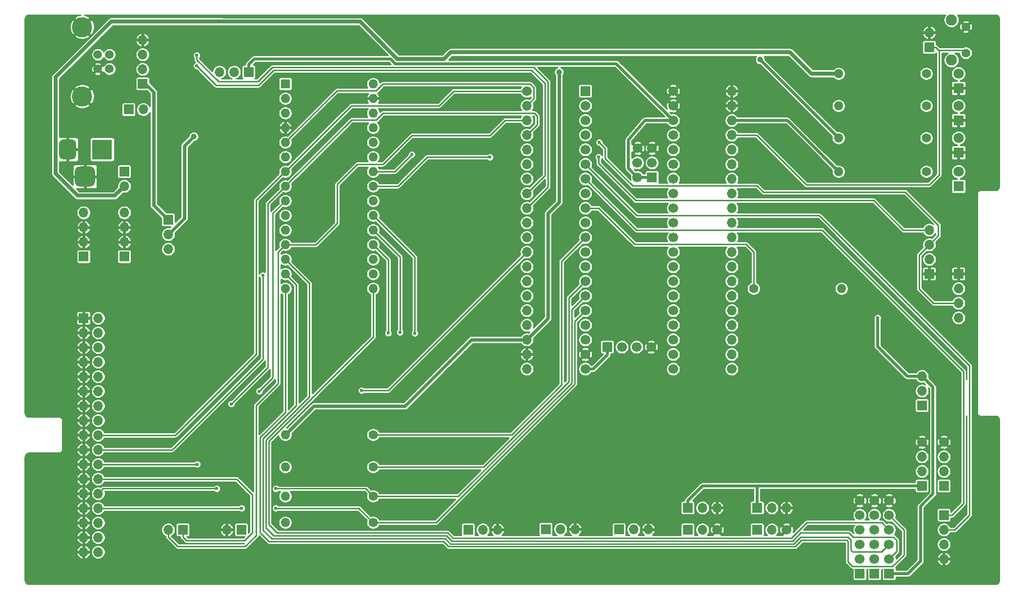
<source format=gbr>
G04 #@! TF.GenerationSoftware,KiCad,Pcbnew,(5.1.9)-1*
G04 #@! TF.CreationDate,2021-03-14T14:47:40+00:00*
G04 #@! TF.ProjectId,Greaseweazle F1 3.5 Inch Rev 2B,47726561-7365-4776-9561-7a6c65204631,2B*
G04 #@! TF.SameCoordinates,PX6312cb0PY6bcb370*
G04 #@! TF.FileFunction,Copper,L2,Bot*
G04 #@! TF.FilePolarity,Positive*
%FSLAX46Y46*%
G04 Gerber Fmt 4.6, Leading zero omitted, Abs format (unit mm)*
G04 Created by KiCad (PCBNEW (5.1.9)-1) date 2021-03-14 14:47:40*
%MOMM*%
%LPD*%
G01*
G04 APERTURE LIST*
G04 #@! TA.AperFunction,ComponentPad*
%ADD10R,1.700000X1.700000*%
G04 #@! TD*
G04 #@! TA.AperFunction,ComponentPad*
%ADD11C,1.700000*%
G04 #@! TD*
G04 #@! TA.AperFunction,ComponentPad*
%ADD12O,1.700000X1.700000*%
G04 #@! TD*
G04 #@! TA.AperFunction,ComponentPad*
%ADD13C,4.064000*%
G04 #@! TD*
G04 #@! TA.AperFunction,ComponentPad*
%ADD14O,1.600000X1.600000*%
G04 #@! TD*
G04 #@! TA.AperFunction,ComponentPad*
%ADD15R,1.600000X1.600000*%
G04 #@! TD*
G04 #@! TA.AperFunction,ComponentPad*
%ADD16C,3.500120*%
G04 #@! TD*
G04 #@! TA.AperFunction,ComponentPad*
%ADD17C,1.501140*%
G04 #@! TD*
G04 #@! TA.AperFunction,ComponentPad*
%ADD18C,1.600000*%
G04 #@! TD*
G04 #@! TA.AperFunction,ComponentPad*
%ADD19R,1.800000X1.800000*%
G04 #@! TD*
G04 #@! TA.AperFunction,ComponentPad*
%ADD20C,1.800000*%
G04 #@! TD*
G04 #@! TA.AperFunction,ComponentPad*
%ADD21R,3.500000X3.500000*%
G04 #@! TD*
G04 #@! TA.AperFunction,ComponentPad*
%ADD22C,1.950000*%
G04 #@! TD*
G04 #@! TA.AperFunction,ComponentPad*
%ADD23C,1.508000*%
G04 #@! TD*
G04 #@! TA.AperFunction,ViaPad*
%ADD24C,0.600000*%
G04 #@! TD*
G04 #@! TA.AperFunction,ViaPad*
%ADD25C,1.000000*%
G04 #@! TD*
G04 #@! TA.AperFunction,Conductor*
%ADD26C,0.250000*%
G04 #@! TD*
G04 #@! TA.AperFunction,Conductor*
%ADD27C,0.600000*%
G04 #@! TD*
G04 #@! TA.AperFunction,Conductor*
%ADD28C,0.500000*%
G04 #@! TD*
G04 #@! TA.AperFunction,Conductor*
%ADD29C,0.200000*%
G04 #@! TD*
G04 #@! TA.AperFunction,Conductor*
%ADD30C,0.700000*%
G04 #@! TD*
G04 #@! TA.AperFunction,Conductor*
%ADD31C,1.000000*%
G04 #@! TD*
G04 #@! TA.AperFunction,Conductor*
%ADD32C,0.254000*%
G04 #@! TD*
G04 #@! TA.AperFunction,Conductor*
%ADD33C,0.100000*%
G04 #@! TD*
G04 APERTURE END LIST*
D10*
X48514000Y3810000D03*
D11*
X51054000Y3810000D03*
X53594000Y3810000D03*
X56134000Y3810000D03*
X59944000Y48260000D03*
D10*
X44704000Y48260000D03*
D11*
X59944000Y45720000D03*
X44704000Y45720000D03*
X59944000Y43180000D03*
X44704000Y43180000D03*
X59944000Y40640000D03*
X44704000Y40640000D03*
X59944000Y38100000D03*
X44704000Y38100000D03*
X59944000Y35560000D03*
X44704000Y35560000D03*
X59944000Y33020000D03*
X44704000Y33020000D03*
X59944000Y30480000D03*
X44704000Y30480000D03*
X59944000Y27940000D03*
X44704000Y27940000D03*
X59944000Y25400000D03*
X44704000Y25400000D03*
X59944000Y22860000D03*
X44704000Y22860000D03*
X59944000Y20320000D03*
X44704000Y20320000D03*
X59944000Y17780000D03*
X44704000Y17780000D03*
X59944000Y15240000D03*
X44704000Y15240000D03*
X59944000Y12700000D03*
X44704000Y12700000D03*
X59944000Y10160000D03*
X44704000Y10160000D03*
X59944000Y7620000D03*
X44704000Y7620000D03*
X59944000Y5080000D03*
X44704000Y5080000D03*
X59944000Y2540000D03*
X44704000Y2540000D03*
X59944000Y0D03*
X44704000Y0D03*
X56273700Y35814000D03*
X56273700Y38354000D03*
D10*
X56273700Y33274000D03*
D11*
X53797200Y38354000D03*
X53733700Y35814000D03*
X53733700Y33274000D03*
X92329000Y-22860000D03*
X92329000Y-25400000D03*
X92329000Y-27940000D03*
X92329000Y-30480000D03*
X92329000Y-33020000D03*
D10*
X92329000Y-35560000D03*
D11*
X94869000Y-22860000D03*
X94869000Y-25400000D03*
X94869000Y-27940000D03*
X94869000Y-30480000D03*
X94869000Y-33020000D03*
D10*
X94869000Y-35560000D03*
D12*
X-32004000Y45085000D03*
D10*
X-34544000Y45085000D03*
D13*
X86113620Y-34935160D03*
X16113760Y59065160D03*
X16113760Y-34935160D03*
X86113620Y59065160D03*
D12*
X104394000Y58420000D03*
D10*
X104394000Y55880000D03*
D12*
X-17526000Y-27940000D03*
D10*
X-14986000Y-27940000D03*
D12*
X-27686000Y-27940000D03*
D10*
X-25146000Y-27940000D03*
D11*
X97409000Y-22860000D03*
X97409000Y-25400000D03*
X97409000Y-27940000D03*
X97409000Y-30480000D03*
X97409000Y-33020000D03*
D10*
X97409000Y-35560000D03*
D12*
X-35306000Y27152600D03*
X-35306000Y24612600D03*
X-35306000Y22072600D03*
D10*
X-35306000Y19532600D03*
D12*
X-32131000Y57150000D03*
X-32131000Y54610000D03*
X-32131000Y52070000D03*
D10*
X-32131000Y49530000D03*
D14*
X7874000Y13970000D03*
X-7366000Y13970000D03*
X7874000Y49530000D03*
X-7366000Y16510000D03*
X7874000Y46990000D03*
X-7366000Y19050000D03*
X7874000Y44450000D03*
X-7366000Y21590000D03*
X7874000Y41910000D03*
X-7366000Y24130000D03*
X7874000Y39370000D03*
X-7366000Y26670000D03*
X7874000Y36830000D03*
X-7366000Y29210000D03*
X7874000Y34290000D03*
X-7366000Y31750000D03*
X7874000Y31750000D03*
X-7366000Y34290000D03*
X7874000Y29210000D03*
X-7366000Y36830000D03*
X7874000Y26670000D03*
X-7366000Y39370000D03*
X7874000Y24130000D03*
X-7366000Y41910000D03*
X7874000Y21590000D03*
X-7366000Y44450000D03*
X7874000Y19050000D03*
X-7366000Y46990000D03*
X7874000Y16510000D03*
D15*
X-7366000Y49530000D03*
D12*
X-27686000Y20828000D03*
X-27686000Y23368000D03*
D10*
X-27686000Y25908000D03*
D12*
X-35306000Y31750000D03*
D10*
X-35306000Y34290000D03*
D16*
X-42621200Y47345600D03*
X-42621200Y59385200D03*
D17*
X-37896800Y54610000D03*
X-37896800Y52120800D03*
X-39903400Y52120800D03*
X-39903400Y54610000D03*
D12*
X103124000Y-1270000D03*
X103124000Y-3810000D03*
D10*
X103124000Y-6350000D03*
D12*
X109474000Y8890000D03*
X109474000Y11430000D03*
X109474000Y13970000D03*
D10*
X109474000Y16510000D03*
D12*
X29464000Y-27940000D03*
X26924000Y-27940000D03*
D10*
X24384000Y-27940000D03*
D12*
X42926000Y-27829200D03*
X40386000Y-27829200D03*
D10*
X37846000Y-27829200D03*
D12*
X55626000Y-27889200D03*
X53086000Y-27889200D03*
D10*
X50546000Y-27889200D03*
D12*
X-18796000Y51587400D03*
X-16256000Y51587400D03*
D10*
X-13716000Y51587400D03*
D12*
X104394000Y24130000D03*
X104394000Y21590000D03*
X104394000Y19050000D03*
D10*
X104394000Y16510000D03*
X106934000Y-20320000D03*
D12*
X106934000Y-17780000D03*
X106934000Y-15240000D03*
D11*
X106934000Y-12700000D03*
X103124000Y-12700000D03*
D12*
X103124000Y-15240000D03*
X103124000Y-17780000D03*
D10*
X103124000Y-20320000D03*
D18*
X103886000Y51308000D03*
D14*
X88646000Y51308000D03*
D19*
X109474000Y48768000D03*
D20*
X109474000Y51308000D03*
X109474000Y34290000D03*
D19*
X109474000Y31750000D03*
X109474000Y37592000D03*
D20*
X109474000Y40132000D03*
X109474000Y45720000D03*
D19*
X109474000Y43180000D03*
D18*
X73914000Y13970000D03*
D14*
X89154000Y13970000D03*
X-7366000Y-11430000D03*
D18*
X7874000Y-11430000D03*
X7874000Y-17018000D03*
D14*
X-7366000Y-17018000D03*
X-7366000Y-22098000D03*
D18*
X7874000Y-22098000D03*
X7874000Y-26670000D03*
D14*
X-7366000Y-26670000D03*
X88646000Y34290000D03*
D18*
X103886000Y34290000D03*
X103886000Y40132000D03*
D14*
X88646000Y40132000D03*
X88646000Y45720000D03*
D18*
X103886000Y45720000D03*
D12*
X34544000Y0D03*
X34544000Y2540000D03*
X34544000Y5080000D03*
X34544000Y7620000D03*
X34544000Y10160000D03*
X34544000Y12700000D03*
X34544000Y15240000D03*
X34544000Y17780000D03*
X34544000Y20320000D03*
X34544000Y22860000D03*
X34544000Y25400000D03*
X34544000Y27940000D03*
X34544000Y30480000D03*
X34544000Y33020000D03*
X34544000Y35560000D03*
X34544000Y38100000D03*
X34544000Y40640000D03*
X34544000Y43180000D03*
X34544000Y45720000D03*
D11*
X34544000Y48260000D03*
D12*
X70104000Y48260000D03*
X70104000Y45720000D03*
X70104000Y43180000D03*
X70104000Y40640000D03*
X70104000Y38100000D03*
X70104000Y35560000D03*
X70104000Y33020000D03*
X70104000Y30480000D03*
X70104000Y27940000D03*
X70104000Y25400000D03*
X70104000Y22860000D03*
X70104000Y20320000D03*
X70104000Y17780000D03*
X70104000Y15240000D03*
X70104000Y12700000D03*
X70104000Y10160000D03*
X70104000Y7620000D03*
X70104000Y5080000D03*
X70104000Y2540000D03*
D11*
X70104000Y0D03*
D12*
X79603600Y-24130000D03*
X77063600Y-24130000D03*
D10*
X74523600Y-24130000D03*
D12*
X67564000Y-24130000D03*
X65024000Y-24130000D03*
D10*
X62484000Y-24130000D03*
X62484000Y-27940000D03*
D12*
X65024000Y-27940000D03*
D11*
X67564000Y-27940000D03*
D10*
X74523600Y-27940000D03*
D12*
X77063600Y-27940000D03*
D11*
X79603600Y-27940000D03*
D12*
X106934000Y-33020000D03*
X106934000Y-30480000D03*
X106934000Y-27940000D03*
D10*
X106934000Y-25400000D03*
G04 #@! TA.AperFunction,ComponentPad*
G36*
G01*
X-43888600Y32551400D02*
X-43888600Y34301400D01*
G75*
G02*
X-43013600Y35176400I875000J0D01*
G01*
X-41263600Y35176400D01*
G75*
G02*
X-40388600Y34301400I0J-875000D01*
G01*
X-40388600Y32551400D01*
G75*
G02*
X-41263600Y31676400I-875000J0D01*
G01*
X-43013600Y31676400D01*
G75*
G02*
X-43888600Y32551400I0J875000D01*
G01*
G37*
G04 #@! TD.AperFunction*
G04 #@! TA.AperFunction,ComponentPad*
G36*
G01*
X-46638600Y37126400D02*
X-46638600Y39126400D01*
G75*
G02*
X-45888600Y39876400I750000J0D01*
G01*
X-44388600Y39876400D01*
G75*
G02*
X-43638600Y39126400I0J-750000D01*
G01*
X-43638600Y37126400D01*
G75*
G02*
X-44388600Y36376400I-750000J0D01*
G01*
X-45888600Y36376400D01*
G75*
G02*
X-46638600Y37126400I0J750000D01*
G01*
G37*
G04 #@! TD.AperFunction*
D21*
X-39138600Y38126400D03*
D22*
X108244000Y60650000D03*
X108244000Y53650000D03*
D23*
X110744000Y59425000D03*
X110744000Y54875000D03*
D10*
X-42367200Y19532600D03*
D12*
X-42367200Y22072600D03*
X-42367200Y24612600D03*
X-42367200Y27152600D03*
X-39852600Y-31800800D03*
X-42392600Y-31800800D03*
X-39852600Y-29260800D03*
X-42392600Y-29260800D03*
X-39852600Y-26720800D03*
X-42392600Y-26720800D03*
X-39852600Y-24180800D03*
X-42392600Y-24180800D03*
X-39852600Y-21640800D03*
X-42392600Y-21640800D03*
X-39852600Y-19100800D03*
X-42392600Y-19100800D03*
X-39852600Y-16560800D03*
X-42392600Y-16560800D03*
X-39852600Y-14020800D03*
X-42392600Y-14020800D03*
X-39852600Y-11480800D03*
X-42392600Y-11480800D03*
X-39852600Y-8940800D03*
X-42392600Y-8940800D03*
X-39852600Y-6400800D03*
X-42392600Y-6400800D03*
X-39852600Y-3860800D03*
X-42392600Y-3860800D03*
X-39852600Y-1320800D03*
X-42392600Y-1320800D03*
X-39852600Y1219200D03*
X-42392600Y1219200D03*
X-39852600Y3759200D03*
X-42392600Y3759200D03*
X-39852600Y6299200D03*
X-42392600Y6299200D03*
X-39852600Y8839200D03*
D10*
X-42392600Y8839200D03*
D24*
X5334000Y29210000D03*
X2794000Y21590000D03*
X-51816000Y15240000D03*
X-51816000Y-7620000D03*
X-51816000Y-15240000D03*
X-51816000Y-36830000D03*
X-51714400Y45516800D03*
X96901000Y60833000D03*
X115824000Y-36830000D03*
X105410000Y36576000D03*
X52476400Y20116800D03*
X49149000Y40640000D03*
X-2286000Y27940000D03*
X14224000Y41910000D03*
X97409000Y29845000D03*
X77089000Y25400000D03*
X57404000Y30480000D03*
X57404000Y27940000D03*
X27559000Y46355000D03*
X-51816000Y60960000D03*
X115824000Y-9017000D03*
X112014000Y29210000D03*
X112014000Y24130000D03*
X112014000Y21590000D03*
X112014000Y6350000D03*
X112014000Y3683000D03*
X112014000Y-2286000D03*
X112014000Y-7620000D03*
X115824000Y-24765000D03*
X51689000Y60960000D03*
X33274000Y-36830000D03*
X46609000Y-36830000D03*
X59944000Y-36830000D03*
X70739000Y-36830000D03*
X99949000Y-36830000D03*
X115697000Y60833000D03*
X115697000Y35941000D03*
X115697000Y41656000D03*
X115697000Y52959000D03*
X99314000Y-8890000D03*
X91694000Y-3810000D03*
X81534000Y-1270000D03*
X81534000Y19050000D03*
X85471000Y-24130000D03*
X18034000Y31750000D03*
X28194000Y31750000D03*
X20574000Y21590000D03*
X254000Y11430000D03*
X-9144000Y-6680200D03*
X-17526000Y-13970000D03*
X-11176000Y-34925000D03*
X76454000Y34290000D03*
X84734400Y40614600D03*
X89636600Y26060400D03*
X78994000Y46990000D03*
X30734000Y57150000D03*
X63754000Y57150000D03*
X23114000Y29210000D03*
X25654000Y-1270000D03*
X56134000Y-19050000D03*
X43434000Y-19050000D03*
X33274000Y-19050000D03*
X-32131000Y-34925000D03*
X-25146000Y3810000D03*
X-31496000Y16510000D03*
X-3556000Y48514000D03*
X15494000Y-24130000D03*
X18034000Y-19050000D03*
X9017000Y-8788400D03*
X-28194000Y-22606000D03*
X-2286000Y-33274000D03*
X-7366000Y57150000D03*
X20320000Y43434000D03*
X27940000Y43434000D03*
X14224000Y47752000D03*
X2794000Y46990000D03*
X-3048000Y41148000D03*
X4572000Y40640000D03*
X5334000Y13970000D03*
X20066000Y13970000D03*
X28448000Y10668000D03*
X18288000Y10922000D03*
X19304000Y3556000D03*
X30480000Y2286000D03*
X-20447000Y36830000D03*
X-21717000Y34417000D03*
X-29057600Y53594000D03*
X-21463000Y48514000D03*
X-15875000Y45466000D03*
X-13843000Y18288000D03*
X-13843000Y25400000D03*
X-26416000Y48260000D03*
X-46736000Y53340000D03*
X-2286000Y57150000D03*
X4064000Y57150000D03*
X28194000Y22860000D03*
X-18796000Y5080000D03*
X7874000Y0D03*
X-31496000Y27940000D03*
X-51816000Y5080000D03*
X-51816000Y-25400000D03*
X96774000Y-1270000D03*
X100584000Y3810000D03*
X76454000Y21590000D03*
X84074000Y21590000D03*
X86614000Y17780000D03*
X25654000Y19050000D03*
X18034000Y25400000D03*
X52324000Y48260000D03*
X51054000Y10160000D03*
X91694000Y57150000D03*
X77724000Y57150000D03*
X56134000Y57150000D03*
X47244000Y57150000D03*
X39624000Y57150000D03*
X-32766000Y5080000D03*
X-30226000Y-6350000D03*
X-28956000Y-17780000D03*
X-30226000Y-12700000D03*
X-28956000Y-25400000D03*
X-21336000Y-35052000D03*
X-14986000Y-22860000D03*
X-16891000Y-19939000D03*
X10414000Y-15240000D03*
X20574000Y-15240000D03*
X68834000Y-19050000D03*
X73914000Y-19050000D03*
X80264000Y-19050000D03*
X254000Y5080000D03*
X-27686000Y7620000D03*
X-16256000Y10160000D03*
X-32766000Y10160000D03*
X-36576000Y12446000D03*
X-23114000Y12192000D03*
X-6375400Y2997200D03*
X-4292600Y6680200D03*
X-1828800Y38430200D03*
X-11303000Y52374800D03*
X88366600Y-27559000D03*
X-29083000Y37465000D03*
X-28956000Y34290000D03*
X-13716000Y38100000D03*
X-28956000Y46990000D03*
X-18796000Y25400000D03*
X-13843000Y20828000D03*
X-13843000Y22860000D03*
X-22733000Y54483000D03*
X-22748190Y52644000D03*
D25*
X40132000Y51562000D03*
X-23240998Y40386000D03*
D24*
X-16738600Y-6070602D03*
X-9017002Y-24180800D03*
X-14935200Y-24180800D03*
X-19266801Y-20790801D03*
X-9005201Y-20790801D03*
X-22656800Y-16560800D03*
X5867400Y-3733800D03*
X-11277600Y16256000D03*
X-11887200Y-3860800D03*
X28149001Y36785001D03*
X46990000Y36830000D03*
X15113000Y6197600D03*
X12522198Y6375400D03*
X95427800Y8890000D03*
D25*
X75031602Y53721000D03*
D24*
X47117000Y39358849D03*
X14605000Y37236400D03*
X10490200Y6223000D03*
D26*
X73914000Y20320000D02*
X73914000Y13970000D01*
X72599001Y21634999D02*
X73914000Y20320000D01*
X53295001Y21634999D02*
X72599001Y21634999D01*
X44704000Y27940000D02*
X46990000Y27940000D01*
X46990000Y27940000D02*
X53295001Y21634999D01*
X-22733000Y54058736D02*
X-22733000Y54483000D01*
X-22733000Y53677742D02*
X-22733000Y54058736D01*
X38201600Y49936400D02*
X35730032Y52407968D01*
X34544000Y27940000D02*
X38201600Y31597600D01*
X-18966258Y49911000D02*
X-22733000Y53677742D01*
X35730032Y52407968D02*
X-9593432Y52407968D01*
X-9593432Y52407968D02*
X-12090400Y49911000D01*
X38201600Y31597600D02*
X38201600Y49936400D01*
X-12090400Y49911000D02*
X-18966258Y49911000D01*
X-22735492Y52644000D02*
X-22748190Y52644000D01*
X-19380190Y49276000D02*
X-22748190Y52644000D01*
X-9386321Y51907957D02*
X-12018278Y49276000D01*
X37668200Y49588789D02*
X35349032Y51907957D01*
X37668200Y33604200D02*
X37668200Y49588789D01*
X34544000Y30480000D02*
X37668200Y33604200D01*
X35349032Y51907957D02*
X-9386321Y51907957D01*
X-12018278Y49276000D02*
X-19380190Y49276000D01*
D27*
X88620600Y45694600D02*
X88646000Y45720000D01*
X-2413000Y-6477000D02*
X-7366000Y-11430000D01*
X13385800Y-6477000D02*
X-2413000Y-6477000D01*
X24942800Y5080000D02*
X13385800Y-6477000D01*
X34544000Y5080000D02*
X24942800Y5080000D01*
X40132000Y28956000D02*
X40132000Y51562000D01*
X38227000Y8763000D02*
X38227000Y27051000D01*
X38227000Y27051000D02*
X40132000Y28956000D01*
X34544000Y5080000D02*
X38227000Y8763000D01*
X-24892000Y38734998D02*
X-23240998Y40386000D01*
X-24892000Y26162000D02*
X-24892000Y38734998D01*
X-27686000Y23368000D02*
X-24892000Y26162000D01*
D26*
X-6566001Y32549999D02*
X-7366000Y31750000D01*
X34544000Y40640000D02*
X36329989Y42425989D01*
X9568003Y44405001D02*
X8438001Y43274999D01*
X36329989Y42425989D02*
X36329989Y43934011D01*
X36329989Y43934011D02*
X35858999Y44405001D01*
X35858999Y44405001D02*
X9568003Y44405001D01*
X8438001Y43274999D02*
X4158999Y43274999D01*
X4158999Y43274999D02*
X-6566001Y32549999D01*
X-7366000Y31750000D02*
X-10388600Y28727400D01*
X-10388600Y28727400D02*
X-10388600Y279398D01*
X-10388600Y279398D02*
X-16738600Y-6070602D01*
X44704000Y22860000D02*
X40589200Y18745200D01*
X9005370Y-11430000D02*
X7874000Y-11430000D01*
X40589200Y18745200D02*
X40589200Y-2755434D01*
X31914634Y-11430000D02*
X9005370Y-11430000D01*
X40589200Y-2755434D02*
X31914634Y-11430000D01*
X9005370Y-26670000D02*
X7874000Y-26670000D01*
X18796000Y-26670000D02*
X9005370Y-26670000D01*
X42833821Y8289821D02*
X42833821Y-2632179D01*
X44704000Y10160000D02*
X42833821Y8289821D01*
X42833821Y-2632179D02*
X18796000Y-26670000D01*
X7874000Y-26670000D02*
X5384800Y-24180800D01*
X5384800Y-24180800D02*
X-9017002Y-24180800D01*
X-38650519Y-24180800D02*
X-14935200Y-24180800D01*
X-39852600Y-24180800D02*
X-38650519Y-24180800D01*
X-39002601Y-20790801D02*
X-39852600Y-21640800D01*
X42333810Y8496932D02*
X42333810Y-2425068D01*
X44704000Y12700000D02*
X42333811Y10329811D01*
X42333810Y-2425068D02*
X22660878Y-22098000D01*
X22660878Y-22098000D02*
X9005370Y-22098000D01*
X42333811Y10329811D02*
X42333810Y8496932D01*
X9005370Y-22098000D02*
X7874000Y-22098000D01*
X-19266801Y-20790801D02*
X-39002601Y-20790801D01*
X7874000Y-22098000D02*
X6566801Y-20790801D01*
X6566801Y-20790801D02*
X-9005201Y-20790801D01*
X1625600Y25273000D02*
X-2057400Y21590000D01*
X-2057400Y21590000D02*
X-7366000Y21590000D01*
X1625600Y32054800D02*
X1625600Y25273000D01*
X5130800Y35560000D02*
X1625600Y32054800D01*
X9601200Y35560000D02*
X5130800Y35560000D01*
X14586201Y40545001D02*
X9601200Y35560000D01*
X28132960Y40545001D02*
X14586201Y40545001D01*
X30767959Y43180000D02*
X28132960Y40545001D01*
X34544000Y43180000D02*
X30767959Y43180000D01*
X-26035000Y-30861000D02*
X-27686000Y-29210000D01*
X-12446000Y-28956000D02*
X-14351000Y-30861000D01*
X-14351000Y-30861000D02*
X-26035000Y-30861000D01*
X-12446000Y-6350000D02*
X-12446000Y-28956000D01*
X-27686000Y-29210000D02*
X-27686000Y-27940000D01*
X-8636000Y-2540000D02*
X-12446000Y-6350000D01*
X-8636000Y20320000D02*
X-8636000Y-2540000D01*
X-7366000Y21590000D02*
X-8636000Y20320000D01*
X-22656800Y-16560800D02*
X-39852600Y-16560800D01*
X10490200Y-3733800D02*
X5867400Y-3733800D01*
X34544000Y20320000D02*
X10490200Y-3733800D01*
X-6566001Y40169999D02*
X-7366000Y39370000D01*
X1618999Y48354999D02*
X-6566001Y40169999D01*
X8438001Y48354999D02*
X1618999Y48354999D01*
X9568003Y49485001D02*
X8438001Y48354999D01*
X35132001Y49485001D02*
X9568003Y49485001D01*
X35769001Y48848001D02*
X35132001Y49485001D01*
X35769001Y46945001D02*
X35769001Y48848001D01*
X34544000Y45720000D02*
X35769001Y46945001D01*
X-11277600Y1727200D02*
X-11277600Y16256000D01*
X-27025600Y-14020800D02*
X-11277600Y1727200D01*
X-39852600Y-14020800D02*
X-27025600Y-14020800D01*
X4089400Y45745400D02*
X-7366000Y34290000D01*
X19329400Y45745400D02*
X4089400Y45745400D01*
X34544000Y48260000D02*
X21844000Y48260000D01*
X21844000Y48260000D02*
X19329400Y45745400D01*
X-26466800Y-11480800D02*
X-35991800Y-11480800D01*
X-12420600Y2565400D02*
X-26466800Y-11480800D01*
X-35991800Y-11480800D02*
X-39852600Y-11480800D01*
X-12420600Y29311600D02*
X-12420600Y2565400D01*
X-7442200Y34290000D02*
X-12420600Y29311600D01*
X-7366000Y34290000D02*
X-7442200Y34290000D01*
X-9525000Y27051000D02*
X-9525000Y-1498600D01*
X-7366000Y29210000D02*
X-9525000Y27051000D01*
X-9525000Y-1498600D02*
X-11887200Y-3860800D01*
X27033756Y-17018000D02*
X9005370Y-17018000D01*
X44704000Y15240000D02*
X41833800Y12369800D01*
X9005370Y-17018000D02*
X7874000Y-17018000D01*
X41833799Y-2217957D02*
X27033756Y-17018000D01*
X41833799Y8704043D02*
X41833799Y-2217957D01*
X41833800Y12369800D02*
X41833799Y8704043D01*
X106934000Y-27914600D02*
X106934000Y-27940000D01*
X44704000Y35560000D02*
X53619400Y26644600D01*
X53619400Y26644600D02*
X85293200Y26644600D01*
X85293200Y26644600D02*
X111379000Y558800D01*
X108839000Y-27940000D02*
X106934000Y-27940000D01*
X111379000Y558800D02*
X111379000Y-1921998D01*
X111379000Y-1921998D02*
X111338999Y-1961999D01*
X111379000Y-25400000D02*
X108839000Y-27940000D01*
X111338999Y-1961999D02*
X111338999Y-2610001D01*
X111338999Y-2610001D02*
X111379000Y-2650002D01*
X111338999Y-7944001D02*
X111379000Y-7984002D01*
X111379000Y-2650002D02*
X111379000Y-7255998D01*
X111379000Y-7255998D02*
X111338999Y-7295999D01*
X111338999Y-7295999D02*
X111338999Y-7944001D01*
X111379000Y-7984002D02*
X111379000Y-25400000D01*
X53568600Y24155400D02*
X44704000Y33020000D01*
X85750400Y24155400D02*
X53568600Y24155400D01*
X110363000Y-23368000D02*
X110363000Y-457200D01*
X108331000Y-25400000D02*
X110363000Y-23368000D01*
X110363000Y-457200D02*
X85750400Y24155400D01*
X106934000Y-25400000D02*
X108331000Y-25400000D01*
D28*
X52171600Y34836100D02*
X53733700Y33274000D01*
X52171600Y39827200D02*
X52171600Y34836100D01*
X59944000Y43180000D02*
X55016400Y43180000D01*
X55016400Y43180000D02*
X52171600Y39827200D01*
X53733700Y33274000D02*
X56273700Y33274000D01*
X45906081Y0D02*
X44704000Y0D01*
X46054000Y0D02*
X45906081Y0D01*
X48514000Y2460000D02*
X46054000Y0D01*
X48514000Y3810000D02*
X48514000Y2460000D01*
X85598000Y37338000D02*
X88646000Y34290000D01*
X79756000Y43180000D02*
X85598000Y37338000D01*
X70104000Y43180000D02*
X79756000Y43180000D01*
X-12805400Y53848000D02*
X-13716000Y52937400D01*
X10903359Y53848000D02*
X-12805400Y53848000D01*
X11718380Y53032979D02*
X10903359Y53848000D01*
X-13716000Y52937400D02*
X-13716000Y51587400D01*
X50091021Y53032979D02*
X11718380Y53032979D01*
X59944000Y43180000D02*
X50091021Y53032979D01*
X74523600Y-24130000D02*
X74523600Y-20320000D01*
X62484000Y-22860000D02*
X62484000Y-24130000D01*
X65024000Y-20320000D02*
X62484000Y-22860000D01*
X103124000Y-20320000D02*
X65024000Y-20320000D01*
D26*
X106085001Y33695001D02*
X106085001Y54142001D01*
X104394000Y32004000D02*
X106085001Y33695001D01*
X83058000Y32004000D02*
X104394000Y32004000D01*
X74422000Y40640000D02*
X83058000Y32004000D01*
X70104000Y40640000D02*
X74422000Y40640000D01*
X110247000Y55372000D02*
X110744000Y54875000D01*
X106085001Y55372000D02*
X110247000Y55372000D01*
X106085001Y54142001D02*
X106085001Y55372000D01*
D29*
X106085001Y54142001D02*
X106085001Y55306599D01*
D26*
X105511600Y55880000D02*
X104394000Y55880000D01*
X106085001Y55306599D02*
X105511600Y55880000D01*
X12217400Y31750000D02*
X17252401Y36785001D01*
X7874000Y31750000D02*
X12217400Y31750000D01*
X17252401Y36785001D02*
X28149001Y36785001D01*
X46990000Y35687000D02*
X46990000Y36830000D01*
X53422001Y29254999D02*
X46990000Y35687000D01*
X94722401Y29254999D02*
X53422001Y29254999D01*
X99847400Y24130000D02*
X94722401Y29254999D01*
X104394000Y24130000D02*
X99847400Y24130000D01*
X7874000Y26670000D02*
X15113000Y19431000D01*
X15113000Y6621864D02*
X15113000Y6197600D01*
X15113000Y19431000D02*
X15113000Y6621864D01*
X12522198Y6799664D02*
X12522198Y6375400D01*
X12522198Y19481802D02*
X12522198Y6799664D01*
X7874000Y24130000D02*
X12522198Y19481802D01*
D28*
X103124000Y-1270000D02*
X100584000Y-1270000D01*
X88646000Y40132000D02*
X75057000Y53721000D01*
X75057000Y53721000D02*
X75031602Y53721000D01*
X95402400Y8864600D02*
X95427800Y8890000D01*
X95402400Y3911600D02*
X95402400Y8864600D01*
X100584000Y-1270000D02*
X95402400Y3911600D01*
X103124000Y-1270000D02*
X105029000Y-3175000D01*
X105029000Y-3175000D02*
X105029000Y-21717000D01*
X105029000Y-21717000D02*
X102870000Y-23876000D01*
X102870000Y-23876000D02*
X102870000Y-33401000D01*
X102870000Y-33401000D02*
X100711000Y-35560000D01*
X100711000Y-35560000D02*
X97409000Y-35560000D01*
D26*
X105130600Y11430000D02*
X109474000Y11430000D01*
X102641400Y13919200D02*
X105130600Y11430000D01*
X102641400Y19837400D02*
X102641400Y13919200D01*
X104394000Y21590000D02*
X102641400Y19837400D01*
X47105849Y39370000D02*
X47117000Y39358849D01*
X48133000Y38342849D02*
X47117000Y39358849D01*
X48133000Y36576000D02*
X48133000Y38342849D01*
X52914001Y31794999D02*
X48133000Y36576000D01*
X74504001Y31794999D02*
X52914001Y31794999D01*
X75557011Y30741989D02*
X74504001Y31794999D01*
X100220411Y30741989D02*
X75557011Y30741989D01*
X105968800Y24993600D02*
X100220411Y30741989D01*
X105968800Y23164800D02*
X105968800Y24993600D01*
X104394000Y21590000D02*
X105968800Y23164800D01*
X11658600Y34290000D02*
X14605000Y37236400D01*
X7874000Y34290000D02*
X11658600Y34290000D01*
X104190800Y19253200D02*
X104394000Y19050000D01*
D28*
X104419400Y19075400D02*
X104394000Y19050000D01*
D30*
X-32527574Y60355810D02*
X-30891810Y60355810D01*
X21320944Y55016400D02*
X80238600Y55016400D01*
X-30891810Y60355810D02*
X-18252828Y60355810D01*
X-18252828Y60355810D02*
X-18222018Y60325000D01*
X80238600Y55016400D02*
X83947000Y51308000D01*
X-18222018Y60325000D02*
X5628456Y60325000D01*
X5628456Y60325000D02*
X12070466Y53882990D01*
X12070466Y53882990D02*
X20187534Y53882990D01*
X83947000Y51308000D02*
X88646000Y51308000D01*
X20187534Y53882990D02*
X21320944Y55016400D01*
X-37561190Y60355810D02*
X-30891810Y60355810D01*
X-47238610Y50678390D02*
X-37561190Y60355810D01*
X-47238610Y33903610D02*
X-47238610Y50678390D01*
X-43434000Y30099000D02*
X-47238610Y33903610D01*
X-36957000Y30099000D02*
X-43434000Y30099000D01*
X-35306000Y31750000D02*
X-36957000Y30099000D01*
D26*
X7874000Y21590000D02*
X10490200Y18973800D01*
X10490200Y18973800D02*
X10490200Y6223000D01*
X80483921Y-29360967D02*
X83149488Y-26695400D01*
X21703333Y-29360967D02*
X80483921Y-29360967D01*
X-8758441Y-28477959D02*
X20820326Y-28477960D01*
X96164400Y-26695400D02*
X97409000Y-27940000D01*
X-10210797Y-27025603D02*
X-8758441Y-28477959D01*
X20820326Y-28477960D02*
X21703333Y-29360967D01*
X-10210797Y-12535795D02*
X-10210797Y-27025603D01*
X7874000Y5549002D02*
X-10210797Y-12535795D01*
X83149488Y-26695400D02*
X96164400Y-26695400D01*
X7874000Y13970000D02*
X7874000Y5549002D01*
X20314010Y-30197664D02*
X20314010Y-30220010D01*
X20955000Y-30861000D02*
X81105255Y-30860999D01*
X20314010Y-30220010D02*
X20955000Y-30861000D01*
X81105255Y-30860999D02*
X82242264Y-29723990D01*
X20094336Y-29977990D02*
X20314010Y-30197664D01*
X-10204810Y-29977990D02*
X20094336Y-29977990D01*
X-7366000Y13970000D02*
X-7366000Y-7518400D01*
X-11710830Y-28471970D02*
X-10204810Y-29977990D01*
X-11710830Y-11863230D02*
X-11710830Y-28471970D01*
X-7366000Y-7518400D02*
X-11710830Y-11863230D01*
X82242264Y-29723990D02*
X90071336Y-29723990D01*
X90071336Y-29723990D02*
X90291010Y-29943664D01*
X90291010Y-29943664D02*
X90291010Y-33522010D01*
X90291010Y-33522010D02*
X91059000Y-34290000D01*
X91059000Y-34290000D02*
X98007234Y-34290000D01*
X98007234Y-34290000D02*
X99974400Y-32322834D01*
X99974400Y-32322834D02*
X99974400Y-27965400D01*
X99974400Y-27965400D02*
X97409000Y-25400000D01*
X-11210819Y-28006781D02*
X-9739621Y-29477979D01*
X-9739621Y-29477979D02*
X20406102Y-29477980D01*
X-7366000Y16510000D02*
X-5461000Y14605000D01*
X-5461000Y14605000D02*
X-5461000Y-6324600D01*
X-5461000Y-6324600D02*
X-11210819Y-12074419D01*
X-11210819Y-12074419D02*
X-11210819Y-28006781D01*
X20406102Y-29477980D02*
X21289111Y-30360989D01*
X21289111Y-30360989D02*
X80898143Y-30360989D01*
X80898143Y-30360989D02*
X82035153Y-29223979D01*
X82035153Y-29223979D02*
X90278448Y-29223980D01*
X90278448Y-29223980D02*
X90791021Y-29736553D01*
X90791021Y-29736553D02*
X90791021Y-31482021D01*
X90791021Y-31482021D02*
X91084400Y-31775400D01*
X91084400Y-31775400D02*
X96113600Y-31775400D01*
X96113600Y-31775400D02*
X97409000Y-30480000D01*
X-10710808Y-12328681D02*
X-10710808Y-27643192D01*
X-10710808Y-27643192D02*
X-9376031Y-28977969D01*
X-9376031Y-28977969D02*
X20613214Y-28977970D01*
X-7366000Y19050000D02*
X-3175000Y14859000D01*
X21496222Y-29860978D02*
X80691032Y-29860978D01*
X82088033Y-28463979D02*
X90457223Y-28463979D01*
X-3175000Y14859000D02*
X-3175000Y-4792873D01*
X98729800Y-31699200D02*
X97409000Y-33020000D01*
X80691032Y-29860978D02*
X82088033Y-28463979D01*
X90457223Y-28463979D02*
X91177844Y-29184600D01*
X98171000Y-29184600D02*
X98729800Y-29743400D01*
X20613214Y-28977970D02*
X21496222Y-29860978D01*
X98729800Y-29743400D02*
X98729800Y-31699200D01*
X-3175000Y-4792873D02*
X-10710808Y-12328681D01*
X91177844Y-29184600D02*
X98171000Y-29184600D01*
X-29277798Y-19100800D02*
X-39852600Y-19100800D01*
X-15824200Y-19100800D02*
X-29277798Y-19100800D01*
X-13081000Y-28492501D02*
X-13081000Y-21844000D01*
X-14433499Y-29845000D02*
X-13081000Y-28492501D01*
X-24511000Y-29845000D02*
X-14433499Y-29845000D01*
X-25146000Y-29210000D02*
X-24511000Y-29845000D01*
X-13081000Y-21844000D02*
X-15824200Y-19100800D01*
X-25146000Y-27940000D02*
X-25146000Y-29210000D01*
D31*
X-39138600Y38126400D02*
X-39089600Y38126400D01*
D27*
X-31637111Y49530000D02*
X-32131000Y49530000D01*
X-30226000Y48118889D02*
X-31637111Y49530000D01*
X-30226000Y28448000D02*
X-30226000Y48118889D01*
X-27686000Y25908000D02*
X-30226000Y28448000D01*
D32*
X-43081031Y61476616D02*
X-43480210Y61346721D01*
X-43774906Y61189205D01*
X-43975434Y60919039D01*
X-42621200Y59564805D01*
X-41266966Y60919039D01*
X-41467494Y61189205D01*
X-41841607Y61379618D01*
X-42245678Y61493387D01*
X-42245844Y61493400D01*
X107176694Y61493400D01*
X107042328Y61292307D01*
X106940110Y61045531D01*
X106888000Y60783554D01*
X106888000Y60516446D01*
X106940110Y60254469D01*
X107042328Y60007693D01*
X107190726Y59785600D01*
X107379600Y59596726D01*
X107601693Y59448328D01*
X107848469Y59346110D01*
X108110446Y59294000D01*
X108377554Y59294000D01*
X108621854Y59342594D01*
X109606489Y59342594D01*
X109644423Y59122260D01*
X109724613Y58913560D01*
X109752412Y58861550D01*
X109920576Y58781181D01*
X110564395Y59425000D01*
X110923605Y59425000D01*
X111567424Y58781181D01*
X111735588Y58861550D01*
X111826458Y59065826D01*
X111875731Y59283905D01*
X111881511Y59507406D01*
X111843577Y59727740D01*
X111763387Y59936440D01*
X111735588Y59988450D01*
X111567424Y60068819D01*
X110923605Y59425000D01*
X110564395Y59425000D01*
X109920576Y60068819D01*
X109752412Y59988450D01*
X109661542Y59784174D01*
X109612269Y59566095D01*
X109606489Y59342594D01*
X108621854Y59342594D01*
X108639531Y59346110D01*
X108886307Y59448328D01*
X109108400Y59596726D01*
X109297274Y59785600D01*
X109445672Y60007693D01*
X109545386Y60248424D01*
X110100181Y60248424D01*
X110744000Y59604605D01*
X111387819Y60248424D01*
X111307450Y60416588D01*
X111103174Y60507458D01*
X110885095Y60556731D01*
X110661594Y60562511D01*
X110441260Y60524577D01*
X110232560Y60444387D01*
X110180550Y60416588D01*
X110100181Y60248424D01*
X109545386Y60248424D01*
X109547890Y60254469D01*
X109600000Y60516446D01*
X109600000Y60783554D01*
X109547890Y61045531D01*
X109445672Y61292307D01*
X109311306Y61493400D01*
X115796053Y61493400D01*
X115959136Y61477410D01*
X116089135Y61438160D01*
X116209026Y61374413D01*
X116314255Y61288591D01*
X116400811Y61183963D01*
X116465396Y61064515D01*
X116505549Y60934802D01*
X116522501Y60773515D01*
X116522500Y31777947D01*
X116506510Y31614864D01*
X116467260Y31484865D01*
X116403512Y31364972D01*
X116317691Y31259746D01*
X116213061Y31173188D01*
X116093614Y31108604D01*
X115963902Y31068451D01*
X115802624Y31051500D01*
X113312074Y31051500D01*
X113284000Y31054265D01*
X113224450Y31048400D01*
X113171966Y31043231D01*
X113064238Y31010552D01*
X112964955Y30957484D01*
X112877933Y30886067D01*
X112806516Y30799045D01*
X112753448Y30699762D01*
X112720769Y30592034D01*
X112709735Y30480000D01*
X112712500Y30451925D01*
X112712501Y-7591915D01*
X112709735Y-7620000D01*
X112720769Y-7732034D01*
X112753448Y-7839762D01*
X112806516Y-7939045D01*
X112877933Y-8026067D01*
X112964955Y-8097484D01*
X113064238Y-8150552D01*
X113171966Y-8183231D01*
X113219759Y-8187938D01*
X113253845Y-8191295D01*
X113255926Y-8191500D01*
X113284000Y-8194265D01*
X113312074Y-8191500D01*
X115796053Y-8191500D01*
X115959136Y-8207490D01*
X116089135Y-8246740D01*
X116209026Y-8310487D01*
X116314255Y-8396309D01*
X116400811Y-8500937D01*
X116465396Y-8620385D01*
X116505549Y-8750098D01*
X116522501Y-8911385D01*
X116522500Y-36636953D01*
X116506510Y-36800036D01*
X116467260Y-36930035D01*
X116403512Y-37049928D01*
X116317691Y-37155154D01*
X116213061Y-37241712D01*
X116093614Y-37306296D01*
X115963902Y-37346449D01*
X115802624Y-37363400D01*
X-51788053Y-37363400D01*
X-51951136Y-37347410D01*
X-52081135Y-37308160D01*
X-52201028Y-37244412D01*
X-52306254Y-37158591D01*
X-52392812Y-37053961D01*
X-52457396Y-36934514D01*
X-52497549Y-36804802D01*
X-52514500Y-36643524D01*
X-52514500Y-32117780D01*
X-43582089Y-32117780D01*
X-43557734Y-32198088D01*
X-43457839Y-32417761D01*
X-43317008Y-32613724D01*
X-43140652Y-32778447D01*
X-42935549Y-32905599D01*
X-42709581Y-32990295D01*
X-42519600Y-32929987D01*
X-42519600Y-31927800D01*
X-42265600Y-31927800D01*
X-42265600Y-32929987D01*
X-42075619Y-32990295D01*
X-41849651Y-32905599D01*
X-41644548Y-32778447D01*
X-41468192Y-32613724D01*
X-41327361Y-32417761D01*
X-41227466Y-32198088D01*
X-41203111Y-32117780D01*
X-41263973Y-31927800D01*
X-42265600Y-31927800D01*
X-42519600Y-31927800D01*
X-43521227Y-31927800D01*
X-43582089Y-32117780D01*
X-52514500Y-32117780D01*
X-52514500Y-31679557D01*
X-41083600Y-31679557D01*
X-41083600Y-31922043D01*
X-41036293Y-32159869D01*
X-40943498Y-32383897D01*
X-40808780Y-32585517D01*
X-40637317Y-32756980D01*
X-40435697Y-32891698D01*
X-40211669Y-32984493D01*
X-39973843Y-33031800D01*
X-39731357Y-33031800D01*
X-39493531Y-32984493D01*
X-39269503Y-32891698D01*
X-39067883Y-32756980D01*
X-38896420Y-32585517D01*
X-38761702Y-32383897D01*
X-38668907Y-32159869D01*
X-38621600Y-31922043D01*
X-38621600Y-31679557D01*
X-38668907Y-31441731D01*
X-38761702Y-31217703D01*
X-38896420Y-31016083D01*
X-39067883Y-30844620D01*
X-39269503Y-30709902D01*
X-39493531Y-30617107D01*
X-39731357Y-30569800D01*
X-39973843Y-30569800D01*
X-40211669Y-30617107D01*
X-40435697Y-30709902D01*
X-40637317Y-30844620D01*
X-40808780Y-31016083D01*
X-40943498Y-31217703D01*
X-41036293Y-31441731D01*
X-41083600Y-31679557D01*
X-52514500Y-31679557D01*
X-52514500Y-31483820D01*
X-43582089Y-31483820D01*
X-43521227Y-31673800D01*
X-42519600Y-31673800D01*
X-42519600Y-30671613D01*
X-42265600Y-30671613D01*
X-42265600Y-31673800D01*
X-41263973Y-31673800D01*
X-41203111Y-31483820D01*
X-41227466Y-31403512D01*
X-41327361Y-31183839D01*
X-41468192Y-30987876D01*
X-41644548Y-30823153D01*
X-41849651Y-30696001D01*
X-42075619Y-30611305D01*
X-42265600Y-30671613D01*
X-42519600Y-30671613D01*
X-42709581Y-30611305D01*
X-42935549Y-30696001D01*
X-43140652Y-30823153D01*
X-43317008Y-30987876D01*
X-43457839Y-31183839D01*
X-43557734Y-31403512D01*
X-43582089Y-31483820D01*
X-52514500Y-31483820D01*
X-52514500Y-29577780D01*
X-43582089Y-29577780D01*
X-43557734Y-29658088D01*
X-43457839Y-29877761D01*
X-43317008Y-30073724D01*
X-43140652Y-30238447D01*
X-42935549Y-30365599D01*
X-42709581Y-30450295D01*
X-42519600Y-30389987D01*
X-42519600Y-29387800D01*
X-42265600Y-29387800D01*
X-42265600Y-30389987D01*
X-42075619Y-30450295D01*
X-41849651Y-30365599D01*
X-41644548Y-30238447D01*
X-41468192Y-30073724D01*
X-41327361Y-29877761D01*
X-41227466Y-29658088D01*
X-41203111Y-29577780D01*
X-41263973Y-29387800D01*
X-42265600Y-29387800D01*
X-42519600Y-29387800D01*
X-43521227Y-29387800D01*
X-43582089Y-29577780D01*
X-52514500Y-29577780D01*
X-52514500Y-29139557D01*
X-41083600Y-29139557D01*
X-41083600Y-29382043D01*
X-41036293Y-29619869D01*
X-40943498Y-29843897D01*
X-40808780Y-30045517D01*
X-40637317Y-30216980D01*
X-40435697Y-30351698D01*
X-40211669Y-30444493D01*
X-39973843Y-30491800D01*
X-39731357Y-30491800D01*
X-39493531Y-30444493D01*
X-39269503Y-30351698D01*
X-39067883Y-30216980D01*
X-38896420Y-30045517D01*
X-38761702Y-29843897D01*
X-38668907Y-29619869D01*
X-38621600Y-29382043D01*
X-38621600Y-29139557D01*
X-38668907Y-28901731D01*
X-38761702Y-28677703D01*
X-38896420Y-28476083D01*
X-39067883Y-28304620D01*
X-39269503Y-28169902D01*
X-39493531Y-28077107D01*
X-39731357Y-28029800D01*
X-39973843Y-28029800D01*
X-40211669Y-28077107D01*
X-40435697Y-28169902D01*
X-40637317Y-28304620D01*
X-40808780Y-28476083D01*
X-40943498Y-28677703D01*
X-41036293Y-28901731D01*
X-41083600Y-29139557D01*
X-52514500Y-29139557D01*
X-52514500Y-28943820D01*
X-43582089Y-28943820D01*
X-43521227Y-29133800D01*
X-42519600Y-29133800D01*
X-42519600Y-28131613D01*
X-42265600Y-28131613D01*
X-42265600Y-29133800D01*
X-41263973Y-29133800D01*
X-41203111Y-28943820D01*
X-41227466Y-28863512D01*
X-41327361Y-28643839D01*
X-41468192Y-28447876D01*
X-41644548Y-28283153D01*
X-41849651Y-28156001D01*
X-42075619Y-28071305D01*
X-42265600Y-28131613D01*
X-42519600Y-28131613D01*
X-42709581Y-28071305D01*
X-42935549Y-28156001D01*
X-43140652Y-28283153D01*
X-43317008Y-28447876D01*
X-43457839Y-28643839D01*
X-43557734Y-28863512D01*
X-43582089Y-28943820D01*
X-52514500Y-28943820D01*
X-52514500Y-27037780D01*
X-43582089Y-27037780D01*
X-43557734Y-27118088D01*
X-43457839Y-27337761D01*
X-43317008Y-27533724D01*
X-43140652Y-27698447D01*
X-42935549Y-27825599D01*
X-42709581Y-27910295D01*
X-42519600Y-27849987D01*
X-42519600Y-26847800D01*
X-42265600Y-26847800D01*
X-42265600Y-27849987D01*
X-42075619Y-27910295D01*
X-41849651Y-27825599D01*
X-41644548Y-27698447D01*
X-41468192Y-27533724D01*
X-41327361Y-27337761D01*
X-41227466Y-27118088D01*
X-41203111Y-27037780D01*
X-41263973Y-26847800D01*
X-42265600Y-26847800D01*
X-42519600Y-26847800D01*
X-43521227Y-26847800D01*
X-43582089Y-27037780D01*
X-52514500Y-27037780D01*
X-52514500Y-26599557D01*
X-41083600Y-26599557D01*
X-41083600Y-26842043D01*
X-41036293Y-27079869D01*
X-40943498Y-27303897D01*
X-40808780Y-27505517D01*
X-40637317Y-27676980D01*
X-40435697Y-27811698D01*
X-40211669Y-27904493D01*
X-39973843Y-27951800D01*
X-39731357Y-27951800D01*
X-39493531Y-27904493D01*
X-39269503Y-27811698D01*
X-39067883Y-27676980D01*
X-38896420Y-27505517D01*
X-38761702Y-27303897D01*
X-38668907Y-27079869D01*
X-38621600Y-26842043D01*
X-38621600Y-26599557D01*
X-38668907Y-26361731D01*
X-38761702Y-26137703D01*
X-38896420Y-25936083D01*
X-39067883Y-25764620D01*
X-39269503Y-25629902D01*
X-39493531Y-25537107D01*
X-39731357Y-25489800D01*
X-39973843Y-25489800D01*
X-40211669Y-25537107D01*
X-40435697Y-25629902D01*
X-40637317Y-25764620D01*
X-40808780Y-25936083D01*
X-40943498Y-26137703D01*
X-41036293Y-26361731D01*
X-41083600Y-26599557D01*
X-52514500Y-26599557D01*
X-52514500Y-26403820D01*
X-43582089Y-26403820D01*
X-43521227Y-26593800D01*
X-42519600Y-26593800D01*
X-42519600Y-25591613D01*
X-42265600Y-25591613D01*
X-42265600Y-26593800D01*
X-41263973Y-26593800D01*
X-41203111Y-26403820D01*
X-41227466Y-26323512D01*
X-41327361Y-26103839D01*
X-41468192Y-25907876D01*
X-41644548Y-25743153D01*
X-41849651Y-25616001D01*
X-42075619Y-25531305D01*
X-42265600Y-25591613D01*
X-42519600Y-25591613D01*
X-42709581Y-25531305D01*
X-42935549Y-25616001D01*
X-43140652Y-25743153D01*
X-43317008Y-25907876D01*
X-43457839Y-26103839D01*
X-43557734Y-26323512D01*
X-43582089Y-26403820D01*
X-52514500Y-26403820D01*
X-52514500Y-24497780D01*
X-43582089Y-24497780D01*
X-43557734Y-24578088D01*
X-43457839Y-24797761D01*
X-43317008Y-24993724D01*
X-43140652Y-25158447D01*
X-42935549Y-25285599D01*
X-42709581Y-25370295D01*
X-42519600Y-25309987D01*
X-42519600Y-24307800D01*
X-42265600Y-24307800D01*
X-42265600Y-25309987D01*
X-42075619Y-25370295D01*
X-41849651Y-25285599D01*
X-41644548Y-25158447D01*
X-41468192Y-24993724D01*
X-41327361Y-24797761D01*
X-41227466Y-24578088D01*
X-41203111Y-24497780D01*
X-41263973Y-24307800D01*
X-42265600Y-24307800D01*
X-42519600Y-24307800D01*
X-43521227Y-24307800D01*
X-43582089Y-24497780D01*
X-52514500Y-24497780D01*
X-52514500Y-24059557D01*
X-41083600Y-24059557D01*
X-41083600Y-24302043D01*
X-41036293Y-24539869D01*
X-40943498Y-24763897D01*
X-40808780Y-24965517D01*
X-40637317Y-25136980D01*
X-40435697Y-25271698D01*
X-40211669Y-25364493D01*
X-39973843Y-25411800D01*
X-39731357Y-25411800D01*
X-39493531Y-25364493D01*
X-39269503Y-25271698D01*
X-39067883Y-25136980D01*
X-38896420Y-24965517D01*
X-38761702Y-24763897D01*
X-38729768Y-24686800D01*
X-15392279Y-24686800D01*
X-15369312Y-24709767D01*
X-15257774Y-24784294D01*
X-15133840Y-24835629D01*
X-15002273Y-24861800D01*
X-14868127Y-24861800D01*
X-14736560Y-24835629D01*
X-14612626Y-24784294D01*
X-14501088Y-24709767D01*
X-14406233Y-24614912D01*
X-14331706Y-24503374D01*
X-14280371Y-24379440D01*
X-14254200Y-24247873D01*
X-14254200Y-24113727D01*
X-14280371Y-23982160D01*
X-14331706Y-23858226D01*
X-14406233Y-23746688D01*
X-14501088Y-23651833D01*
X-14612626Y-23577306D01*
X-14736560Y-23525971D01*
X-14868127Y-23499800D01*
X-15002273Y-23499800D01*
X-15133840Y-23525971D01*
X-15257774Y-23577306D01*
X-15369312Y-23651833D01*
X-15392279Y-23674800D01*
X-38729768Y-23674800D01*
X-38761702Y-23597703D01*
X-38896420Y-23396083D01*
X-39067883Y-23224620D01*
X-39269503Y-23089902D01*
X-39493531Y-22997107D01*
X-39731357Y-22949800D01*
X-39973843Y-22949800D01*
X-40211669Y-22997107D01*
X-40435697Y-23089902D01*
X-40637317Y-23224620D01*
X-40808780Y-23396083D01*
X-40943498Y-23597703D01*
X-41036293Y-23821731D01*
X-41083600Y-24059557D01*
X-52514500Y-24059557D01*
X-52514500Y-23863820D01*
X-43582089Y-23863820D01*
X-43521227Y-24053800D01*
X-42519600Y-24053800D01*
X-42519600Y-23051613D01*
X-42265600Y-23051613D01*
X-42265600Y-24053800D01*
X-41263973Y-24053800D01*
X-41203111Y-23863820D01*
X-41227466Y-23783512D01*
X-41327361Y-23563839D01*
X-41468192Y-23367876D01*
X-41644548Y-23203153D01*
X-41849651Y-23076001D01*
X-42075619Y-22991305D01*
X-42265600Y-23051613D01*
X-42519600Y-23051613D01*
X-42709581Y-22991305D01*
X-42935549Y-23076001D01*
X-43140652Y-23203153D01*
X-43317008Y-23367876D01*
X-43457839Y-23563839D01*
X-43557734Y-23783512D01*
X-43582089Y-23863820D01*
X-52514500Y-23863820D01*
X-52514500Y-21957780D01*
X-43582089Y-21957780D01*
X-43557734Y-22038088D01*
X-43457839Y-22257761D01*
X-43317008Y-22453724D01*
X-43140652Y-22618447D01*
X-42935549Y-22745599D01*
X-42709581Y-22830295D01*
X-42519600Y-22769987D01*
X-42519600Y-21767800D01*
X-42265600Y-21767800D01*
X-42265600Y-22769987D01*
X-42075619Y-22830295D01*
X-41849651Y-22745599D01*
X-41644548Y-22618447D01*
X-41468192Y-22453724D01*
X-41327361Y-22257761D01*
X-41227466Y-22038088D01*
X-41203111Y-21957780D01*
X-41263973Y-21767800D01*
X-42265600Y-21767800D01*
X-42519600Y-21767800D01*
X-43521227Y-21767800D01*
X-43582089Y-21957780D01*
X-52514500Y-21957780D01*
X-52514500Y-21519557D01*
X-41083600Y-21519557D01*
X-41083600Y-21762043D01*
X-41036293Y-21999869D01*
X-40943498Y-22223897D01*
X-40808780Y-22425517D01*
X-40637317Y-22596980D01*
X-40435697Y-22731698D01*
X-40211669Y-22824493D01*
X-39973843Y-22871800D01*
X-39731357Y-22871800D01*
X-39493531Y-22824493D01*
X-39269503Y-22731698D01*
X-39067883Y-22596980D01*
X-38896420Y-22425517D01*
X-38761702Y-22223897D01*
X-38668907Y-21999869D01*
X-38621600Y-21762043D01*
X-38621600Y-21519557D01*
X-38665909Y-21296801D01*
X-19723880Y-21296801D01*
X-19700913Y-21319768D01*
X-19589375Y-21394295D01*
X-19465441Y-21445630D01*
X-19333874Y-21471801D01*
X-19199728Y-21471801D01*
X-19068161Y-21445630D01*
X-18944227Y-21394295D01*
X-18832689Y-21319768D01*
X-18737834Y-21224913D01*
X-18663307Y-21113375D01*
X-18611972Y-20989441D01*
X-18585801Y-20857874D01*
X-18585801Y-20723728D01*
X-18611972Y-20592161D01*
X-18663307Y-20468227D01*
X-18737834Y-20356689D01*
X-18832689Y-20261834D01*
X-18944227Y-20187307D01*
X-19068161Y-20135972D01*
X-19199728Y-20109801D01*
X-19333874Y-20109801D01*
X-19465441Y-20135972D01*
X-19589375Y-20187307D01*
X-19700913Y-20261834D01*
X-19723880Y-20284801D01*
X-38977756Y-20284801D01*
X-39002602Y-20282354D01*
X-39027448Y-20284801D01*
X-39027455Y-20284801D01*
X-39091907Y-20291149D01*
X-39101795Y-20292123D01*
X-39193695Y-20320000D01*
X-39197176Y-20321056D01*
X-39285080Y-20368042D01*
X-39362128Y-20431274D01*
X-39377973Y-20450581D01*
X-39416434Y-20489042D01*
X-39493531Y-20457107D01*
X-39731357Y-20409800D01*
X-39973843Y-20409800D01*
X-40211669Y-20457107D01*
X-40435697Y-20549902D01*
X-40637317Y-20684620D01*
X-40808780Y-20856083D01*
X-40943498Y-21057703D01*
X-41036293Y-21281731D01*
X-41083600Y-21519557D01*
X-52514500Y-21519557D01*
X-52514500Y-21323820D01*
X-43582089Y-21323820D01*
X-43521227Y-21513800D01*
X-42519600Y-21513800D01*
X-42519600Y-20511613D01*
X-42265600Y-20511613D01*
X-42265600Y-21513800D01*
X-41263973Y-21513800D01*
X-41203111Y-21323820D01*
X-41227466Y-21243512D01*
X-41327361Y-21023839D01*
X-41468192Y-20827876D01*
X-41644548Y-20663153D01*
X-41849651Y-20536001D01*
X-42075619Y-20451305D01*
X-42265600Y-20511613D01*
X-42519600Y-20511613D01*
X-42709581Y-20451305D01*
X-42935549Y-20536001D01*
X-43140652Y-20663153D01*
X-43317008Y-20827876D01*
X-43457839Y-21023839D01*
X-43557734Y-21243512D01*
X-43582089Y-21323820D01*
X-52514500Y-21323820D01*
X-52514500Y-19417780D01*
X-43582089Y-19417780D01*
X-43557734Y-19498088D01*
X-43457839Y-19717761D01*
X-43317008Y-19913724D01*
X-43140652Y-20078447D01*
X-42935549Y-20205599D01*
X-42709581Y-20290295D01*
X-42519600Y-20229987D01*
X-42519600Y-19227800D01*
X-42265600Y-19227800D01*
X-42265600Y-20229987D01*
X-42075619Y-20290295D01*
X-41849651Y-20205599D01*
X-41644548Y-20078447D01*
X-41468192Y-19913724D01*
X-41327361Y-19717761D01*
X-41227466Y-19498088D01*
X-41203111Y-19417780D01*
X-41263973Y-19227800D01*
X-42265600Y-19227800D01*
X-42519600Y-19227800D01*
X-43521227Y-19227800D01*
X-43582089Y-19417780D01*
X-52514500Y-19417780D01*
X-52514500Y-18783820D01*
X-43582089Y-18783820D01*
X-43521227Y-18973800D01*
X-42519600Y-18973800D01*
X-42519600Y-17971613D01*
X-42265600Y-17971613D01*
X-42265600Y-18973800D01*
X-41263973Y-18973800D01*
X-41203111Y-18783820D01*
X-41227466Y-18703512D01*
X-41327361Y-18483839D01*
X-41468192Y-18287876D01*
X-41644548Y-18123153D01*
X-41849651Y-17996001D01*
X-42075619Y-17911305D01*
X-42265600Y-17971613D01*
X-42519600Y-17971613D01*
X-42709581Y-17911305D01*
X-42935549Y-17996001D01*
X-43140652Y-18123153D01*
X-43317008Y-18287876D01*
X-43457839Y-18483839D01*
X-43557734Y-18703512D01*
X-43582089Y-18783820D01*
X-52514500Y-18783820D01*
X-52514500Y-16877780D01*
X-43582089Y-16877780D01*
X-43557734Y-16958088D01*
X-43457839Y-17177761D01*
X-43317008Y-17373724D01*
X-43140652Y-17538447D01*
X-42935549Y-17665599D01*
X-42709581Y-17750295D01*
X-42519600Y-17689987D01*
X-42519600Y-16687800D01*
X-42265600Y-16687800D01*
X-42265600Y-17689987D01*
X-42075619Y-17750295D01*
X-41849651Y-17665599D01*
X-41644548Y-17538447D01*
X-41468192Y-17373724D01*
X-41327361Y-17177761D01*
X-41227466Y-16958088D01*
X-41203111Y-16877780D01*
X-41263973Y-16687800D01*
X-42265600Y-16687800D01*
X-42519600Y-16687800D01*
X-43521227Y-16687800D01*
X-43582089Y-16877780D01*
X-52514500Y-16877780D01*
X-52514500Y-16439557D01*
X-41083600Y-16439557D01*
X-41083600Y-16682043D01*
X-41036293Y-16919869D01*
X-40943498Y-17143897D01*
X-40808780Y-17345517D01*
X-40637317Y-17516980D01*
X-40435697Y-17651698D01*
X-40211669Y-17744493D01*
X-39973843Y-17791800D01*
X-39731357Y-17791800D01*
X-39493531Y-17744493D01*
X-39269503Y-17651698D01*
X-39067883Y-17516980D01*
X-38896420Y-17345517D01*
X-38761702Y-17143897D01*
X-38729768Y-17066800D01*
X-23113879Y-17066800D01*
X-23090912Y-17089767D01*
X-22979374Y-17164294D01*
X-22855440Y-17215629D01*
X-22723873Y-17241800D01*
X-22589727Y-17241800D01*
X-22458160Y-17215629D01*
X-22334226Y-17164294D01*
X-22222688Y-17089767D01*
X-22127833Y-16994912D01*
X-22053306Y-16883374D01*
X-22001971Y-16759440D01*
X-21975800Y-16627873D01*
X-21975800Y-16493727D01*
X-22001971Y-16362160D01*
X-22053306Y-16238226D01*
X-22127833Y-16126688D01*
X-22222688Y-16031833D01*
X-22334226Y-15957306D01*
X-22458160Y-15905971D01*
X-22589727Y-15879800D01*
X-22723873Y-15879800D01*
X-22855440Y-15905971D01*
X-22979374Y-15957306D01*
X-23090912Y-16031833D01*
X-23113879Y-16054800D01*
X-38729768Y-16054800D01*
X-38761702Y-15977703D01*
X-38896420Y-15776083D01*
X-39067883Y-15604620D01*
X-39269503Y-15469902D01*
X-39493531Y-15377107D01*
X-39731357Y-15329800D01*
X-39973843Y-15329800D01*
X-40211669Y-15377107D01*
X-40435697Y-15469902D01*
X-40637317Y-15604620D01*
X-40808780Y-15776083D01*
X-40943498Y-15977703D01*
X-41036293Y-16201731D01*
X-41083600Y-16439557D01*
X-52514500Y-16439557D01*
X-52514500Y-16243820D01*
X-43582089Y-16243820D01*
X-43521227Y-16433800D01*
X-42519600Y-16433800D01*
X-42519600Y-15431613D01*
X-42265600Y-15431613D01*
X-42265600Y-16433800D01*
X-41263973Y-16433800D01*
X-41203111Y-16243820D01*
X-41227466Y-16163512D01*
X-41327361Y-15943839D01*
X-41468192Y-15747876D01*
X-41644548Y-15583153D01*
X-41849651Y-15456001D01*
X-42075619Y-15371305D01*
X-42265600Y-15431613D01*
X-42519600Y-15431613D01*
X-42709581Y-15371305D01*
X-42935549Y-15456001D01*
X-43140652Y-15583153D01*
X-43317008Y-15747876D01*
X-43457839Y-15943839D01*
X-43557734Y-16163512D01*
X-43582089Y-16243820D01*
X-52514500Y-16243820D01*
X-52514500Y-15331447D01*
X-52498510Y-15168364D01*
X-52459260Y-15038365D01*
X-52395513Y-14918474D01*
X-52309691Y-14813245D01*
X-52205063Y-14726689D01*
X-52085615Y-14662104D01*
X-51955902Y-14621951D01*
X-51794624Y-14605000D01*
X-46637074Y-14605000D01*
X-46609000Y-14607765D01*
X-46580926Y-14605000D01*
X-46580915Y-14604999D01*
X-46496966Y-14596731D01*
X-46389238Y-14564052D01*
X-46289955Y-14510984D01*
X-46202933Y-14439567D01*
X-46131516Y-14352545D01*
X-46123624Y-14337780D01*
X-43582089Y-14337780D01*
X-43557734Y-14418088D01*
X-43457839Y-14637761D01*
X-43317008Y-14833724D01*
X-43140652Y-14998447D01*
X-42935549Y-15125599D01*
X-42709581Y-15210295D01*
X-42519600Y-15149987D01*
X-42519600Y-14147800D01*
X-42265600Y-14147800D01*
X-42265600Y-15149987D01*
X-42075619Y-15210295D01*
X-41849651Y-15125599D01*
X-41644548Y-14998447D01*
X-41468192Y-14833724D01*
X-41327361Y-14637761D01*
X-41227466Y-14418088D01*
X-41203111Y-14337780D01*
X-41263973Y-14147800D01*
X-42265600Y-14147800D01*
X-42519600Y-14147800D01*
X-43521227Y-14147800D01*
X-43582089Y-14337780D01*
X-46123624Y-14337780D01*
X-46078448Y-14253262D01*
X-46045769Y-14145534D01*
X-46037500Y-14061574D01*
X-46034735Y-14033500D01*
X-46037500Y-14005426D01*
X-46037500Y-13703820D01*
X-43582089Y-13703820D01*
X-43521227Y-13893800D01*
X-42519600Y-13893800D01*
X-42519600Y-12891613D01*
X-42265600Y-12891613D01*
X-42265600Y-13893800D01*
X-41263973Y-13893800D01*
X-41203111Y-13703820D01*
X-41227466Y-13623512D01*
X-41327361Y-13403839D01*
X-41468192Y-13207876D01*
X-41644548Y-13043153D01*
X-41849651Y-12916001D01*
X-42075619Y-12831305D01*
X-42265600Y-12891613D01*
X-42519600Y-12891613D01*
X-42709581Y-12831305D01*
X-42935549Y-12916001D01*
X-43140652Y-13043153D01*
X-43317008Y-13207876D01*
X-43457839Y-13403839D01*
X-43557734Y-13623512D01*
X-43582089Y-13703820D01*
X-46037500Y-13703820D01*
X-46037500Y-11797780D01*
X-43582089Y-11797780D01*
X-43557734Y-11878088D01*
X-43457839Y-12097761D01*
X-43317008Y-12293724D01*
X-43140652Y-12458447D01*
X-42935549Y-12585599D01*
X-42709581Y-12670295D01*
X-42519600Y-12609987D01*
X-42519600Y-11607800D01*
X-42265600Y-11607800D01*
X-42265600Y-12609987D01*
X-42075619Y-12670295D01*
X-41849651Y-12585599D01*
X-41644548Y-12458447D01*
X-41468192Y-12293724D01*
X-41327361Y-12097761D01*
X-41227466Y-11878088D01*
X-41203111Y-11797780D01*
X-41263973Y-11607800D01*
X-42265600Y-11607800D01*
X-42519600Y-11607800D01*
X-43521227Y-11607800D01*
X-43582089Y-11797780D01*
X-46037500Y-11797780D01*
X-46037500Y-11163820D01*
X-43582089Y-11163820D01*
X-43521227Y-11353800D01*
X-42519600Y-11353800D01*
X-42519600Y-10351613D01*
X-42265600Y-10351613D01*
X-42265600Y-11353800D01*
X-41263973Y-11353800D01*
X-41203111Y-11163820D01*
X-41227466Y-11083512D01*
X-41327361Y-10863839D01*
X-41468192Y-10667876D01*
X-41644548Y-10503153D01*
X-41849651Y-10376001D01*
X-42075619Y-10291305D01*
X-42265600Y-10351613D01*
X-42519600Y-10351613D01*
X-42709581Y-10291305D01*
X-42935549Y-10376001D01*
X-43140652Y-10503153D01*
X-43317008Y-10667876D01*
X-43457839Y-10863839D01*
X-43557734Y-11083512D01*
X-43582089Y-11163820D01*
X-46037500Y-11163820D01*
X-46037500Y-9257780D01*
X-43582089Y-9257780D01*
X-43557734Y-9338088D01*
X-43457839Y-9557761D01*
X-43317008Y-9753724D01*
X-43140652Y-9918447D01*
X-42935549Y-10045599D01*
X-42709581Y-10130295D01*
X-42519600Y-10069987D01*
X-42519600Y-9067800D01*
X-42265600Y-9067800D01*
X-42265600Y-10069987D01*
X-42075619Y-10130295D01*
X-41849651Y-10045599D01*
X-41644548Y-9918447D01*
X-41468192Y-9753724D01*
X-41327361Y-9557761D01*
X-41227466Y-9338088D01*
X-41203111Y-9257780D01*
X-41263973Y-9067800D01*
X-42265600Y-9067800D01*
X-42519600Y-9067800D01*
X-43521227Y-9067800D01*
X-43582089Y-9257780D01*
X-46037500Y-9257780D01*
X-46037500Y-8918074D01*
X-46034735Y-8890000D01*
X-46041672Y-8819557D01*
X-41083600Y-8819557D01*
X-41083600Y-9062043D01*
X-41036293Y-9299869D01*
X-40943498Y-9523897D01*
X-40808780Y-9725517D01*
X-40637317Y-9896980D01*
X-40435697Y-10031698D01*
X-40211669Y-10124493D01*
X-39973843Y-10171800D01*
X-39731357Y-10171800D01*
X-39493531Y-10124493D01*
X-39269503Y-10031698D01*
X-39067883Y-9896980D01*
X-38896420Y-9725517D01*
X-38761702Y-9523897D01*
X-38668907Y-9299869D01*
X-38621600Y-9062043D01*
X-38621600Y-8819557D01*
X-38668907Y-8581731D01*
X-38761702Y-8357703D01*
X-38896420Y-8156083D01*
X-39067883Y-7984620D01*
X-39269503Y-7849902D01*
X-39493531Y-7757107D01*
X-39731357Y-7709800D01*
X-39973843Y-7709800D01*
X-40211669Y-7757107D01*
X-40435697Y-7849902D01*
X-40637317Y-7984620D01*
X-40808780Y-8156083D01*
X-40943498Y-8357703D01*
X-41036293Y-8581731D01*
X-41083600Y-8819557D01*
X-46041672Y-8819557D01*
X-46045769Y-8777966D01*
X-46078448Y-8670238D01*
X-46103258Y-8623820D01*
X-43582089Y-8623820D01*
X-43521227Y-8813800D01*
X-42519600Y-8813800D01*
X-42519600Y-7811613D01*
X-42265600Y-7811613D01*
X-42265600Y-8813800D01*
X-41263973Y-8813800D01*
X-41203111Y-8623820D01*
X-41227466Y-8543512D01*
X-41327361Y-8323839D01*
X-41468192Y-8127876D01*
X-41644548Y-7963153D01*
X-41849651Y-7836001D01*
X-42075619Y-7751305D01*
X-42265600Y-7811613D01*
X-42519600Y-7811613D01*
X-42709581Y-7751305D01*
X-42935549Y-7836001D01*
X-43140652Y-7963153D01*
X-43317008Y-8127876D01*
X-43457839Y-8323839D01*
X-43557734Y-8543512D01*
X-43582089Y-8623820D01*
X-46103258Y-8623820D01*
X-46131516Y-8570955D01*
X-46202933Y-8483933D01*
X-46289955Y-8412516D01*
X-46389238Y-8359448D01*
X-46496966Y-8326769D01*
X-46568681Y-8319706D01*
X-46609000Y-8315735D01*
X-46637074Y-8318500D01*
X-51788053Y-8318500D01*
X-51951136Y-8302510D01*
X-52081135Y-8263260D01*
X-52201028Y-8199512D01*
X-52306254Y-8113691D01*
X-52392812Y-8009061D01*
X-52457396Y-7889614D01*
X-52497549Y-7759902D01*
X-52514500Y-7598624D01*
X-52514500Y-6717780D01*
X-43582089Y-6717780D01*
X-43557734Y-6798088D01*
X-43457839Y-7017761D01*
X-43317008Y-7213724D01*
X-43140652Y-7378447D01*
X-42935549Y-7505599D01*
X-42709581Y-7590295D01*
X-42519600Y-7529987D01*
X-42519600Y-6527800D01*
X-42265600Y-6527800D01*
X-42265600Y-7529987D01*
X-42075619Y-7590295D01*
X-41849651Y-7505599D01*
X-41644548Y-7378447D01*
X-41468192Y-7213724D01*
X-41327361Y-7017761D01*
X-41227466Y-6798088D01*
X-41203111Y-6717780D01*
X-41263973Y-6527800D01*
X-42265600Y-6527800D01*
X-42519600Y-6527800D01*
X-43521227Y-6527800D01*
X-43582089Y-6717780D01*
X-52514500Y-6717780D01*
X-52514500Y-6279557D01*
X-41083600Y-6279557D01*
X-41083600Y-6522043D01*
X-41036293Y-6759869D01*
X-40943498Y-6983897D01*
X-40808780Y-7185517D01*
X-40637317Y-7356980D01*
X-40435697Y-7491698D01*
X-40211669Y-7584493D01*
X-39973843Y-7631800D01*
X-39731357Y-7631800D01*
X-39493531Y-7584493D01*
X-39269503Y-7491698D01*
X-39067883Y-7356980D01*
X-38896420Y-7185517D01*
X-38761702Y-6983897D01*
X-38668907Y-6759869D01*
X-38621600Y-6522043D01*
X-38621600Y-6279557D01*
X-38668907Y-6041731D01*
X-38761702Y-5817703D01*
X-38896420Y-5616083D01*
X-39067883Y-5444620D01*
X-39269503Y-5309902D01*
X-39493531Y-5217107D01*
X-39731357Y-5169800D01*
X-39973843Y-5169800D01*
X-40211669Y-5217107D01*
X-40435697Y-5309902D01*
X-40637317Y-5444620D01*
X-40808780Y-5616083D01*
X-40943498Y-5817703D01*
X-41036293Y-6041731D01*
X-41083600Y-6279557D01*
X-52514500Y-6279557D01*
X-52514500Y-6083820D01*
X-43582089Y-6083820D01*
X-43521227Y-6273800D01*
X-42519600Y-6273800D01*
X-42519600Y-5271613D01*
X-42265600Y-5271613D01*
X-42265600Y-6273800D01*
X-41263973Y-6273800D01*
X-41203111Y-6083820D01*
X-41227466Y-6003512D01*
X-41327361Y-5783839D01*
X-41468192Y-5587876D01*
X-41644548Y-5423153D01*
X-41849651Y-5296001D01*
X-42075619Y-5211305D01*
X-42265600Y-5271613D01*
X-42519600Y-5271613D01*
X-42709581Y-5211305D01*
X-42935549Y-5296001D01*
X-43140652Y-5423153D01*
X-43317008Y-5587876D01*
X-43457839Y-5783839D01*
X-43557734Y-6003512D01*
X-43582089Y-6083820D01*
X-52514500Y-6083820D01*
X-52514500Y-4177780D01*
X-43582089Y-4177780D01*
X-43557734Y-4258088D01*
X-43457839Y-4477761D01*
X-43317008Y-4673724D01*
X-43140652Y-4838447D01*
X-42935549Y-4965599D01*
X-42709581Y-5050295D01*
X-42519600Y-4989987D01*
X-42519600Y-3987800D01*
X-42265600Y-3987800D01*
X-42265600Y-4989987D01*
X-42075619Y-5050295D01*
X-41849651Y-4965599D01*
X-41644548Y-4838447D01*
X-41468192Y-4673724D01*
X-41327361Y-4477761D01*
X-41227466Y-4258088D01*
X-41203111Y-4177780D01*
X-41263973Y-3987800D01*
X-42265600Y-3987800D01*
X-42519600Y-3987800D01*
X-43521227Y-3987800D01*
X-43582089Y-4177780D01*
X-52514500Y-4177780D01*
X-52514500Y-3739557D01*
X-41083600Y-3739557D01*
X-41083600Y-3982043D01*
X-41036293Y-4219869D01*
X-40943498Y-4443897D01*
X-40808780Y-4645517D01*
X-40637317Y-4816980D01*
X-40435697Y-4951698D01*
X-40211669Y-5044493D01*
X-39973843Y-5091800D01*
X-39731357Y-5091800D01*
X-39493531Y-5044493D01*
X-39269503Y-4951698D01*
X-39067883Y-4816980D01*
X-38896420Y-4645517D01*
X-38761702Y-4443897D01*
X-38668907Y-4219869D01*
X-38621600Y-3982043D01*
X-38621600Y-3739557D01*
X-38668907Y-3501731D01*
X-38761702Y-3277703D01*
X-38896420Y-3076083D01*
X-39067883Y-2904620D01*
X-39269503Y-2769902D01*
X-39493531Y-2677107D01*
X-39731357Y-2629800D01*
X-39973843Y-2629800D01*
X-40211669Y-2677107D01*
X-40435697Y-2769902D01*
X-40637317Y-2904620D01*
X-40808780Y-3076083D01*
X-40943498Y-3277703D01*
X-41036293Y-3501731D01*
X-41083600Y-3739557D01*
X-52514500Y-3739557D01*
X-52514500Y-3543820D01*
X-43582089Y-3543820D01*
X-43521227Y-3733800D01*
X-42519600Y-3733800D01*
X-42519600Y-2731613D01*
X-42265600Y-2731613D01*
X-42265600Y-3733800D01*
X-41263973Y-3733800D01*
X-41203111Y-3543820D01*
X-41227466Y-3463512D01*
X-41327361Y-3243839D01*
X-41468192Y-3047876D01*
X-41644548Y-2883153D01*
X-41849651Y-2756001D01*
X-42075619Y-2671305D01*
X-42265600Y-2731613D01*
X-42519600Y-2731613D01*
X-42709581Y-2671305D01*
X-42935549Y-2756001D01*
X-43140652Y-2883153D01*
X-43317008Y-3047876D01*
X-43457839Y-3243839D01*
X-43557734Y-3463512D01*
X-43582089Y-3543820D01*
X-52514500Y-3543820D01*
X-52514500Y-1637780D01*
X-43582089Y-1637780D01*
X-43557734Y-1718088D01*
X-43457839Y-1937761D01*
X-43317008Y-2133724D01*
X-43140652Y-2298447D01*
X-42935549Y-2425599D01*
X-42709581Y-2510295D01*
X-42519600Y-2449987D01*
X-42519600Y-1447800D01*
X-42265600Y-1447800D01*
X-42265600Y-2449987D01*
X-42075619Y-2510295D01*
X-41849651Y-2425599D01*
X-41644548Y-2298447D01*
X-41468192Y-2133724D01*
X-41327361Y-1937761D01*
X-41227466Y-1718088D01*
X-41203111Y-1637780D01*
X-41263973Y-1447800D01*
X-42265600Y-1447800D01*
X-42519600Y-1447800D01*
X-43521227Y-1447800D01*
X-43582089Y-1637780D01*
X-52514500Y-1637780D01*
X-52514500Y-1199557D01*
X-41083600Y-1199557D01*
X-41083600Y-1442043D01*
X-41036293Y-1679869D01*
X-40943498Y-1903897D01*
X-40808780Y-2105517D01*
X-40637317Y-2276980D01*
X-40435697Y-2411698D01*
X-40211669Y-2504493D01*
X-39973843Y-2551800D01*
X-39731357Y-2551800D01*
X-39493531Y-2504493D01*
X-39269503Y-2411698D01*
X-39067883Y-2276980D01*
X-38896420Y-2105517D01*
X-38761702Y-1903897D01*
X-38668907Y-1679869D01*
X-38621600Y-1442043D01*
X-38621600Y-1199557D01*
X-38668907Y-961731D01*
X-38761702Y-737703D01*
X-38896420Y-536083D01*
X-39067883Y-364620D01*
X-39269503Y-229902D01*
X-39493531Y-137107D01*
X-39731357Y-89800D01*
X-39973843Y-89800D01*
X-40211669Y-137107D01*
X-40435697Y-229902D01*
X-40637317Y-364620D01*
X-40808780Y-536083D01*
X-40943498Y-737703D01*
X-41036293Y-961731D01*
X-41083600Y-1199557D01*
X-52514500Y-1199557D01*
X-52514500Y-1003820D01*
X-43582089Y-1003820D01*
X-43521227Y-1193800D01*
X-42519600Y-1193800D01*
X-42519600Y-191613D01*
X-42265600Y-191613D01*
X-42265600Y-1193800D01*
X-41263973Y-1193800D01*
X-41203111Y-1003820D01*
X-41227466Y-923512D01*
X-41327361Y-703839D01*
X-41468192Y-507876D01*
X-41644548Y-343153D01*
X-41849651Y-216001D01*
X-42075619Y-131305D01*
X-42265600Y-191613D01*
X-42519600Y-191613D01*
X-42709581Y-131305D01*
X-42935549Y-216001D01*
X-43140652Y-343153D01*
X-43317008Y-507876D01*
X-43457839Y-703839D01*
X-43557734Y-923512D01*
X-43582089Y-1003820D01*
X-52514500Y-1003820D01*
X-52514500Y902220D01*
X-43582089Y902220D01*
X-43557734Y821912D01*
X-43457839Y602239D01*
X-43317008Y406276D01*
X-43140652Y241553D01*
X-42935549Y114401D01*
X-42709581Y29705D01*
X-42519600Y90013D01*
X-42519600Y1092200D01*
X-42265600Y1092200D01*
X-42265600Y90013D01*
X-42075619Y29705D01*
X-41849651Y114401D01*
X-41644548Y241553D01*
X-41468192Y406276D01*
X-41327361Y602239D01*
X-41227466Y821912D01*
X-41203111Y902220D01*
X-41263973Y1092200D01*
X-42265600Y1092200D01*
X-42519600Y1092200D01*
X-43521227Y1092200D01*
X-43582089Y902220D01*
X-52514500Y902220D01*
X-52514500Y1340443D01*
X-41083600Y1340443D01*
X-41083600Y1097957D01*
X-41036293Y860131D01*
X-40943498Y636103D01*
X-40808780Y434483D01*
X-40637317Y263020D01*
X-40435697Y128302D01*
X-40211669Y35507D01*
X-39973843Y-11800D01*
X-39731357Y-11800D01*
X-39493531Y35507D01*
X-39269503Y128302D01*
X-39067883Y263020D01*
X-38896420Y434483D01*
X-38761702Y636103D01*
X-38668907Y860131D01*
X-38621600Y1097957D01*
X-38621600Y1340443D01*
X-38668907Y1578269D01*
X-38761702Y1802297D01*
X-38896420Y2003917D01*
X-39067883Y2175380D01*
X-39269503Y2310098D01*
X-39493531Y2402893D01*
X-39731357Y2450200D01*
X-39973843Y2450200D01*
X-40211669Y2402893D01*
X-40435697Y2310098D01*
X-40637317Y2175380D01*
X-40808780Y2003917D01*
X-40943498Y1802297D01*
X-41036293Y1578269D01*
X-41083600Y1340443D01*
X-52514500Y1340443D01*
X-52514500Y1536180D01*
X-43582089Y1536180D01*
X-43521227Y1346200D01*
X-42519600Y1346200D01*
X-42519600Y2348387D01*
X-42265600Y2348387D01*
X-42265600Y1346200D01*
X-41263973Y1346200D01*
X-41203111Y1536180D01*
X-41227466Y1616488D01*
X-41327361Y1836161D01*
X-41468192Y2032124D01*
X-41644548Y2196847D01*
X-41849651Y2323999D01*
X-42075619Y2408695D01*
X-42265600Y2348387D01*
X-42519600Y2348387D01*
X-42709581Y2408695D01*
X-42935549Y2323999D01*
X-43140652Y2196847D01*
X-43317008Y2032124D01*
X-43457839Y1836161D01*
X-43557734Y1616488D01*
X-43582089Y1536180D01*
X-52514500Y1536180D01*
X-52514500Y3442220D01*
X-43582089Y3442220D01*
X-43557734Y3361912D01*
X-43457839Y3142239D01*
X-43317008Y2946276D01*
X-43140652Y2781553D01*
X-42935549Y2654401D01*
X-42709581Y2569705D01*
X-42519600Y2630013D01*
X-42519600Y3632200D01*
X-42265600Y3632200D01*
X-42265600Y2630013D01*
X-42075619Y2569705D01*
X-41849651Y2654401D01*
X-41644548Y2781553D01*
X-41468192Y2946276D01*
X-41327361Y3142239D01*
X-41227466Y3361912D01*
X-41203111Y3442220D01*
X-41263973Y3632200D01*
X-42265600Y3632200D01*
X-42519600Y3632200D01*
X-43521227Y3632200D01*
X-43582089Y3442220D01*
X-52514500Y3442220D01*
X-52514500Y3880443D01*
X-41083600Y3880443D01*
X-41083600Y3637957D01*
X-41036293Y3400131D01*
X-40943498Y3176103D01*
X-40808780Y2974483D01*
X-40637317Y2803020D01*
X-40435697Y2668302D01*
X-40211669Y2575507D01*
X-39973843Y2528200D01*
X-39731357Y2528200D01*
X-39493531Y2575507D01*
X-39269503Y2668302D01*
X-39067883Y2803020D01*
X-38896420Y2974483D01*
X-38761702Y3176103D01*
X-38668907Y3400131D01*
X-38621600Y3637957D01*
X-38621600Y3880443D01*
X-38668907Y4118269D01*
X-38761702Y4342297D01*
X-38896420Y4543917D01*
X-39067883Y4715380D01*
X-39269503Y4850098D01*
X-39493531Y4942893D01*
X-39731357Y4990200D01*
X-39973843Y4990200D01*
X-40211669Y4942893D01*
X-40435697Y4850098D01*
X-40637317Y4715380D01*
X-40808780Y4543917D01*
X-40943498Y4342297D01*
X-41036293Y4118269D01*
X-41083600Y3880443D01*
X-52514500Y3880443D01*
X-52514500Y4076180D01*
X-43582089Y4076180D01*
X-43521227Y3886200D01*
X-42519600Y3886200D01*
X-42519600Y4888387D01*
X-42265600Y4888387D01*
X-42265600Y3886200D01*
X-41263973Y3886200D01*
X-41203111Y4076180D01*
X-41227466Y4156488D01*
X-41327361Y4376161D01*
X-41468192Y4572124D01*
X-41644548Y4736847D01*
X-41849651Y4863999D01*
X-42075619Y4948695D01*
X-42265600Y4888387D01*
X-42519600Y4888387D01*
X-42709581Y4948695D01*
X-42935549Y4863999D01*
X-43140652Y4736847D01*
X-43317008Y4572124D01*
X-43457839Y4376161D01*
X-43557734Y4156488D01*
X-43582089Y4076180D01*
X-52514500Y4076180D01*
X-52514500Y5982220D01*
X-43582089Y5982220D01*
X-43557734Y5901912D01*
X-43457839Y5682239D01*
X-43317008Y5486276D01*
X-43140652Y5321553D01*
X-42935549Y5194401D01*
X-42709581Y5109705D01*
X-42519600Y5170013D01*
X-42519600Y6172200D01*
X-42265600Y6172200D01*
X-42265600Y5170013D01*
X-42075619Y5109705D01*
X-41849651Y5194401D01*
X-41644548Y5321553D01*
X-41468192Y5486276D01*
X-41327361Y5682239D01*
X-41227466Y5901912D01*
X-41203111Y5982220D01*
X-41263973Y6172200D01*
X-42265600Y6172200D01*
X-42519600Y6172200D01*
X-43521227Y6172200D01*
X-43582089Y5982220D01*
X-52514500Y5982220D01*
X-52514500Y6420443D01*
X-41083600Y6420443D01*
X-41083600Y6177957D01*
X-41036293Y5940131D01*
X-40943498Y5716103D01*
X-40808780Y5514483D01*
X-40637317Y5343020D01*
X-40435697Y5208302D01*
X-40211669Y5115507D01*
X-39973843Y5068200D01*
X-39731357Y5068200D01*
X-39493531Y5115507D01*
X-39269503Y5208302D01*
X-39067883Y5343020D01*
X-38896420Y5514483D01*
X-38761702Y5716103D01*
X-38668907Y5940131D01*
X-38621600Y6177957D01*
X-38621600Y6420443D01*
X-38668907Y6658269D01*
X-38761702Y6882297D01*
X-38896420Y7083917D01*
X-39067883Y7255380D01*
X-39269503Y7390098D01*
X-39493531Y7482893D01*
X-39731357Y7530200D01*
X-39973843Y7530200D01*
X-40211669Y7482893D01*
X-40435697Y7390098D01*
X-40637317Y7255380D01*
X-40808780Y7083917D01*
X-40943498Y6882297D01*
X-41036293Y6658269D01*
X-41083600Y6420443D01*
X-52514500Y6420443D01*
X-52514500Y6616180D01*
X-43582089Y6616180D01*
X-43521227Y6426200D01*
X-42519600Y6426200D01*
X-42519600Y7428387D01*
X-42265600Y7428387D01*
X-42265600Y6426200D01*
X-41263973Y6426200D01*
X-41203111Y6616180D01*
X-41227466Y6696488D01*
X-41327361Y6916161D01*
X-41468192Y7112124D01*
X-41644548Y7276847D01*
X-41849651Y7403999D01*
X-42075619Y7488695D01*
X-42265600Y7428387D01*
X-42519600Y7428387D01*
X-42709581Y7488695D01*
X-42935549Y7403999D01*
X-43140652Y7276847D01*
X-43317008Y7112124D01*
X-43457839Y6916161D01*
X-43557734Y6696488D01*
X-43582089Y6616180D01*
X-52514500Y6616180D01*
X-52514500Y7989200D01*
X-43625443Y7989200D01*
X-43618087Y7914511D01*
X-43596301Y7842692D01*
X-43560922Y7776504D01*
X-43513311Y7718489D01*
X-43455296Y7670878D01*
X-43389108Y7635499D01*
X-43317289Y7613713D01*
X-43242600Y7606357D01*
X-42614850Y7608200D01*
X-42519600Y7703450D01*
X-42519600Y8712200D01*
X-42265600Y8712200D01*
X-42265600Y7703450D01*
X-42170350Y7608200D01*
X-41542600Y7606357D01*
X-41467911Y7613713D01*
X-41396092Y7635499D01*
X-41329904Y7670878D01*
X-41271889Y7718489D01*
X-41224278Y7776504D01*
X-41188899Y7842692D01*
X-41167113Y7914511D01*
X-41159757Y7989200D01*
X-41161600Y8616950D01*
X-41256850Y8712200D01*
X-42265600Y8712200D01*
X-42519600Y8712200D01*
X-43528350Y8712200D01*
X-43623600Y8616950D01*
X-43625443Y7989200D01*
X-52514500Y7989200D01*
X-52514500Y8960443D01*
X-41083600Y8960443D01*
X-41083600Y8717957D01*
X-41036293Y8480131D01*
X-40943498Y8256103D01*
X-40808780Y8054483D01*
X-40637317Y7883020D01*
X-40435697Y7748302D01*
X-40211669Y7655507D01*
X-39973843Y7608200D01*
X-39731357Y7608200D01*
X-39493531Y7655507D01*
X-39269503Y7748302D01*
X-39067883Y7883020D01*
X-38896420Y8054483D01*
X-38761702Y8256103D01*
X-38668907Y8480131D01*
X-38621600Y8717957D01*
X-38621600Y8960443D01*
X-38668907Y9198269D01*
X-38761702Y9422297D01*
X-38896420Y9623917D01*
X-39067883Y9795380D01*
X-39269503Y9930098D01*
X-39493531Y10022893D01*
X-39731357Y10070200D01*
X-39973843Y10070200D01*
X-40211669Y10022893D01*
X-40435697Y9930098D01*
X-40637317Y9795380D01*
X-40808780Y9623917D01*
X-40943498Y9422297D01*
X-41036293Y9198269D01*
X-41083600Y8960443D01*
X-52514500Y8960443D01*
X-52514500Y9689200D01*
X-43625443Y9689200D01*
X-43623600Y9061450D01*
X-43528350Y8966200D01*
X-42519600Y8966200D01*
X-42519600Y9974950D01*
X-42265600Y9974950D01*
X-42265600Y8966200D01*
X-41256850Y8966200D01*
X-41161600Y9061450D01*
X-41159757Y9689200D01*
X-41167113Y9763889D01*
X-41188899Y9835708D01*
X-41224278Y9901896D01*
X-41271889Y9959911D01*
X-41329904Y10007522D01*
X-41396092Y10042901D01*
X-41467911Y10064687D01*
X-41542600Y10072043D01*
X-42170350Y10070200D01*
X-42265600Y9974950D01*
X-42519600Y9974950D01*
X-42614850Y10070200D01*
X-43242600Y10072043D01*
X-43317289Y10064687D01*
X-43389108Y10042901D01*
X-43455296Y10007522D01*
X-43513311Y9959911D01*
X-43560922Y9901896D01*
X-43596301Y9835708D01*
X-43618087Y9763889D01*
X-43625443Y9689200D01*
X-52514500Y9689200D01*
X-52514500Y20382600D01*
X-43600043Y20382600D01*
X-43600043Y18682600D01*
X-43592687Y18607911D01*
X-43570901Y18536092D01*
X-43535522Y18469904D01*
X-43487911Y18411889D01*
X-43429896Y18364278D01*
X-43363708Y18328899D01*
X-43291889Y18307113D01*
X-43217200Y18299757D01*
X-41517200Y18299757D01*
X-41442511Y18307113D01*
X-41370692Y18328899D01*
X-41304504Y18364278D01*
X-41246489Y18411889D01*
X-41198878Y18469904D01*
X-41163499Y18536092D01*
X-41141713Y18607911D01*
X-41134357Y18682600D01*
X-41134357Y20382600D01*
X-36538843Y20382600D01*
X-36538843Y18682600D01*
X-36531487Y18607911D01*
X-36509701Y18536092D01*
X-36474322Y18469904D01*
X-36426711Y18411889D01*
X-36368696Y18364278D01*
X-36302508Y18328899D01*
X-36230689Y18307113D01*
X-36156000Y18299757D01*
X-34456000Y18299757D01*
X-34381311Y18307113D01*
X-34309492Y18328899D01*
X-34243304Y18364278D01*
X-34185289Y18411889D01*
X-34137678Y18469904D01*
X-34102299Y18536092D01*
X-34080513Y18607911D01*
X-34073157Y18682600D01*
X-34073157Y20382600D01*
X-34080513Y20457289D01*
X-34102299Y20529108D01*
X-34137678Y20595296D01*
X-34185289Y20653311D01*
X-34243304Y20700922D01*
X-34309492Y20736301D01*
X-34381311Y20758087D01*
X-34456000Y20765443D01*
X-36156000Y20765443D01*
X-36230689Y20758087D01*
X-36302508Y20736301D01*
X-36368696Y20700922D01*
X-36426711Y20653311D01*
X-36474322Y20595296D01*
X-36509701Y20529108D01*
X-36531487Y20457289D01*
X-36538843Y20382600D01*
X-41134357Y20382600D01*
X-41141713Y20457289D01*
X-41163499Y20529108D01*
X-41198878Y20595296D01*
X-41246489Y20653311D01*
X-41304504Y20700922D01*
X-41370692Y20736301D01*
X-41442511Y20758087D01*
X-41517200Y20765443D01*
X-43217200Y20765443D01*
X-43291889Y20758087D01*
X-43363708Y20736301D01*
X-43429896Y20700922D01*
X-43487911Y20653311D01*
X-43535522Y20595296D01*
X-43570901Y20529108D01*
X-43592687Y20457289D01*
X-43600043Y20382600D01*
X-52514500Y20382600D01*
X-52514500Y21755620D01*
X-43556689Y21755620D01*
X-43532334Y21675312D01*
X-43432439Y21455639D01*
X-43291608Y21259676D01*
X-43115252Y21094953D01*
X-42910149Y20967801D01*
X-42684181Y20883105D01*
X-42494200Y20943413D01*
X-42494200Y21945600D01*
X-42240200Y21945600D01*
X-42240200Y20943413D01*
X-42050219Y20883105D01*
X-41824251Y20967801D01*
X-41619148Y21094953D01*
X-41442792Y21259676D01*
X-41301961Y21455639D01*
X-41202066Y21675312D01*
X-41177711Y21755620D01*
X-36495489Y21755620D01*
X-36471134Y21675312D01*
X-36371239Y21455639D01*
X-36230408Y21259676D01*
X-36054052Y21094953D01*
X-35848949Y20967801D01*
X-35622981Y20883105D01*
X-35433000Y20943413D01*
X-35433000Y21945600D01*
X-35179000Y21945600D01*
X-35179000Y20943413D01*
X-34989019Y20883105D01*
X-34812564Y20949243D01*
X-28917000Y20949243D01*
X-28917000Y20706757D01*
X-28869693Y20468931D01*
X-28776898Y20244903D01*
X-28642180Y20043283D01*
X-28470717Y19871820D01*
X-28269097Y19737102D01*
X-28045069Y19644307D01*
X-27807243Y19597000D01*
X-27564757Y19597000D01*
X-27326931Y19644307D01*
X-27102903Y19737102D01*
X-26901283Y19871820D01*
X-26729820Y20043283D01*
X-26595102Y20244903D01*
X-26502307Y20468931D01*
X-26455000Y20706757D01*
X-26455000Y20949243D01*
X-26502307Y21187069D01*
X-26595102Y21411097D01*
X-26729820Y21612717D01*
X-26901283Y21784180D01*
X-27102903Y21918898D01*
X-27326931Y22011693D01*
X-27564757Y22059000D01*
X-27807243Y22059000D01*
X-28045069Y22011693D01*
X-28269097Y21918898D01*
X-28470717Y21784180D01*
X-28642180Y21612717D01*
X-28776898Y21411097D01*
X-28869693Y21187069D01*
X-28917000Y20949243D01*
X-34812564Y20949243D01*
X-34763051Y20967801D01*
X-34557948Y21094953D01*
X-34381592Y21259676D01*
X-34240761Y21455639D01*
X-34140866Y21675312D01*
X-34116511Y21755620D01*
X-34177373Y21945600D01*
X-35179000Y21945600D01*
X-35433000Y21945600D01*
X-36434627Y21945600D01*
X-36495489Y21755620D01*
X-41177711Y21755620D01*
X-41238573Y21945600D01*
X-42240200Y21945600D01*
X-42494200Y21945600D01*
X-43495827Y21945600D01*
X-43556689Y21755620D01*
X-52514500Y21755620D01*
X-52514500Y22389580D01*
X-43556689Y22389580D01*
X-43495827Y22199600D01*
X-42494200Y22199600D01*
X-42494200Y23201787D01*
X-42240200Y23201787D01*
X-42240200Y22199600D01*
X-41238573Y22199600D01*
X-41177711Y22389580D01*
X-36495489Y22389580D01*
X-36434627Y22199600D01*
X-35433000Y22199600D01*
X-35433000Y23201787D01*
X-35179000Y23201787D01*
X-35179000Y22199600D01*
X-34177373Y22199600D01*
X-34116511Y22389580D01*
X-34140866Y22469888D01*
X-34240761Y22689561D01*
X-34381592Y22885524D01*
X-34557948Y23050247D01*
X-34763051Y23177399D01*
X-34989019Y23262095D01*
X-35179000Y23201787D01*
X-35433000Y23201787D01*
X-35622981Y23262095D01*
X-35848949Y23177399D01*
X-36054052Y23050247D01*
X-36230408Y22885524D01*
X-36371239Y22689561D01*
X-36471134Y22469888D01*
X-36495489Y22389580D01*
X-41177711Y22389580D01*
X-41202066Y22469888D01*
X-41301961Y22689561D01*
X-41442792Y22885524D01*
X-41619148Y23050247D01*
X-41824251Y23177399D01*
X-42050219Y23262095D01*
X-42240200Y23201787D01*
X-42494200Y23201787D01*
X-42684181Y23262095D01*
X-42910149Y23177399D01*
X-43115252Y23050247D01*
X-43291608Y22885524D01*
X-43432439Y22689561D01*
X-43532334Y22469888D01*
X-43556689Y22389580D01*
X-52514500Y22389580D01*
X-52514500Y24295620D01*
X-43556689Y24295620D01*
X-43532334Y24215312D01*
X-43432439Y23995639D01*
X-43291608Y23799676D01*
X-43115252Y23634953D01*
X-42910149Y23507801D01*
X-42684181Y23423105D01*
X-42494200Y23483413D01*
X-42494200Y24485600D01*
X-42240200Y24485600D01*
X-42240200Y23483413D01*
X-42050219Y23423105D01*
X-41824251Y23507801D01*
X-41619148Y23634953D01*
X-41442792Y23799676D01*
X-41301961Y23995639D01*
X-41202066Y24215312D01*
X-41177711Y24295620D01*
X-36495489Y24295620D01*
X-36471134Y24215312D01*
X-36371239Y23995639D01*
X-36230408Y23799676D01*
X-36054052Y23634953D01*
X-35848949Y23507801D01*
X-35622981Y23423105D01*
X-35433000Y23483413D01*
X-35433000Y24485600D01*
X-35179000Y24485600D01*
X-35179000Y23483413D01*
X-34989019Y23423105D01*
X-34763051Y23507801D01*
X-34557948Y23634953D01*
X-34381592Y23799676D01*
X-34240761Y23995639D01*
X-34140866Y24215312D01*
X-34116511Y24295620D01*
X-34177373Y24485600D01*
X-35179000Y24485600D01*
X-35433000Y24485600D01*
X-36434627Y24485600D01*
X-36495489Y24295620D01*
X-41177711Y24295620D01*
X-41238573Y24485600D01*
X-42240200Y24485600D01*
X-42494200Y24485600D01*
X-43495827Y24485600D01*
X-43556689Y24295620D01*
X-52514500Y24295620D01*
X-52514500Y24929580D01*
X-43556689Y24929580D01*
X-43495827Y24739600D01*
X-42494200Y24739600D01*
X-42494200Y25741787D01*
X-42240200Y25741787D01*
X-42240200Y24739600D01*
X-41238573Y24739600D01*
X-41177711Y24929580D01*
X-36495489Y24929580D01*
X-36434627Y24739600D01*
X-35433000Y24739600D01*
X-35433000Y25741787D01*
X-35179000Y25741787D01*
X-35179000Y24739600D01*
X-34177373Y24739600D01*
X-34116511Y24929580D01*
X-34140866Y25009888D01*
X-34240761Y25229561D01*
X-34381592Y25425524D01*
X-34557948Y25590247D01*
X-34763051Y25717399D01*
X-34989019Y25802095D01*
X-35179000Y25741787D01*
X-35433000Y25741787D01*
X-35622981Y25802095D01*
X-35848949Y25717399D01*
X-36054052Y25590247D01*
X-36230408Y25425524D01*
X-36371239Y25229561D01*
X-36471134Y25009888D01*
X-36495489Y24929580D01*
X-41177711Y24929580D01*
X-41202066Y25009888D01*
X-41301961Y25229561D01*
X-41442792Y25425524D01*
X-41619148Y25590247D01*
X-41824251Y25717399D01*
X-42050219Y25802095D01*
X-42240200Y25741787D01*
X-42494200Y25741787D01*
X-42684181Y25802095D01*
X-42910149Y25717399D01*
X-43115252Y25590247D01*
X-43291608Y25425524D01*
X-43432439Y25229561D01*
X-43532334Y25009888D01*
X-43556689Y24929580D01*
X-52514500Y24929580D01*
X-52514500Y27273843D01*
X-43598200Y27273843D01*
X-43598200Y27031357D01*
X-43550893Y26793531D01*
X-43458098Y26569503D01*
X-43323380Y26367883D01*
X-43151917Y26196420D01*
X-42950297Y26061702D01*
X-42726269Y25968907D01*
X-42488443Y25921600D01*
X-42245957Y25921600D01*
X-42008131Y25968907D01*
X-41784103Y26061702D01*
X-41582483Y26196420D01*
X-41411020Y26367883D01*
X-41276302Y26569503D01*
X-41183507Y26793531D01*
X-41136200Y27031357D01*
X-41136200Y27273843D01*
X-36537000Y27273843D01*
X-36537000Y27031357D01*
X-36489693Y26793531D01*
X-36396898Y26569503D01*
X-36262180Y26367883D01*
X-36090717Y26196420D01*
X-35889097Y26061702D01*
X-35665069Y25968907D01*
X-35427243Y25921600D01*
X-35184757Y25921600D01*
X-34946931Y25968907D01*
X-34722903Y26061702D01*
X-34521283Y26196420D01*
X-34349820Y26367883D01*
X-34215102Y26569503D01*
X-34122307Y26793531D01*
X-34075000Y27031357D01*
X-34075000Y27273843D01*
X-34122307Y27511669D01*
X-34215102Y27735697D01*
X-34349820Y27937317D01*
X-34521283Y28108780D01*
X-34722903Y28243498D01*
X-34946931Y28336293D01*
X-35184757Y28383600D01*
X-35427243Y28383600D01*
X-35665069Y28336293D01*
X-35889097Y28243498D01*
X-36090717Y28108780D01*
X-36262180Y27937317D01*
X-36396898Y27735697D01*
X-36489693Y27511669D01*
X-36537000Y27273843D01*
X-41136200Y27273843D01*
X-41183507Y27511669D01*
X-41276302Y27735697D01*
X-41411020Y27937317D01*
X-41582483Y28108780D01*
X-41784103Y28243498D01*
X-42008131Y28336293D01*
X-42245957Y28383600D01*
X-42488443Y28383600D01*
X-42726269Y28336293D01*
X-42950297Y28243498D01*
X-43151917Y28108780D01*
X-43323380Y27937317D01*
X-43458098Y27735697D01*
X-43550893Y27511669D01*
X-43598200Y27273843D01*
X-52514500Y27273843D01*
X-52514500Y50678390D01*
X-47973145Y50678390D01*
X-47969609Y50642489D01*
X-47969610Y33939501D01*
X-47973145Y33903610D01*
X-47969610Y33867719D01*
X-47969610Y33867710D01*
X-47959032Y33760310D01*
X-47920434Y33633069D01*
X-47917233Y33622516D01*
X-47849354Y33495524D01*
X-47780890Y33412101D01*
X-47758005Y33384216D01*
X-47730121Y33361332D01*
X-43976278Y29607488D01*
X-43953395Y29579605D01*
X-43925512Y29556722D01*
X-43925510Y29556720D01*
X-43842087Y29488256D01*
X-43715095Y29420377D01*
X-43577301Y29378578D01*
X-43469901Y29368000D01*
X-43469892Y29368000D01*
X-43434001Y29364465D01*
X-43398110Y29368000D01*
X-36992891Y29368000D01*
X-36957000Y29364465D01*
X-36921109Y29368000D01*
X-36921099Y29368000D01*
X-36813699Y29378578D01*
X-36675905Y29420377D01*
X-36548914Y29488256D01*
X-36437605Y29579605D01*
X-36414718Y29607493D01*
X-35490607Y30531604D01*
X-35427243Y30519000D01*
X-35184757Y30519000D01*
X-34946931Y30566307D01*
X-34722903Y30659102D01*
X-34521283Y30793820D01*
X-34349820Y30965283D01*
X-34215102Y31166903D01*
X-34122307Y31390931D01*
X-34075000Y31628757D01*
X-34075000Y31871243D01*
X-34122307Y32109069D01*
X-34215102Y32333097D01*
X-34349820Y32534717D01*
X-34521283Y32706180D01*
X-34722903Y32840898D01*
X-34946931Y32933693D01*
X-35184757Y32981000D01*
X-35427243Y32981000D01*
X-35665069Y32933693D01*
X-35889097Y32840898D01*
X-36090717Y32706180D01*
X-36262180Y32534717D01*
X-36396898Y32333097D01*
X-36489693Y32109069D01*
X-36537000Y31871243D01*
X-36537000Y31628757D01*
X-36524396Y31565393D01*
X-37259789Y30830000D01*
X-43131210Y30830000D01*
X-43595121Y31293911D01*
X-42360850Y31295400D01*
X-42265600Y31390650D01*
X-42265600Y33299400D01*
X-42011600Y33299400D01*
X-42011600Y31390650D01*
X-41916350Y31295400D01*
X-40388600Y31293557D01*
X-40313911Y31300913D01*
X-40242092Y31322699D01*
X-40175904Y31358078D01*
X-40117889Y31405689D01*
X-40070278Y31463704D01*
X-40034899Y31529892D01*
X-40013113Y31601711D01*
X-40005757Y31676400D01*
X-40007600Y33204150D01*
X-40102850Y33299400D01*
X-42011600Y33299400D01*
X-42265600Y33299400D01*
X-44174350Y33299400D01*
X-44269600Y33204150D01*
X-44271089Y31969879D01*
X-46507610Y34206399D01*
X-46507610Y35176400D01*
X-44271443Y35176400D01*
X-44269600Y33648650D01*
X-44174350Y33553400D01*
X-42265600Y33553400D01*
X-42265600Y35462150D01*
X-42011600Y35462150D01*
X-42011600Y33553400D01*
X-40102850Y33553400D01*
X-40007600Y33648650D01*
X-40005801Y35140000D01*
X-36538843Y35140000D01*
X-36538843Y33440000D01*
X-36531487Y33365311D01*
X-36509701Y33293492D01*
X-36474322Y33227304D01*
X-36426711Y33169289D01*
X-36368696Y33121678D01*
X-36302508Y33086299D01*
X-36230689Y33064513D01*
X-36156000Y33057157D01*
X-34456000Y33057157D01*
X-34381311Y33064513D01*
X-34309492Y33086299D01*
X-34243304Y33121678D01*
X-34185289Y33169289D01*
X-34137678Y33227304D01*
X-34102299Y33293492D01*
X-34080513Y33365311D01*
X-34073157Y33440000D01*
X-34073157Y35140000D01*
X-34080513Y35214689D01*
X-34102299Y35286508D01*
X-34137678Y35352696D01*
X-34185289Y35410711D01*
X-34243304Y35458322D01*
X-34309492Y35493701D01*
X-34381311Y35515487D01*
X-34456000Y35522843D01*
X-36156000Y35522843D01*
X-36230689Y35515487D01*
X-36302508Y35493701D01*
X-36368696Y35458322D01*
X-36426711Y35410711D01*
X-36474322Y35352696D01*
X-36509701Y35286508D01*
X-36531487Y35214689D01*
X-36538843Y35140000D01*
X-40005801Y35140000D01*
X-40005757Y35176400D01*
X-40013113Y35251089D01*
X-40034899Y35322908D01*
X-40070278Y35389096D01*
X-40117889Y35447111D01*
X-40175904Y35494722D01*
X-40242092Y35530101D01*
X-40313911Y35551887D01*
X-40388600Y35559243D01*
X-41916350Y35557400D01*
X-42011600Y35462150D01*
X-42265600Y35462150D01*
X-42360850Y35557400D01*
X-43888600Y35559243D01*
X-43963289Y35551887D01*
X-44035108Y35530101D01*
X-44101296Y35494722D01*
X-44159311Y35447111D01*
X-44206922Y35389096D01*
X-44242301Y35322908D01*
X-44264087Y35251089D01*
X-44271443Y35176400D01*
X-46507610Y35176400D01*
X-46507610Y35993746D01*
X-45360850Y35995400D01*
X-45265600Y36090650D01*
X-45265600Y37999400D01*
X-45011600Y37999400D01*
X-45011600Y36090650D01*
X-44916350Y35995400D01*
X-43638600Y35993557D01*
X-43563911Y36000913D01*
X-43492092Y36022699D01*
X-43425904Y36058078D01*
X-43367889Y36105689D01*
X-43320278Y36163704D01*
X-43284899Y36229892D01*
X-43263113Y36301711D01*
X-43255757Y36376400D01*
X-43257600Y37904150D01*
X-43352850Y37999400D01*
X-45011600Y37999400D01*
X-45265600Y37999400D01*
X-45285600Y37999400D01*
X-45285600Y38253400D01*
X-45265600Y38253400D01*
X-45265600Y40162150D01*
X-45011600Y40162150D01*
X-45011600Y38253400D01*
X-43352850Y38253400D01*
X-43257600Y38348650D01*
X-43255757Y39876400D01*
X-41271443Y39876400D01*
X-41271443Y36376400D01*
X-41264087Y36301711D01*
X-41242301Y36229892D01*
X-41206922Y36163704D01*
X-41159311Y36105689D01*
X-41101296Y36058078D01*
X-41035108Y36022699D01*
X-40963289Y36000913D01*
X-40888600Y35993557D01*
X-37388600Y35993557D01*
X-37313911Y36000913D01*
X-37242092Y36022699D01*
X-37175904Y36058078D01*
X-37117889Y36105689D01*
X-37070278Y36163704D01*
X-37034899Y36229892D01*
X-37013113Y36301711D01*
X-37005757Y36376400D01*
X-37005757Y39876400D01*
X-37013113Y39951089D01*
X-37034899Y40022908D01*
X-37070278Y40089096D01*
X-37117889Y40147111D01*
X-37175904Y40194722D01*
X-37242092Y40230101D01*
X-37313911Y40251887D01*
X-37388600Y40259243D01*
X-40888600Y40259243D01*
X-40963289Y40251887D01*
X-41035108Y40230101D01*
X-41101296Y40194722D01*
X-41159311Y40147111D01*
X-41206922Y40089096D01*
X-41242301Y40022908D01*
X-41264087Y39951089D01*
X-41271443Y39876400D01*
X-43255757Y39876400D01*
X-43263113Y39951089D01*
X-43284899Y40022908D01*
X-43320278Y40089096D01*
X-43367889Y40147111D01*
X-43425904Y40194722D01*
X-43492092Y40230101D01*
X-43563911Y40251887D01*
X-43638600Y40259243D01*
X-44916350Y40257400D01*
X-45011600Y40162150D01*
X-45265600Y40162150D01*
X-45360850Y40257400D01*
X-46507610Y40259054D01*
X-46507610Y45811761D01*
X-43975434Y45811761D01*
X-43774906Y45541595D01*
X-43400793Y45351182D01*
X-42996722Y45237413D01*
X-42578220Y45204661D01*
X-42161369Y45254184D01*
X-41762190Y45384079D01*
X-41467494Y45541595D01*
X-41266966Y45811761D01*
X-41390205Y45935000D01*
X-35776843Y45935000D01*
X-35776843Y44235000D01*
X-35769487Y44160311D01*
X-35747701Y44088492D01*
X-35712322Y44022304D01*
X-35664711Y43964289D01*
X-35606696Y43916678D01*
X-35540508Y43881299D01*
X-35468689Y43859513D01*
X-35394000Y43852157D01*
X-33694000Y43852157D01*
X-33619311Y43859513D01*
X-33547492Y43881299D01*
X-33481304Y43916678D01*
X-33423289Y43964289D01*
X-33375678Y44022304D01*
X-33340299Y44088492D01*
X-33318513Y44160311D01*
X-33311157Y44235000D01*
X-33311157Y45935000D01*
X-33318513Y46009689D01*
X-33340299Y46081508D01*
X-33375678Y46147696D01*
X-33423289Y46205711D01*
X-33481304Y46253322D01*
X-33547492Y46288701D01*
X-33619311Y46310487D01*
X-33694000Y46317843D01*
X-35394000Y46317843D01*
X-35468689Y46310487D01*
X-35540508Y46288701D01*
X-35606696Y46253322D01*
X-35664711Y46205711D01*
X-35712322Y46147696D01*
X-35747701Y46081508D01*
X-35769487Y46009689D01*
X-35776843Y45935000D01*
X-41390205Y45935000D01*
X-42621200Y47165995D01*
X-43975434Y45811761D01*
X-46507610Y45811761D01*
X-46507610Y47302620D01*
X-44762139Y47302620D01*
X-44712616Y46885769D01*
X-44582721Y46486590D01*
X-44425205Y46191894D01*
X-44155039Y45991366D01*
X-42800805Y47345600D01*
X-42441595Y47345600D01*
X-41087361Y45991366D01*
X-40817195Y46191894D01*
X-40626782Y46566007D01*
X-40513013Y46970078D01*
X-40480261Y47388580D01*
X-40529784Y47805431D01*
X-40659679Y48204610D01*
X-40817195Y48499306D01*
X-41087361Y48699834D01*
X-42441595Y47345600D01*
X-42800805Y47345600D01*
X-44155039Y48699834D01*
X-44425205Y48499306D01*
X-44615618Y48125193D01*
X-44729387Y47721122D01*
X-44762139Y47302620D01*
X-46507610Y47302620D01*
X-46507610Y48879439D01*
X-43975434Y48879439D01*
X-42621200Y47525205D01*
X-41266966Y48879439D01*
X-41467494Y49149605D01*
X-41841607Y49340018D01*
X-42245678Y49453787D01*
X-42664180Y49486539D01*
X-43081031Y49437016D01*
X-43480210Y49307121D01*
X-43774906Y49149605D01*
X-43975434Y48879439D01*
X-46507610Y48879439D01*
X-46507610Y50375601D01*
X-46503211Y50380000D01*
X-33363843Y50380000D01*
X-33363843Y48680000D01*
X-33356487Y48605311D01*
X-33334701Y48533492D01*
X-33299322Y48467304D01*
X-33251711Y48409289D01*
X-33193696Y48361678D01*
X-33127508Y48326299D01*
X-33055689Y48304513D01*
X-32981000Y48297157D01*
X-31367347Y48297157D01*
X-30906999Y47836808D01*
X-30906999Y45653363D01*
X-30913102Y45668097D01*
X-31047820Y45869717D01*
X-31219283Y46041180D01*
X-31420903Y46175898D01*
X-31644931Y46268693D01*
X-31882757Y46316000D01*
X-32125243Y46316000D01*
X-32363069Y46268693D01*
X-32587097Y46175898D01*
X-32788717Y46041180D01*
X-32960180Y45869717D01*
X-33094898Y45668097D01*
X-33187693Y45444069D01*
X-33235000Y45206243D01*
X-33235000Y44963757D01*
X-33187693Y44725931D01*
X-33094898Y44501903D01*
X-32960180Y44300283D01*
X-32788717Y44128820D01*
X-32587097Y43994102D01*
X-32363069Y43901307D01*
X-32125243Y43854000D01*
X-31882757Y43854000D01*
X-31644931Y43901307D01*
X-31420903Y43994102D01*
X-31219283Y44128820D01*
X-31047820Y44300283D01*
X-30913102Y44501903D01*
X-30906999Y44516637D01*
X-30907000Y28481453D01*
X-30910295Y28448000D01*
X-30907000Y28414548D01*
X-30897146Y28314502D01*
X-30858206Y28186133D01*
X-30794970Y28067827D01*
X-30709870Y27964131D01*
X-30683878Y27942800D01*
X-28918843Y26177764D01*
X-28918843Y25058000D01*
X-28911487Y24983311D01*
X-28889701Y24911492D01*
X-28854322Y24845304D01*
X-28806711Y24787289D01*
X-28748696Y24739678D01*
X-28682508Y24704299D01*
X-28610689Y24682513D01*
X-28536000Y24675157D01*
X-27341921Y24675157D01*
X-27442414Y24574664D01*
X-27564757Y24599000D01*
X-27807243Y24599000D01*
X-28045069Y24551693D01*
X-28269097Y24458898D01*
X-28470717Y24324180D01*
X-28642180Y24152717D01*
X-28776898Y23951097D01*
X-28869693Y23727069D01*
X-28917000Y23489243D01*
X-28917000Y23246757D01*
X-28869693Y23008931D01*
X-28776898Y22784903D01*
X-28642180Y22583283D01*
X-28470717Y22411820D01*
X-28269097Y22277102D01*
X-28045069Y22184307D01*
X-27807243Y22137000D01*
X-27564757Y22137000D01*
X-27326931Y22184307D01*
X-27102903Y22277102D01*
X-26901283Y22411820D01*
X-26729820Y22583283D01*
X-26595102Y22784903D01*
X-26502307Y23008931D01*
X-26455000Y23246757D01*
X-26455000Y23489243D01*
X-26479336Y23611586D01*
X-24434116Y25656805D01*
X-24408131Y25678130D01*
X-24323030Y25781826D01*
X-24312196Y25802095D01*
X-24259794Y25900131D01*
X-24220854Y26028501D01*
X-24207705Y26162000D01*
X-24211000Y26195453D01*
X-24211000Y36946318D01*
X-8547000Y36946318D01*
X-8547000Y36713682D01*
X-8501614Y36485515D01*
X-8412588Y36270587D01*
X-8283342Y36077157D01*
X-8118843Y35912658D01*
X-7925413Y35783412D01*
X-7710485Y35694386D01*
X-7482318Y35649000D01*
X-7249682Y35649000D01*
X-7021515Y35694386D01*
X-6806587Y35783412D01*
X-6613157Y35912658D01*
X-6448658Y36077157D01*
X-6319412Y36270587D01*
X-6230386Y36485515D01*
X-6185000Y36713682D01*
X-6185000Y36946318D01*
X-6230386Y37174485D01*
X-6319412Y37389413D01*
X-6448658Y37582843D01*
X-6613157Y37747342D01*
X-6806587Y37876588D01*
X-7021515Y37965614D01*
X-7249682Y38011000D01*
X-7482318Y38011000D01*
X-7710485Y37965614D01*
X-7925413Y37876588D01*
X-8118843Y37747342D01*
X-8283342Y37582843D01*
X-8412588Y37389413D01*
X-8501614Y37174485D01*
X-8547000Y36946318D01*
X-24211000Y36946318D01*
X-24211000Y38452920D01*
X-23158918Y39505000D01*
X-23154227Y39505000D01*
X-22984020Y39538856D01*
X-22823688Y39605268D01*
X-22679393Y39701682D01*
X-22556680Y39824395D01*
X-22460266Y39968690D01*
X-22393854Y40129022D01*
X-22359998Y40299229D01*
X-22359998Y40472771D01*
X-22393854Y40642978D01*
X-22460266Y40803310D01*
X-22556680Y40947605D01*
X-22679393Y41070318D01*
X-22823688Y41166732D01*
X-22984020Y41233144D01*
X-23154227Y41267000D01*
X-23327769Y41267000D01*
X-23497976Y41233144D01*
X-23658308Y41166732D01*
X-23802603Y41070318D01*
X-23925316Y40947605D01*
X-24021730Y40803310D01*
X-24088142Y40642978D01*
X-24121998Y40472771D01*
X-24121998Y40468080D01*
X-25349878Y39240198D01*
X-25375869Y39218868D01*
X-25460969Y39115172D01*
X-25508892Y39025515D01*
X-25524205Y38996866D01*
X-25563146Y38868496D01*
X-25576295Y38734998D01*
X-25572999Y38701535D01*
X-25573000Y26444079D01*
X-26453157Y25563922D01*
X-26453157Y26758000D01*
X-26460513Y26832689D01*
X-26482299Y26904508D01*
X-26517678Y26970696D01*
X-26565289Y27028711D01*
X-26623304Y27076322D01*
X-26689492Y27111701D01*
X-26761311Y27133487D01*
X-26836000Y27140843D01*
X-27955764Y27140843D01*
X-29545000Y28730078D01*
X-29545000Y41600886D01*
X-8505829Y41600886D01*
X-8485473Y41533761D01*
X-8390562Y41322592D01*
X-8256278Y41133997D01*
X-8087781Y40975223D01*
X-7891546Y40852372D01*
X-7675115Y40770165D01*
X-7493000Y40831092D01*
X-7493000Y41783000D01*
X-7239000Y41783000D01*
X-7239000Y40831092D01*
X-7056885Y40770165D01*
X-6840454Y40852372D01*
X-6644219Y40975223D01*
X-6475722Y41133997D01*
X-6341438Y41322592D01*
X-6246527Y41533761D01*
X-6226171Y41600886D01*
X-6287703Y41783000D01*
X-7239000Y41783000D01*
X-7493000Y41783000D01*
X-8444297Y41783000D01*
X-8505829Y41600886D01*
X-29545000Y41600886D01*
X-29545000Y42219114D01*
X-8505829Y42219114D01*
X-8444297Y42037000D01*
X-7493000Y42037000D01*
X-7493000Y42988908D01*
X-7239000Y42988908D01*
X-7239000Y42037000D01*
X-6287703Y42037000D01*
X-6226171Y42219114D01*
X-6246527Y42286239D01*
X-6341438Y42497408D01*
X-6475722Y42686003D01*
X-6644219Y42844777D01*
X-6840454Y42967628D01*
X-7056885Y43049835D01*
X-7239000Y42988908D01*
X-7493000Y42988908D01*
X-7675115Y43049835D01*
X-7891546Y42967628D01*
X-8087781Y42844777D01*
X-8256278Y42686003D01*
X-8390562Y42497408D01*
X-8485473Y42286239D01*
X-8505829Y42219114D01*
X-29545000Y42219114D01*
X-29545000Y44566318D01*
X-8547000Y44566318D01*
X-8547000Y44333682D01*
X-8501614Y44105515D01*
X-8412588Y43890587D01*
X-8283342Y43697157D01*
X-8118843Y43532658D01*
X-7925413Y43403412D01*
X-7710485Y43314386D01*
X-7482318Y43269000D01*
X-7249682Y43269000D01*
X-7021515Y43314386D01*
X-6806587Y43403412D01*
X-6613157Y43532658D01*
X-6448658Y43697157D01*
X-6319412Y43890587D01*
X-6230386Y44105515D01*
X-6185000Y44333682D01*
X-6185000Y44566318D01*
X-6230386Y44794485D01*
X-6319412Y45009413D01*
X-6448658Y45202843D01*
X-6613157Y45367342D01*
X-6806587Y45496588D01*
X-7021515Y45585614D01*
X-7249682Y45631000D01*
X-7482318Y45631000D01*
X-7710485Y45585614D01*
X-7925413Y45496588D01*
X-8118843Y45367342D01*
X-8283342Y45202843D01*
X-8412588Y45009413D01*
X-8501614Y44794485D01*
X-8547000Y44566318D01*
X-29545000Y44566318D01*
X-29545000Y47106318D01*
X-8547000Y47106318D01*
X-8547000Y46873682D01*
X-8501614Y46645515D01*
X-8412588Y46430587D01*
X-8283342Y46237157D01*
X-8118843Y46072658D01*
X-7925413Y45943412D01*
X-7710485Y45854386D01*
X-7482318Y45809000D01*
X-7249682Y45809000D01*
X-7021515Y45854386D01*
X-6806587Y45943412D01*
X-6613157Y46072658D01*
X-6448658Y46237157D01*
X-6319412Y46430587D01*
X-6230386Y46645515D01*
X-6185000Y46873682D01*
X-6185000Y47106318D01*
X-6230386Y47334485D01*
X-6319412Y47549413D01*
X-6448658Y47742843D01*
X-6613157Y47907342D01*
X-6806587Y48036588D01*
X-7021515Y48125614D01*
X-7249682Y48171000D01*
X-7482318Y48171000D01*
X-7710485Y48125614D01*
X-7925413Y48036588D01*
X-8118843Y47907342D01*
X-8283342Y47742843D01*
X-8412588Y47549413D01*
X-8501614Y47334485D01*
X-8547000Y47106318D01*
X-29545000Y47106318D01*
X-29545000Y48085439D01*
X-29541705Y48118890D01*
X-29546838Y48171000D01*
X-29554854Y48252388D01*
X-29593794Y48380757D01*
X-29657030Y48499063D01*
X-29742130Y48602759D01*
X-29768116Y48624085D01*
X-30898157Y49754124D01*
X-30898157Y50380000D01*
X-30905513Y50454689D01*
X-30927299Y50526508D01*
X-30962678Y50592696D01*
X-31010289Y50650711D01*
X-31068304Y50698322D01*
X-31134492Y50733701D01*
X-31206311Y50755487D01*
X-31281000Y50762843D01*
X-32981000Y50762843D01*
X-33055689Y50755487D01*
X-33127508Y50733701D01*
X-33193696Y50698322D01*
X-33251711Y50650711D01*
X-33299322Y50592696D01*
X-33334701Y50526508D01*
X-33356487Y50454689D01*
X-33363843Y50380000D01*
X-46503211Y50380000D01*
X-45583380Y51299831D01*
X-40544764Y51299831D01*
X-40464812Y51132019D01*
X-40261122Y51041492D01*
X-40043686Y50992442D01*
X-39820859Y50986755D01*
X-39601204Y51024648D01*
X-39393162Y51104666D01*
X-39341988Y51132019D01*
X-39262036Y51299831D01*
X-39903400Y51941195D01*
X-40544764Y51299831D01*
X-45583380Y51299831D01*
X-44844952Y52038259D01*
X-41037445Y52038259D01*
X-40999552Y51818604D01*
X-40919534Y51610562D01*
X-40892181Y51559388D01*
X-40724369Y51479436D01*
X-40083005Y52120800D01*
X-39723795Y52120800D01*
X-39082431Y51479436D01*
X-38914619Y51559388D01*
X-38901388Y51589157D01*
X-38899584Y51584801D01*
X-38775748Y51399466D01*
X-38618134Y51241852D01*
X-38432799Y51118016D01*
X-38226867Y51032716D01*
X-38008250Y50989230D01*
X-37785350Y50989230D01*
X-37566733Y51032716D01*
X-37360801Y51118016D01*
X-37175466Y51241852D01*
X-37017852Y51399466D01*
X-36894016Y51584801D01*
X-36808716Y51790733D01*
X-36765230Y52009350D01*
X-36765230Y52191243D01*
X-33362000Y52191243D01*
X-33362000Y51948757D01*
X-33314693Y51710931D01*
X-33221898Y51486903D01*
X-33087180Y51285283D01*
X-32915717Y51113820D01*
X-32714097Y50979102D01*
X-32490069Y50886307D01*
X-32252243Y50839000D01*
X-32009757Y50839000D01*
X-31771931Y50886307D01*
X-31547903Y50979102D01*
X-31346283Y51113820D01*
X-31174820Y51285283D01*
X-31040102Y51486903D01*
X-30947307Y51710931D01*
X-30900000Y51948757D01*
X-30900000Y52191243D01*
X-30947307Y52429069D01*
X-31040102Y52653097D01*
X-31174820Y52854717D01*
X-31346283Y53026180D01*
X-31547903Y53160898D01*
X-31771931Y53253693D01*
X-32009757Y53301000D01*
X-32252243Y53301000D01*
X-32490069Y53253693D01*
X-32714097Y53160898D01*
X-32915717Y53026180D01*
X-33087180Y52854717D01*
X-33221898Y52653097D01*
X-33314693Y52429069D01*
X-33362000Y52191243D01*
X-36765230Y52191243D01*
X-36765230Y52232250D01*
X-36808716Y52450867D01*
X-36894016Y52656799D01*
X-37017852Y52842134D01*
X-37175466Y52999748D01*
X-37360801Y53123584D01*
X-37566733Y53208884D01*
X-37785350Y53252370D01*
X-38008250Y53252370D01*
X-38226867Y53208884D01*
X-38432799Y53123584D01*
X-38618134Y52999748D01*
X-38775748Y52842134D01*
X-38899584Y52656799D01*
X-38900218Y52655269D01*
X-38914619Y52682212D01*
X-39082431Y52762164D01*
X-39723795Y52120800D01*
X-40083005Y52120800D01*
X-40724369Y52762164D01*
X-40892181Y52682212D01*
X-40982708Y52478522D01*
X-41031758Y52261086D01*
X-41037445Y52038259D01*
X-44844952Y52038259D01*
X-43941442Y52941769D01*
X-40544764Y52941769D01*
X-39903400Y52300405D01*
X-39262036Y52941769D01*
X-39341988Y53109581D01*
X-39545678Y53200108D01*
X-39763114Y53249158D01*
X-39985941Y53254845D01*
X-40205596Y53216952D01*
X-40413638Y53136934D01*
X-40464812Y53109581D01*
X-40544764Y52941769D01*
X-43941442Y52941769D01*
X-42161761Y54721450D01*
X-41034970Y54721450D01*
X-41034970Y54498550D01*
X-40991484Y54279933D01*
X-40906184Y54074001D01*
X-40782348Y53888666D01*
X-40624734Y53731052D01*
X-40439399Y53607216D01*
X-40233467Y53521916D01*
X-40014850Y53478430D01*
X-39791950Y53478430D01*
X-39573333Y53521916D01*
X-39367401Y53607216D01*
X-39182066Y53731052D01*
X-39024452Y53888666D01*
X-38900616Y54074001D01*
X-38900100Y54075247D01*
X-38899584Y54074001D01*
X-38775748Y53888666D01*
X-38618134Y53731052D01*
X-38432799Y53607216D01*
X-38226867Y53521916D01*
X-38008250Y53478430D01*
X-37785350Y53478430D01*
X-37566733Y53521916D01*
X-37360801Y53607216D01*
X-37175466Y53731052D01*
X-37017852Y53888666D01*
X-36894016Y54074001D01*
X-36808716Y54279933D01*
X-36765230Y54498550D01*
X-36765230Y54721450D01*
X-36767177Y54731243D01*
X-33362000Y54731243D01*
X-33362000Y54488757D01*
X-33314693Y54250931D01*
X-33221898Y54026903D01*
X-33087180Y53825283D01*
X-32915717Y53653820D01*
X-32714097Y53519102D01*
X-32490069Y53426307D01*
X-32252243Y53379000D01*
X-32009757Y53379000D01*
X-31771931Y53426307D01*
X-31547903Y53519102D01*
X-31346283Y53653820D01*
X-31174820Y53825283D01*
X-31040102Y54026903D01*
X-30947307Y54250931D01*
X-30900000Y54488757D01*
X-30900000Y54731243D01*
X-30947307Y54969069D01*
X-31040102Y55193097D01*
X-31174820Y55394717D01*
X-31346283Y55566180D01*
X-31547903Y55700898D01*
X-31771931Y55793693D01*
X-32009757Y55841000D01*
X-32252243Y55841000D01*
X-32490069Y55793693D01*
X-32714097Y55700898D01*
X-32915717Y55566180D01*
X-33087180Y55394717D01*
X-33221898Y55193097D01*
X-33314693Y54969069D01*
X-33362000Y54731243D01*
X-36767177Y54731243D01*
X-36808716Y54940067D01*
X-36894016Y55145999D01*
X-37017852Y55331334D01*
X-37175466Y55488948D01*
X-37360801Y55612784D01*
X-37566733Y55698084D01*
X-37785350Y55741570D01*
X-38008250Y55741570D01*
X-38226867Y55698084D01*
X-38432799Y55612784D01*
X-38618134Y55488948D01*
X-38775748Y55331334D01*
X-38899584Y55145999D01*
X-38900100Y55144753D01*
X-38900616Y55145999D01*
X-39024452Y55331334D01*
X-39182066Y55488948D01*
X-39367401Y55612784D01*
X-39573333Y55698084D01*
X-39791950Y55741570D01*
X-40014850Y55741570D01*
X-40233467Y55698084D01*
X-40439399Y55612784D01*
X-40624734Y55488948D01*
X-40782348Y55331334D01*
X-40906184Y55145999D01*
X-40991484Y54940067D01*
X-41034970Y54721450D01*
X-42161761Y54721450D01*
X-40050191Y56833020D01*
X-33320489Y56833020D01*
X-33296134Y56752712D01*
X-33196239Y56533039D01*
X-33055408Y56337076D01*
X-32879052Y56172353D01*
X-32673949Y56045201D01*
X-32447981Y55960505D01*
X-32258000Y56020813D01*
X-32258000Y57023000D01*
X-32004000Y57023000D01*
X-32004000Y56020813D01*
X-31814019Y55960505D01*
X-31588051Y56045201D01*
X-31382948Y56172353D01*
X-31206592Y56337076D01*
X-31065761Y56533039D01*
X-30965866Y56752712D01*
X-30941511Y56833020D01*
X-31002373Y57023000D01*
X-32004000Y57023000D01*
X-32258000Y57023000D01*
X-33259627Y57023000D01*
X-33320489Y56833020D01*
X-40050191Y56833020D01*
X-39416231Y57466980D01*
X-33320489Y57466980D01*
X-33259627Y57277000D01*
X-32258000Y57277000D01*
X-32258000Y58279187D01*
X-32004000Y58279187D01*
X-32004000Y57277000D01*
X-31002373Y57277000D01*
X-30941511Y57466980D01*
X-30965866Y57547288D01*
X-31065761Y57766961D01*
X-31206592Y57962924D01*
X-31382948Y58127647D01*
X-31588051Y58254799D01*
X-31814019Y58339495D01*
X-32004000Y58279187D01*
X-32258000Y58279187D01*
X-32447981Y58339495D01*
X-32673949Y58254799D01*
X-32879052Y58127647D01*
X-33055408Y57962924D01*
X-33196239Y57766961D01*
X-33296134Y57547288D01*
X-33320489Y57466980D01*
X-39416231Y57466980D01*
X-37258400Y59624810D01*
X-18432016Y59624810D01*
X-18365319Y59604578D01*
X-18257919Y59594000D01*
X-18257909Y59594000D01*
X-18222018Y59590465D01*
X-18186127Y59594000D01*
X5325667Y59594000D01*
X10440666Y54479000D01*
X-12774410Y54479000D01*
X-12805400Y54482052D01*
X-12836391Y54479000D01*
X-12836398Y54479000D01*
X-12929098Y54469870D01*
X-13048042Y54433789D01*
X-13157661Y54375196D01*
X-13204719Y54336576D01*
X-13253743Y54296343D01*
X-13273501Y54272268D01*
X-14140263Y53405505D01*
X-14164343Y53385743D01*
X-14243196Y53289660D01*
X-14301789Y53180041D01*
X-14337870Y53061097D01*
X-14347000Y52968397D01*
X-14347000Y52968390D01*
X-14350052Y52937400D01*
X-14347000Y52906409D01*
X-14347000Y52820243D01*
X-14566000Y52820243D01*
X-14640689Y52812887D01*
X-14712508Y52791101D01*
X-14778696Y52755722D01*
X-14836711Y52708111D01*
X-14884322Y52650096D01*
X-14919701Y52583908D01*
X-14941487Y52512089D01*
X-14948843Y52437400D01*
X-14948843Y50737400D01*
X-14941487Y50662711D01*
X-14919701Y50590892D01*
X-14884322Y50524704D01*
X-14836711Y50466689D01*
X-14778696Y50419078D01*
X-14774808Y50417000D01*
X-15864839Y50417000D01*
X-15672903Y50496502D01*
X-15471283Y50631220D01*
X-15299820Y50802683D01*
X-15165102Y51004303D01*
X-15072307Y51228331D01*
X-15025000Y51466157D01*
X-15025000Y51708643D01*
X-15072307Y51946469D01*
X-15165102Y52170497D01*
X-15299820Y52372117D01*
X-15471283Y52543580D01*
X-15672903Y52678298D01*
X-15896931Y52771093D01*
X-16134757Y52818400D01*
X-16377243Y52818400D01*
X-16615069Y52771093D01*
X-16839097Y52678298D01*
X-17040717Y52543580D01*
X-17212180Y52372117D01*
X-17346898Y52170497D01*
X-17439693Y51946469D01*
X-17487000Y51708643D01*
X-17487000Y51466157D01*
X-17439693Y51228331D01*
X-17346898Y51004303D01*
X-17212180Y50802683D01*
X-17040717Y50631220D01*
X-16839097Y50496502D01*
X-16647161Y50417000D01*
X-18404839Y50417000D01*
X-18212903Y50496502D01*
X-18011283Y50631220D01*
X-17839820Y50802683D01*
X-17705102Y51004303D01*
X-17612307Y51228331D01*
X-17565000Y51466157D01*
X-17565000Y51708643D01*
X-17612307Y51946469D01*
X-17705102Y52170497D01*
X-17839820Y52372117D01*
X-18011283Y52543580D01*
X-18212903Y52678298D01*
X-18436931Y52771093D01*
X-18674757Y52818400D01*
X-18917243Y52818400D01*
X-19155069Y52771093D01*
X-19379097Y52678298D01*
X-19580717Y52543580D01*
X-19752180Y52372117D01*
X-19886898Y52170497D01*
X-19979693Y51946469D01*
X-20027000Y51708643D01*
X-20027000Y51687334D01*
X-22227000Y53887333D01*
X-22227000Y54025921D01*
X-22204033Y54048888D01*
X-22129506Y54160426D01*
X-22078171Y54284360D01*
X-22052000Y54415927D01*
X-22052000Y54550073D01*
X-22078171Y54681640D01*
X-22129506Y54805574D01*
X-22204033Y54917112D01*
X-22298888Y55011967D01*
X-22410426Y55086494D01*
X-22534360Y55137829D01*
X-22665927Y55164000D01*
X-22800073Y55164000D01*
X-22931640Y55137829D01*
X-23055574Y55086494D01*
X-23167112Y55011967D01*
X-23261967Y54917112D01*
X-23336494Y54805574D01*
X-23387829Y54681640D01*
X-23414000Y54550073D01*
X-23414000Y54415927D01*
X-23387829Y54284360D01*
X-23336494Y54160426D01*
X-23261967Y54048888D01*
X-23239000Y54025921D01*
X-23239000Y53702588D01*
X-23241447Y53677742D01*
X-23239000Y53652896D01*
X-23239000Y53652889D01*
X-23231678Y53578550D01*
X-23202745Y53483168D01*
X-23155759Y53395263D01*
X-23092527Y53318215D01*
X-23073215Y53302366D01*
X-23033697Y53262848D01*
X-23070764Y53247494D01*
X-23182302Y53172967D01*
X-23277157Y53078112D01*
X-23351684Y52966574D01*
X-23403019Y52842640D01*
X-23429190Y52711073D01*
X-23429190Y52576927D01*
X-23403019Y52445360D01*
X-23351684Y52321426D01*
X-23277157Y52209888D01*
X-23182302Y52115033D01*
X-23070764Y52040506D01*
X-22946830Y51989171D01*
X-22815263Y51963000D01*
X-22782781Y51963000D01*
X-19755562Y48935780D01*
X-19739717Y48916473D01*
X-19662669Y48853241D01*
X-19574765Y48806255D01*
X-19501583Y48784056D01*
X-19479384Y48777322D01*
X-19469496Y48776348D01*
X-19405044Y48770000D01*
X-19405037Y48770000D01*
X-19380191Y48767553D01*
X-19355345Y48770000D01*
X-12043124Y48770000D01*
X-12018278Y48767553D01*
X-11993432Y48770000D01*
X-11993424Y48770000D01*
X-11919085Y48777322D01*
X-11823703Y48806255D01*
X-11735799Y48853241D01*
X-11658751Y48916473D01*
X-11642902Y48935785D01*
X-10248687Y50330000D01*
X-8548843Y50330000D01*
X-8548843Y48730000D01*
X-8541487Y48655311D01*
X-8519701Y48583492D01*
X-8484322Y48517304D01*
X-8436711Y48459289D01*
X-8378696Y48411678D01*
X-8312508Y48376299D01*
X-8240689Y48354513D01*
X-8166000Y48347157D01*
X-6566000Y48347157D01*
X-6491311Y48354513D01*
X-6419492Y48376299D01*
X-6353304Y48411678D01*
X-6295289Y48459289D01*
X-6247678Y48517304D01*
X-6212299Y48583492D01*
X-6190513Y48655311D01*
X-6183157Y48730000D01*
X-6183157Y50330000D01*
X-6190513Y50404689D01*
X-6212299Y50476508D01*
X-6247678Y50542696D01*
X-6295289Y50600711D01*
X-6353304Y50648322D01*
X-6419492Y50683701D01*
X-6491311Y50705487D01*
X-6566000Y50712843D01*
X-8166000Y50712843D01*
X-8240689Y50705487D01*
X-8312508Y50683701D01*
X-8378696Y50648322D01*
X-8436711Y50600711D01*
X-8484322Y50542696D01*
X-8519701Y50476508D01*
X-8541487Y50404689D01*
X-8548843Y50330000D01*
X-10248687Y50330000D01*
X-9176729Y51401957D01*
X35139441Y51401957D01*
X37162201Y49379196D01*
X37162200Y33813792D01*
X34980167Y31631758D01*
X34903069Y31663693D01*
X34665243Y31711000D01*
X34422757Y31711000D01*
X34184931Y31663693D01*
X33960903Y31570898D01*
X33759283Y31436180D01*
X33587820Y31264717D01*
X33453102Y31063097D01*
X33360307Y30839069D01*
X33313000Y30601243D01*
X33313000Y30358757D01*
X33360307Y30120931D01*
X33453102Y29896903D01*
X33587820Y29695283D01*
X33759283Y29523820D01*
X33960903Y29389102D01*
X34184931Y29296307D01*
X34422757Y29249000D01*
X34665243Y29249000D01*
X34903069Y29296307D01*
X35127097Y29389102D01*
X35328717Y29523820D01*
X35500180Y29695283D01*
X35634898Y29896903D01*
X35727693Y30120931D01*
X35775000Y30358757D01*
X35775000Y30601243D01*
X35727693Y30839069D01*
X35695758Y30916167D01*
X37695600Y32916008D01*
X37695600Y31807192D01*
X34980167Y29091758D01*
X34903069Y29123693D01*
X34665243Y29171000D01*
X34422757Y29171000D01*
X34184931Y29123693D01*
X33960903Y29030898D01*
X33759283Y28896180D01*
X33587820Y28724717D01*
X33453102Y28523097D01*
X33360307Y28299069D01*
X33313000Y28061243D01*
X33313000Y27818757D01*
X33360307Y27580931D01*
X33453102Y27356903D01*
X33587820Y27155283D01*
X33759283Y26983820D01*
X33960903Y26849102D01*
X34184931Y26756307D01*
X34422757Y26709000D01*
X34665243Y26709000D01*
X34903069Y26756307D01*
X35127097Y26849102D01*
X35328717Y26983820D01*
X35500180Y27155283D01*
X35634898Y27356903D01*
X35727693Y27580931D01*
X35775000Y27818757D01*
X35775000Y28061243D01*
X35727693Y28299069D01*
X35695758Y28376167D01*
X38541820Y31222228D01*
X38561127Y31238073D01*
X38624359Y31315121D01*
X38671345Y31403025D01*
X38700278Y31498407D01*
X38707600Y31572746D01*
X38707600Y31572747D01*
X38710048Y31597600D01*
X38707600Y31622454D01*
X38707600Y49911554D01*
X38710047Y49936400D01*
X38707600Y49961246D01*
X38707600Y49961254D01*
X38700278Y50035593D01*
X38671345Y50130975D01*
X38624359Y50218879D01*
X38561127Y50295927D01*
X38541820Y50311772D01*
X36451612Y52401979D01*
X39857724Y52401979D01*
X39714690Y52342732D01*
X39570395Y52246318D01*
X39447682Y52123605D01*
X39351268Y51979310D01*
X39284856Y51818978D01*
X39251000Y51648771D01*
X39251000Y51475229D01*
X39284856Y51305022D01*
X39351268Y51144690D01*
X39447682Y51000395D01*
X39451001Y50997076D01*
X39451000Y29238079D01*
X37769122Y27556200D01*
X37743131Y27534870D01*
X37658031Y27431174D01*
X37653578Y27422843D01*
X37594795Y27312868D01*
X37555854Y27184498D01*
X37542705Y27051000D01*
X37546001Y27017537D01*
X37546000Y9045079D01*
X35703539Y7202617D01*
X35727693Y7260931D01*
X35775000Y7498757D01*
X35775000Y7741243D01*
X35727693Y7979069D01*
X35634898Y8203097D01*
X35500180Y8404717D01*
X35328717Y8576180D01*
X35127097Y8710898D01*
X34903069Y8803693D01*
X34665243Y8851000D01*
X34422757Y8851000D01*
X34184931Y8803693D01*
X33960903Y8710898D01*
X33759283Y8576180D01*
X33587820Y8404717D01*
X33453102Y8203097D01*
X33360307Y7979069D01*
X33313000Y7741243D01*
X33313000Y7498757D01*
X33360307Y7260931D01*
X33453102Y7036903D01*
X33587820Y6835283D01*
X33759283Y6663820D01*
X33960903Y6529102D01*
X34184931Y6436307D01*
X34422757Y6389000D01*
X34665243Y6389000D01*
X34903069Y6436307D01*
X34961383Y6460461D01*
X34787586Y6286664D01*
X34665243Y6311000D01*
X34422757Y6311000D01*
X34184931Y6263693D01*
X33960903Y6170898D01*
X33759283Y6036180D01*
X33587820Y5864717D01*
X33518519Y5761000D01*
X24976252Y5761000D01*
X24942799Y5764295D01*
X24809300Y5751146D01*
X24770360Y5739333D01*
X24680932Y5712206D01*
X24562626Y5648970D01*
X24458930Y5563870D01*
X24437600Y5537879D01*
X13103722Y-5796000D01*
X-2379547Y-5796000D01*
X-2413000Y-5792705D01*
X-2446453Y-5796000D01*
X-2546499Y-5805854D01*
X-2674868Y-5844794D01*
X-2793174Y-5908030D01*
X-2896870Y-5993130D01*
X-2918200Y-6019121D01*
X-7164936Y-10265857D01*
X-7215258Y-10255847D01*
X-626138Y-3666727D01*
X5186400Y-3666727D01*
X5186400Y-3800873D01*
X5212571Y-3932440D01*
X5263906Y-4056374D01*
X5338433Y-4167912D01*
X5433288Y-4262767D01*
X5544826Y-4337294D01*
X5668760Y-4388629D01*
X5800327Y-4414800D01*
X5934473Y-4414800D01*
X6066040Y-4388629D01*
X6189974Y-4337294D01*
X6301512Y-4262767D01*
X6324479Y-4239800D01*
X10465354Y-4239800D01*
X10490200Y-4242247D01*
X10515046Y-4239800D01*
X10515054Y-4239800D01*
X10589393Y-4232478D01*
X10684775Y-4203545D01*
X10772679Y-4156559D01*
X10849727Y-4093327D01*
X10865576Y-4074015D01*
X25220834Y10281243D01*
X33313000Y10281243D01*
X33313000Y10038757D01*
X33360307Y9800931D01*
X33453102Y9576903D01*
X33587820Y9375283D01*
X33759283Y9203820D01*
X33960903Y9069102D01*
X34184931Y8976307D01*
X34422757Y8929000D01*
X34665243Y8929000D01*
X34903069Y8976307D01*
X35127097Y9069102D01*
X35328717Y9203820D01*
X35500180Y9375283D01*
X35634898Y9576903D01*
X35727693Y9800931D01*
X35775000Y10038757D01*
X35775000Y10281243D01*
X35727693Y10519069D01*
X35634898Y10743097D01*
X35500180Y10944717D01*
X35328717Y11116180D01*
X35127097Y11250898D01*
X34903069Y11343693D01*
X34665243Y11391000D01*
X34422757Y11391000D01*
X34184931Y11343693D01*
X33960903Y11250898D01*
X33759283Y11116180D01*
X33587820Y10944717D01*
X33453102Y10743097D01*
X33360307Y10519069D01*
X33313000Y10281243D01*
X25220834Y10281243D01*
X27760834Y12821243D01*
X33313000Y12821243D01*
X33313000Y12578757D01*
X33360307Y12340931D01*
X33453102Y12116903D01*
X33587820Y11915283D01*
X33759283Y11743820D01*
X33960903Y11609102D01*
X34184931Y11516307D01*
X34422757Y11469000D01*
X34665243Y11469000D01*
X34903069Y11516307D01*
X35127097Y11609102D01*
X35328717Y11743820D01*
X35500180Y11915283D01*
X35634898Y12116903D01*
X35727693Y12340931D01*
X35775000Y12578757D01*
X35775000Y12821243D01*
X35727693Y13059069D01*
X35634898Y13283097D01*
X35500180Y13484717D01*
X35328717Y13656180D01*
X35127097Y13790898D01*
X34903069Y13883693D01*
X34665243Y13931000D01*
X34422757Y13931000D01*
X34184931Y13883693D01*
X33960903Y13790898D01*
X33759283Y13656180D01*
X33587820Y13484717D01*
X33453102Y13283097D01*
X33360307Y13059069D01*
X33313000Y12821243D01*
X27760834Y12821243D01*
X30300834Y15361243D01*
X33313000Y15361243D01*
X33313000Y15118757D01*
X33360307Y14880931D01*
X33453102Y14656903D01*
X33587820Y14455283D01*
X33759283Y14283820D01*
X33960903Y14149102D01*
X34184931Y14056307D01*
X34422757Y14009000D01*
X34665243Y14009000D01*
X34903069Y14056307D01*
X35127097Y14149102D01*
X35328717Y14283820D01*
X35500180Y14455283D01*
X35634898Y14656903D01*
X35727693Y14880931D01*
X35775000Y15118757D01*
X35775000Y15361243D01*
X35727693Y15599069D01*
X35634898Y15823097D01*
X35500180Y16024717D01*
X35328717Y16196180D01*
X35127097Y16330898D01*
X34903069Y16423693D01*
X34665243Y16471000D01*
X34422757Y16471000D01*
X34184931Y16423693D01*
X33960903Y16330898D01*
X33759283Y16196180D01*
X33587820Y16024717D01*
X33453102Y15823097D01*
X33360307Y15599069D01*
X33313000Y15361243D01*
X30300834Y15361243D01*
X32840834Y17901243D01*
X33313000Y17901243D01*
X33313000Y17658757D01*
X33360307Y17420931D01*
X33453102Y17196903D01*
X33587820Y16995283D01*
X33759283Y16823820D01*
X33960903Y16689102D01*
X34184931Y16596307D01*
X34422757Y16549000D01*
X34665243Y16549000D01*
X34903069Y16596307D01*
X35127097Y16689102D01*
X35328717Y16823820D01*
X35500180Y16995283D01*
X35634898Y17196903D01*
X35727693Y17420931D01*
X35775000Y17658757D01*
X35775000Y17901243D01*
X35727693Y18139069D01*
X35634898Y18363097D01*
X35500180Y18564717D01*
X35328717Y18736180D01*
X35127097Y18870898D01*
X34903069Y18963693D01*
X34665243Y19011000D01*
X34422757Y19011000D01*
X34184931Y18963693D01*
X33960903Y18870898D01*
X33759283Y18736180D01*
X33587820Y18564717D01*
X33453102Y18363097D01*
X33360307Y18139069D01*
X33313000Y17901243D01*
X32840834Y17901243D01*
X34107834Y19168242D01*
X34184931Y19136307D01*
X34422757Y19089000D01*
X34665243Y19089000D01*
X34903069Y19136307D01*
X35127097Y19229102D01*
X35328717Y19363820D01*
X35500180Y19535283D01*
X35634898Y19736903D01*
X35727693Y19960931D01*
X35775000Y20198757D01*
X35775000Y20441243D01*
X35727693Y20679069D01*
X35634898Y20903097D01*
X35500180Y21104717D01*
X35328717Y21276180D01*
X35127097Y21410898D01*
X34903069Y21503693D01*
X34665243Y21551000D01*
X34422757Y21551000D01*
X34184931Y21503693D01*
X33960903Y21410898D01*
X33759283Y21276180D01*
X33587820Y21104717D01*
X33453102Y20903097D01*
X33360307Y20679069D01*
X33313000Y20441243D01*
X33313000Y20198757D01*
X33360307Y19960931D01*
X33392242Y19883834D01*
X10280609Y-3227800D01*
X6324479Y-3227800D01*
X6301512Y-3204833D01*
X6189974Y-3130306D01*
X6066040Y-3078971D01*
X5934473Y-3052800D01*
X5800327Y-3052800D01*
X5668760Y-3078971D01*
X5544826Y-3130306D01*
X5433288Y-3204833D01*
X5338433Y-3299688D01*
X5263906Y-3411226D01*
X5212571Y-3535160D01*
X5186400Y-3666727D01*
X-626138Y-3666727D01*
X8214220Y5173630D01*
X8233527Y5189475D01*
X8296759Y5266523D01*
X8343745Y5354427D01*
X8372678Y5449809D01*
X8380000Y5524148D01*
X8380000Y5524155D01*
X8382447Y5549001D01*
X8380000Y5573847D01*
X8380000Y12901288D01*
X8433413Y12923412D01*
X8626843Y13052658D01*
X8791342Y13217157D01*
X8920588Y13410587D01*
X9009614Y13625515D01*
X9055000Y13853682D01*
X9055000Y14086318D01*
X9009614Y14314485D01*
X8920588Y14529413D01*
X8791342Y14722843D01*
X8626843Y14887342D01*
X8433413Y15016588D01*
X8218485Y15105614D01*
X7990318Y15151000D01*
X7757682Y15151000D01*
X7529515Y15105614D01*
X7314587Y15016588D01*
X7121157Y14887342D01*
X6956658Y14722843D01*
X6827412Y14529413D01*
X6738386Y14314485D01*
X6693000Y14086318D01*
X6693000Y13853682D01*
X6738386Y13625515D01*
X6827412Y13410587D01*
X6956658Y13217157D01*
X7121157Y13052658D01*
X7314587Y12923412D01*
X7368000Y12901288D01*
X7368001Y5758595D01*
X-2669000Y-4278407D01*
X-2669000Y14834155D01*
X-2666553Y14859001D01*
X-2669000Y14883847D01*
X-2669000Y14883854D01*
X-2676322Y14958193D01*
X-2705255Y15053575D01*
X-2752241Y15141479D01*
X-2815473Y15218527D01*
X-2834780Y15234372D01*
X-4226726Y16626318D01*
X6693000Y16626318D01*
X6693000Y16393682D01*
X6738386Y16165515D01*
X6827412Y15950587D01*
X6956658Y15757157D01*
X7121157Y15592658D01*
X7314587Y15463412D01*
X7529515Y15374386D01*
X7757682Y15329000D01*
X7990318Y15329000D01*
X8218485Y15374386D01*
X8433413Y15463412D01*
X8626843Y15592658D01*
X8791342Y15757157D01*
X8920588Y15950587D01*
X9009614Y16165515D01*
X9055000Y16393682D01*
X9055000Y16626318D01*
X9009614Y16854485D01*
X8920588Y17069413D01*
X8791342Y17262843D01*
X8626843Y17427342D01*
X8433413Y17556588D01*
X8218485Y17645614D01*
X7990318Y17691000D01*
X7757682Y17691000D01*
X7529515Y17645614D01*
X7314587Y17556588D01*
X7121157Y17427342D01*
X6956658Y17262843D01*
X6827412Y17069413D01*
X6738386Y16854485D01*
X6693000Y16626318D01*
X-4226726Y16626318D01*
X-6252510Y18652102D01*
X-6230386Y18705515D01*
X-6185000Y18933682D01*
X-6185000Y19166318D01*
X6693000Y19166318D01*
X6693000Y18933682D01*
X6738386Y18705515D01*
X6827412Y18490587D01*
X6956658Y18297157D01*
X7121157Y18132658D01*
X7314587Y18003412D01*
X7529515Y17914386D01*
X7757682Y17869000D01*
X7990318Y17869000D01*
X8218485Y17914386D01*
X8433413Y18003412D01*
X8626843Y18132658D01*
X8791342Y18297157D01*
X8920588Y18490587D01*
X9009614Y18705515D01*
X9055000Y18933682D01*
X9055000Y19166318D01*
X9009614Y19394485D01*
X8920588Y19609413D01*
X8791342Y19802843D01*
X8626843Y19967342D01*
X8433413Y20096588D01*
X8218485Y20185614D01*
X7990318Y20231000D01*
X7757682Y20231000D01*
X7529515Y20185614D01*
X7314587Y20096588D01*
X7121157Y19967342D01*
X6956658Y19802843D01*
X6827412Y19609413D01*
X6738386Y19394485D01*
X6693000Y19166318D01*
X-6185000Y19166318D01*
X-6230386Y19394485D01*
X-6319412Y19609413D01*
X-6448658Y19802843D01*
X-6613157Y19967342D01*
X-6806587Y20096588D01*
X-7021515Y20185614D01*
X-7249682Y20231000D01*
X-7482318Y20231000D01*
X-7710485Y20185614D01*
X-7925413Y20096588D01*
X-8118843Y19967342D01*
X-8130000Y19956185D01*
X-8130000Y20110409D01*
X-7763898Y20476510D01*
X-7710485Y20454386D01*
X-7482318Y20409000D01*
X-7249682Y20409000D01*
X-7021515Y20454386D01*
X-6806587Y20543412D01*
X-6613157Y20672658D01*
X-6448658Y20837157D01*
X-6319412Y21030587D01*
X-6297288Y21084000D01*
X-2082246Y21084000D01*
X-2057400Y21081553D01*
X-2032554Y21084000D01*
X-2032546Y21084000D01*
X-1958207Y21091322D01*
X-1862825Y21120255D01*
X-1774921Y21167241D01*
X-1697873Y21230473D01*
X-1682024Y21249785D01*
X-1225491Y21706318D01*
X6693000Y21706318D01*
X6693000Y21473682D01*
X6738386Y21245515D01*
X6827412Y21030587D01*
X6956658Y20837157D01*
X7121157Y20672658D01*
X7314587Y20543412D01*
X7529515Y20454386D01*
X7757682Y20409000D01*
X7990318Y20409000D01*
X8218485Y20454386D01*
X8271898Y20476510D01*
X9984200Y18764208D01*
X9984201Y6680080D01*
X9961233Y6657112D01*
X9886706Y6545574D01*
X9835371Y6421640D01*
X9809200Y6290073D01*
X9809200Y6155927D01*
X9835371Y6024360D01*
X9886706Y5900426D01*
X9961233Y5788888D01*
X10056088Y5694033D01*
X10167626Y5619506D01*
X10291560Y5568171D01*
X10423127Y5542000D01*
X10557273Y5542000D01*
X10688840Y5568171D01*
X10812774Y5619506D01*
X10924312Y5694033D01*
X11019167Y5788888D01*
X11093694Y5900426D01*
X11145029Y6024360D01*
X11171200Y6155927D01*
X11171200Y6290073D01*
X11145029Y6421640D01*
X11093694Y6545574D01*
X11019167Y6657112D01*
X10996200Y6680079D01*
X10996200Y18948946D01*
X10998648Y18973800D01*
X10988878Y19072993D01*
X10959945Y19168375D01*
X10957100Y19173697D01*
X10912959Y19256279D01*
X10849727Y19333327D01*
X10830420Y19349172D01*
X8987490Y21192102D01*
X9009614Y21245515D01*
X9055000Y21473682D01*
X9055000Y21706318D01*
X9009614Y21934485D01*
X8920588Y22149413D01*
X8791342Y22342843D01*
X8626843Y22507342D01*
X8433413Y22636588D01*
X8218485Y22725614D01*
X7990318Y22771000D01*
X7757682Y22771000D01*
X7529515Y22725614D01*
X7314587Y22636588D01*
X7121157Y22507342D01*
X6956658Y22342843D01*
X6827412Y22149413D01*
X6738386Y21934485D01*
X6693000Y21706318D01*
X-1225491Y21706318D01*
X1314509Y24246318D01*
X6693000Y24246318D01*
X6693000Y24013682D01*
X6738386Y23785515D01*
X6827412Y23570587D01*
X6956658Y23377157D01*
X7121157Y23212658D01*
X7314587Y23083412D01*
X7529515Y22994386D01*
X7757682Y22949000D01*
X7990318Y22949000D01*
X8218485Y22994386D01*
X8271898Y23016511D01*
X12016198Y19272210D01*
X12016199Y6832480D01*
X11993231Y6809512D01*
X11918704Y6697974D01*
X11867369Y6574040D01*
X11841198Y6442473D01*
X11841198Y6308327D01*
X11867369Y6176760D01*
X11918704Y6052826D01*
X11993231Y5941288D01*
X12088086Y5846433D01*
X12199624Y5771906D01*
X12323558Y5720571D01*
X12455125Y5694400D01*
X12589271Y5694400D01*
X12720838Y5720571D01*
X12844772Y5771906D01*
X12956310Y5846433D01*
X13051165Y5941288D01*
X13125692Y6052826D01*
X13177027Y6176760D01*
X13203198Y6308327D01*
X13203198Y6442473D01*
X13177027Y6574040D01*
X13125692Y6697974D01*
X13051165Y6809512D01*
X13028198Y6832479D01*
X13028198Y19456948D01*
X13030646Y19481802D01*
X13020876Y19580995D01*
X12991943Y19676377D01*
X12972111Y19713479D01*
X12944957Y19764281D01*
X12881725Y19841329D01*
X12862418Y19857174D01*
X8987489Y23732102D01*
X9009614Y23785515D01*
X9055000Y24013682D01*
X9055000Y24246318D01*
X9009614Y24474485D01*
X8920588Y24689413D01*
X8791342Y24882843D01*
X8626843Y25047342D01*
X8433413Y25176588D01*
X8218485Y25265614D01*
X7990318Y25311000D01*
X7757682Y25311000D01*
X7529515Y25265614D01*
X7314587Y25176588D01*
X7121157Y25047342D01*
X6956658Y24882843D01*
X6827412Y24689413D01*
X6738386Y24474485D01*
X6693000Y24246318D01*
X1314509Y24246318D01*
X1965820Y24897628D01*
X1985127Y24913473D01*
X2048359Y24990521D01*
X2095345Y25078425D01*
X2124278Y25173807D01*
X2131600Y25248146D01*
X2134048Y25273000D01*
X2131600Y25297854D01*
X2131600Y26786318D01*
X6693000Y26786318D01*
X6693000Y26553682D01*
X6738386Y26325515D01*
X6827412Y26110587D01*
X6956658Y25917157D01*
X7121157Y25752658D01*
X7314587Y25623412D01*
X7529515Y25534386D01*
X7757682Y25489000D01*
X7990318Y25489000D01*
X8218485Y25534386D01*
X8271898Y25556511D01*
X14607000Y19221408D01*
X14607001Y6654680D01*
X14584033Y6631712D01*
X14509506Y6520174D01*
X14458171Y6396240D01*
X14432000Y6264673D01*
X14432000Y6130527D01*
X14458171Y5998960D01*
X14509506Y5875026D01*
X14584033Y5763488D01*
X14678888Y5668633D01*
X14790426Y5594106D01*
X14914360Y5542771D01*
X15045927Y5516600D01*
X15180073Y5516600D01*
X15311640Y5542771D01*
X15435574Y5594106D01*
X15547112Y5668633D01*
X15641967Y5763488D01*
X15716494Y5875026D01*
X15767829Y5998960D01*
X15794000Y6130527D01*
X15794000Y6264673D01*
X15767829Y6396240D01*
X15716494Y6520174D01*
X15641967Y6631712D01*
X15619000Y6654679D01*
X15619000Y19406154D01*
X15621447Y19431000D01*
X15619000Y19455846D01*
X15619000Y19455854D01*
X15611678Y19530193D01*
X15582745Y19625575D01*
X15535759Y19713479D01*
X15472527Y19790527D01*
X15453220Y19806372D01*
X12278349Y22981243D01*
X33313000Y22981243D01*
X33313000Y22738757D01*
X33360307Y22500931D01*
X33453102Y22276903D01*
X33587820Y22075283D01*
X33759283Y21903820D01*
X33960903Y21769102D01*
X34184931Y21676307D01*
X34422757Y21629000D01*
X34665243Y21629000D01*
X34903069Y21676307D01*
X35127097Y21769102D01*
X35328717Y21903820D01*
X35500180Y22075283D01*
X35634898Y22276903D01*
X35727693Y22500931D01*
X35775000Y22738757D01*
X35775000Y22981243D01*
X35727693Y23219069D01*
X35634898Y23443097D01*
X35500180Y23644717D01*
X35328717Y23816180D01*
X35127097Y23950898D01*
X34903069Y24043693D01*
X34665243Y24091000D01*
X34422757Y24091000D01*
X34184931Y24043693D01*
X33960903Y23950898D01*
X33759283Y23816180D01*
X33587820Y23644717D01*
X33453102Y23443097D01*
X33360307Y23219069D01*
X33313000Y22981243D01*
X12278349Y22981243D01*
X9738349Y25521243D01*
X33313000Y25521243D01*
X33313000Y25278757D01*
X33360307Y25040931D01*
X33453102Y24816903D01*
X33587820Y24615283D01*
X33759283Y24443820D01*
X33960903Y24309102D01*
X34184931Y24216307D01*
X34422757Y24169000D01*
X34665243Y24169000D01*
X34903069Y24216307D01*
X35127097Y24309102D01*
X35328717Y24443820D01*
X35500180Y24615283D01*
X35634898Y24816903D01*
X35727693Y25040931D01*
X35775000Y25278757D01*
X35775000Y25521243D01*
X35727693Y25759069D01*
X35634898Y25983097D01*
X35500180Y26184717D01*
X35328717Y26356180D01*
X35127097Y26490898D01*
X34903069Y26583693D01*
X34665243Y26631000D01*
X34422757Y26631000D01*
X34184931Y26583693D01*
X33960903Y26490898D01*
X33759283Y26356180D01*
X33587820Y26184717D01*
X33453102Y25983097D01*
X33360307Y25759069D01*
X33313000Y25521243D01*
X9738349Y25521243D01*
X8987489Y26272102D01*
X9009614Y26325515D01*
X9055000Y26553682D01*
X9055000Y26786318D01*
X9009614Y27014485D01*
X8920588Y27229413D01*
X8791342Y27422843D01*
X8626843Y27587342D01*
X8433413Y27716588D01*
X8218485Y27805614D01*
X7990318Y27851000D01*
X7757682Y27851000D01*
X7529515Y27805614D01*
X7314587Y27716588D01*
X7121157Y27587342D01*
X6956658Y27422843D01*
X6827412Y27229413D01*
X6738386Y27014485D01*
X6693000Y26786318D01*
X2131600Y26786318D01*
X2131600Y29326318D01*
X6693000Y29326318D01*
X6693000Y29093682D01*
X6738386Y28865515D01*
X6827412Y28650587D01*
X6956658Y28457157D01*
X7121157Y28292658D01*
X7314587Y28163412D01*
X7529515Y28074386D01*
X7757682Y28029000D01*
X7990318Y28029000D01*
X8218485Y28074386D01*
X8433413Y28163412D01*
X8626843Y28292658D01*
X8791342Y28457157D01*
X8920588Y28650587D01*
X9009614Y28865515D01*
X9055000Y29093682D01*
X9055000Y29326318D01*
X9009614Y29554485D01*
X8920588Y29769413D01*
X8791342Y29962843D01*
X8626843Y30127342D01*
X8433413Y30256588D01*
X8218485Y30345614D01*
X7990318Y30391000D01*
X7757682Y30391000D01*
X7529515Y30345614D01*
X7314587Y30256588D01*
X7121157Y30127342D01*
X6956658Y29962843D01*
X6827412Y29769413D01*
X6738386Y29554485D01*
X6693000Y29326318D01*
X2131600Y29326318D01*
X2131600Y31845209D01*
X2152709Y31866318D01*
X6693000Y31866318D01*
X6693000Y31633682D01*
X6738386Y31405515D01*
X6827412Y31190587D01*
X6956658Y30997157D01*
X7121157Y30832658D01*
X7314587Y30703412D01*
X7529515Y30614386D01*
X7757682Y30569000D01*
X7990318Y30569000D01*
X8218485Y30614386D01*
X8433413Y30703412D01*
X8626843Y30832658D01*
X8791342Y30997157D01*
X8920588Y31190587D01*
X8942712Y31244000D01*
X12192554Y31244000D01*
X12217400Y31241553D01*
X12242246Y31244000D01*
X12242254Y31244000D01*
X12316593Y31251322D01*
X12411975Y31280255D01*
X12499879Y31327241D01*
X12576927Y31390473D01*
X12592776Y31409785D01*
X14324234Y33141243D01*
X33313000Y33141243D01*
X33313000Y32898757D01*
X33360307Y32660931D01*
X33453102Y32436903D01*
X33587820Y32235283D01*
X33759283Y32063820D01*
X33960903Y31929102D01*
X34184931Y31836307D01*
X34422757Y31789000D01*
X34665243Y31789000D01*
X34903069Y31836307D01*
X35127097Y31929102D01*
X35328717Y32063820D01*
X35500180Y32235283D01*
X35634898Y32436903D01*
X35727693Y32660931D01*
X35775000Y32898757D01*
X35775000Y33141243D01*
X35727693Y33379069D01*
X35634898Y33603097D01*
X35500180Y33804717D01*
X35328717Y33976180D01*
X35127097Y34110898D01*
X34903069Y34203693D01*
X34665243Y34251000D01*
X34422757Y34251000D01*
X34184931Y34203693D01*
X33960903Y34110898D01*
X33759283Y33976180D01*
X33587820Y33804717D01*
X33453102Y33603097D01*
X33360307Y33379069D01*
X33313000Y33141243D01*
X14324234Y33141243D01*
X16864234Y35681243D01*
X33313000Y35681243D01*
X33313000Y35438757D01*
X33360307Y35200931D01*
X33453102Y34976903D01*
X33587820Y34775283D01*
X33759283Y34603820D01*
X33960903Y34469102D01*
X34184931Y34376307D01*
X34422757Y34329000D01*
X34665243Y34329000D01*
X34903069Y34376307D01*
X35127097Y34469102D01*
X35328717Y34603820D01*
X35500180Y34775283D01*
X35634898Y34976903D01*
X35727693Y35200931D01*
X35775000Y35438757D01*
X35775000Y35681243D01*
X35727693Y35919069D01*
X35634898Y36143097D01*
X35500180Y36344717D01*
X35328717Y36516180D01*
X35127097Y36650898D01*
X34903069Y36743693D01*
X34665243Y36791000D01*
X34422757Y36791000D01*
X34184931Y36743693D01*
X33960903Y36650898D01*
X33759283Y36516180D01*
X33587820Y36344717D01*
X33453102Y36143097D01*
X33360307Y35919069D01*
X33313000Y35681243D01*
X16864234Y35681243D01*
X17461993Y36279001D01*
X27691922Y36279001D01*
X27714889Y36256034D01*
X27826427Y36181507D01*
X27950361Y36130172D01*
X28081928Y36104001D01*
X28216074Y36104001D01*
X28347641Y36130172D01*
X28471575Y36181507D01*
X28583113Y36256034D01*
X28677968Y36350889D01*
X28752495Y36462427D01*
X28803830Y36586361D01*
X28830001Y36717928D01*
X28830001Y36852074D01*
X28803830Y36983641D01*
X28752495Y37107575D01*
X28677968Y37219113D01*
X28583113Y37313968D01*
X28471575Y37388495D01*
X28347641Y37439830D01*
X28216074Y37466001D01*
X28081928Y37466001D01*
X27950361Y37439830D01*
X27826427Y37388495D01*
X27714889Y37313968D01*
X27691922Y37291001D01*
X17277255Y37291001D01*
X17252401Y37293449D01*
X17227547Y37291001D01*
X17153208Y37283679D01*
X17057826Y37254746D01*
X16969922Y37207760D01*
X16892874Y37144528D01*
X16877029Y37125221D01*
X12007809Y32256000D01*
X8942712Y32256000D01*
X8920588Y32309413D01*
X8791342Y32502843D01*
X8626843Y32667342D01*
X8433413Y32796588D01*
X8218485Y32885614D01*
X7990318Y32931000D01*
X7757682Y32931000D01*
X7529515Y32885614D01*
X7314587Y32796588D01*
X7121157Y32667342D01*
X6956658Y32502843D01*
X6827412Y32309413D01*
X6738386Y32094485D01*
X6693000Y31866318D01*
X2152709Y31866318D01*
X5340392Y35054000D01*
X6967815Y35054000D01*
X6956658Y35042843D01*
X6827412Y34849413D01*
X6738386Y34634485D01*
X6693000Y34406318D01*
X6693000Y34173682D01*
X6738386Y33945515D01*
X6827412Y33730587D01*
X6956658Y33537157D01*
X7121157Y33372658D01*
X7314587Y33243412D01*
X7529515Y33154386D01*
X7757682Y33109000D01*
X7990318Y33109000D01*
X8218485Y33154386D01*
X8433413Y33243412D01*
X8626843Y33372658D01*
X8791342Y33537157D01*
X8920588Y33730587D01*
X8942712Y33784000D01*
X11633754Y33784000D01*
X11658600Y33781553D01*
X11683446Y33784000D01*
X11683454Y33784000D01*
X11757793Y33791322D01*
X11853175Y33820255D01*
X11941079Y33867241D01*
X12018127Y33930473D01*
X12033976Y33949785D01*
X14639592Y36555400D01*
X14672073Y36555400D01*
X14803640Y36581571D01*
X14927574Y36632906D01*
X15039112Y36707433D01*
X15133967Y36802288D01*
X15208494Y36913826D01*
X15259829Y37037760D01*
X15286000Y37169327D01*
X15286000Y37303473D01*
X15259829Y37435040D01*
X15208494Y37558974D01*
X15133967Y37670512D01*
X15039112Y37765367D01*
X14927574Y37839894D01*
X14803640Y37891229D01*
X14672073Y37917400D01*
X14537927Y37917400D01*
X14406360Y37891229D01*
X14282426Y37839894D01*
X14170888Y37765367D01*
X14076033Y37670512D01*
X14001506Y37558974D01*
X13950171Y37435040D01*
X13924000Y37303473D01*
X13924000Y37270992D01*
X11449009Y34796000D01*
X8942712Y34796000D01*
X8920588Y34849413D01*
X8791342Y35042843D01*
X8780185Y35054000D01*
X9576354Y35054000D01*
X9601200Y35051553D01*
X9626046Y35054000D01*
X9626054Y35054000D01*
X9700393Y35061322D01*
X9795775Y35090255D01*
X9883679Y35137241D01*
X9960727Y35200473D01*
X9976576Y35219785D01*
X12978034Y38221243D01*
X33313000Y38221243D01*
X33313000Y37978757D01*
X33360307Y37740931D01*
X33453102Y37516903D01*
X33587820Y37315283D01*
X33759283Y37143820D01*
X33960903Y37009102D01*
X34184931Y36916307D01*
X34422757Y36869000D01*
X34665243Y36869000D01*
X34903069Y36916307D01*
X35127097Y37009102D01*
X35328717Y37143820D01*
X35500180Y37315283D01*
X35634898Y37516903D01*
X35727693Y37740931D01*
X35775000Y37978757D01*
X35775000Y38221243D01*
X35727693Y38459069D01*
X35634898Y38683097D01*
X35500180Y38884717D01*
X35328717Y39056180D01*
X35127097Y39190898D01*
X34903069Y39283693D01*
X34665243Y39331000D01*
X34422757Y39331000D01*
X34184931Y39283693D01*
X33960903Y39190898D01*
X33759283Y39056180D01*
X33587820Y38884717D01*
X33453102Y38683097D01*
X33360307Y38459069D01*
X33313000Y38221243D01*
X12978034Y38221243D01*
X14795793Y40039001D01*
X28108114Y40039001D01*
X28132960Y40036554D01*
X28157806Y40039001D01*
X28157814Y40039001D01*
X28232153Y40046323D01*
X28327535Y40075256D01*
X28415439Y40122242D01*
X28492487Y40185474D01*
X28508336Y40204786D01*
X30977551Y42674000D01*
X33421168Y42674000D01*
X33453102Y42596903D01*
X33587820Y42395283D01*
X33759283Y42223820D01*
X33960903Y42089102D01*
X34184931Y41996307D01*
X34422757Y41949000D01*
X34665243Y41949000D01*
X34903069Y41996307D01*
X35127097Y42089102D01*
X35328717Y42223820D01*
X35500180Y42395283D01*
X35634898Y42596903D01*
X35727693Y42820931D01*
X35775000Y43058757D01*
X35775000Y43301243D01*
X35727693Y43539069D01*
X35634898Y43763097D01*
X35544090Y43899001D01*
X35649408Y43899001D01*
X35823990Y43724418D01*
X35823989Y42635581D01*
X34980167Y41791758D01*
X34903069Y41823693D01*
X34665243Y41871000D01*
X34422757Y41871000D01*
X34184931Y41823693D01*
X33960903Y41730898D01*
X33759283Y41596180D01*
X33587820Y41424717D01*
X33453102Y41223097D01*
X33360307Y40999069D01*
X33313000Y40761243D01*
X33313000Y40518757D01*
X33360307Y40280931D01*
X33453102Y40056903D01*
X33587820Y39855283D01*
X33759283Y39683820D01*
X33960903Y39549102D01*
X34184931Y39456307D01*
X34422757Y39409000D01*
X34665243Y39409000D01*
X34903069Y39456307D01*
X35127097Y39549102D01*
X35328717Y39683820D01*
X35500180Y39855283D01*
X35634898Y40056903D01*
X35727693Y40280931D01*
X35775000Y40518757D01*
X35775000Y40761243D01*
X35727693Y40999069D01*
X35695758Y41076167D01*
X36670209Y42050617D01*
X36689516Y42066462D01*
X36752748Y42143510D01*
X36799734Y42231414D01*
X36828667Y42326796D01*
X36835989Y42401135D01*
X36835989Y42401136D01*
X36838437Y42425989D01*
X36835989Y42450843D01*
X36835989Y43909166D01*
X36838436Y43934012D01*
X36835989Y43958858D01*
X36835989Y43958865D01*
X36828667Y44033204D01*
X36799734Y44128586D01*
X36752748Y44216490D01*
X36689516Y44293538D01*
X36670209Y44309383D01*
X36234375Y44745216D01*
X36218526Y44764528D01*
X36141478Y44827760D01*
X36053574Y44874746D01*
X35958192Y44903679D01*
X35883853Y44911001D01*
X35883845Y44911001D01*
X35858999Y44913448D01*
X35834153Y44911001D01*
X35475898Y44911001D01*
X35500180Y44935283D01*
X35634898Y45136903D01*
X35727693Y45360931D01*
X35775000Y45598757D01*
X35775000Y45841243D01*
X35727693Y46079069D01*
X35695758Y46156167D01*
X36109221Y46569629D01*
X36128528Y46585474D01*
X36191760Y46662522D01*
X36238746Y46750426D01*
X36267679Y46845808D01*
X36275001Y46920147D01*
X36275001Y46920154D01*
X36277448Y46945000D01*
X36275001Y46969846D01*
X36275001Y48823156D01*
X36277448Y48848002D01*
X36275001Y48872848D01*
X36275001Y48872855D01*
X36267679Y48947194D01*
X36238746Y49042576D01*
X36191760Y49130480D01*
X36128528Y49207528D01*
X36109221Y49223373D01*
X35507377Y49825216D01*
X35491528Y49844528D01*
X35414480Y49907760D01*
X35326576Y49954746D01*
X35231194Y49983679D01*
X35156855Y49991001D01*
X35156847Y49991001D01*
X35132001Y49993448D01*
X35107155Y49991001D01*
X9592848Y49991001D01*
X9568002Y49993448D01*
X9543156Y49991001D01*
X9543149Y49991001D01*
X9478697Y49984653D01*
X9468809Y49983679D01*
X9384053Y49957969D01*
X9373428Y49954746D01*
X9285524Y49907760D01*
X9208476Y49844528D01*
X9192631Y49825221D01*
X9048152Y49680742D01*
X9009614Y49874485D01*
X8920588Y50089413D01*
X8791342Y50282843D01*
X8626843Y50447342D01*
X8433413Y50576588D01*
X8218485Y50665614D01*
X7990318Y50711000D01*
X7757682Y50711000D01*
X7529515Y50665614D01*
X7314587Y50576588D01*
X7121157Y50447342D01*
X6956658Y50282843D01*
X6827412Y50089413D01*
X6738386Y49874485D01*
X6693000Y49646318D01*
X6693000Y49413682D01*
X6738386Y49185515D01*
X6827412Y48970587D01*
X6900636Y48860999D01*
X1643844Y48860999D01*
X1618998Y48863446D01*
X1594152Y48860999D01*
X1594145Y48860999D01*
X1519806Y48853677D01*
X1424424Y48824744D01*
X1336520Y48777758D01*
X1259472Y48714526D01*
X1243628Y48695220D01*
X-6906217Y40545374D01*
X-6906223Y40545369D01*
X-6968102Y40483490D01*
X-7021515Y40505614D01*
X-7249682Y40551000D01*
X-7482318Y40551000D01*
X-7710485Y40505614D01*
X-7925413Y40416588D01*
X-8118843Y40287342D01*
X-8283342Y40122843D01*
X-8412588Y39929413D01*
X-8501614Y39714485D01*
X-8547000Y39486318D01*
X-8547000Y39253682D01*
X-8501614Y39025515D01*
X-8412588Y38810587D01*
X-8283342Y38617157D01*
X-8118843Y38452658D01*
X-7925413Y38323412D01*
X-7710485Y38234386D01*
X-7482318Y38189000D01*
X-7249682Y38189000D01*
X-7021515Y38234386D01*
X-6806587Y38323412D01*
X-6613157Y38452658D01*
X-6448658Y38617157D01*
X-6319412Y38810587D01*
X-6230386Y39025515D01*
X-6185000Y39253682D01*
X-6185000Y39486318D01*
X-6230386Y39714485D01*
X-6252510Y39767898D01*
X-6190631Y39829777D01*
X-6190626Y39829783D01*
X1828591Y47848999D01*
X7071801Y47848999D01*
X6983722Y47766003D01*
X6849438Y47577408D01*
X6754527Y47366239D01*
X6734171Y47299114D01*
X6795703Y47117000D01*
X7747000Y47117000D01*
X7747000Y47137000D01*
X8001000Y47137000D01*
X8001000Y47117000D01*
X8952297Y47117000D01*
X9013829Y47299114D01*
X8993473Y47366239D01*
X8898562Y47577408D01*
X8764278Y47766003D01*
X8635861Y47887010D01*
X8720480Y47932240D01*
X8797528Y47995472D01*
X8813377Y48014784D01*
X9777595Y48979001D01*
X33543910Y48979001D01*
X33453102Y48843097D01*
X33421168Y48766000D01*
X21868845Y48766000D01*
X21843999Y48768447D01*
X21819153Y48766000D01*
X21819146Y48766000D01*
X21754694Y48759652D01*
X21744806Y48758678D01*
X21722607Y48751944D01*
X21649425Y48729745D01*
X21561521Y48682759D01*
X21484473Y48619527D01*
X21468628Y48600220D01*
X19119809Y46251400D01*
X8790910Y46251400D01*
X8898562Y46402592D01*
X8993473Y46613761D01*
X9013829Y46680886D01*
X8952297Y46863000D01*
X8001000Y46863000D01*
X8001000Y46843000D01*
X7747000Y46843000D01*
X7747000Y46863000D01*
X6795703Y46863000D01*
X6734171Y46680886D01*
X6754527Y46613761D01*
X6849438Y46402592D01*
X6957090Y46251400D01*
X4114245Y46251400D01*
X4089399Y46253847D01*
X4064553Y46251400D01*
X4064546Y46251400D01*
X3990207Y46244078D01*
X3894825Y46215145D01*
X3806921Y46168159D01*
X3729873Y46104927D01*
X3714029Y46085621D01*
X-6968102Y35403489D01*
X-7021515Y35425614D01*
X-7249682Y35471000D01*
X-7482318Y35471000D01*
X-7710485Y35425614D01*
X-7925413Y35336588D01*
X-8118843Y35207342D01*
X-8283342Y35042843D01*
X-8412588Y34849413D01*
X-8501614Y34634485D01*
X-8547000Y34406318D01*
X-8547000Y34173682D01*
X-8501724Y33946068D01*
X-12760815Y29686976D01*
X-12780127Y29671127D01*
X-12843359Y29594079D01*
X-12890345Y29506174D01*
X-12919278Y29410792D01*
X-12926600Y29336453D01*
X-12926600Y29336446D01*
X-12929047Y29311600D01*
X-12926600Y29286754D01*
X-12926599Y2774993D01*
X-26676391Y-10974800D01*
X-38729768Y-10974800D01*
X-38761702Y-10897703D01*
X-38896420Y-10696083D01*
X-39067883Y-10524620D01*
X-39269503Y-10389902D01*
X-39493531Y-10297107D01*
X-39731357Y-10249800D01*
X-39973843Y-10249800D01*
X-40211669Y-10297107D01*
X-40435697Y-10389902D01*
X-40637317Y-10524620D01*
X-40808780Y-10696083D01*
X-40943498Y-10897703D01*
X-41036293Y-11121731D01*
X-41083600Y-11359557D01*
X-41083600Y-11602043D01*
X-41036293Y-11839869D01*
X-40943498Y-12063897D01*
X-40808780Y-12265517D01*
X-40637317Y-12436980D01*
X-40435697Y-12571698D01*
X-40211669Y-12664493D01*
X-39973843Y-12711800D01*
X-39731357Y-12711800D01*
X-39493531Y-12664493D01*
X-39269503Y-12571698D01*
X-39067883Y-12436980D01*
X-38896420Y-12265517D01*
X-38761702Y-12063897D01*
X-38729768Y-11986800D01*
X-26491646Y-11986800D01*
X-26466800Y-11989247D01*
X-26441954Y-11986800D01*
X-26441946Y-11986800D01*
X-26367607Y-11979478D01*
X-26272225Y-11950545D01*
X-26184321Y-11903559D01*
X-26107273Y-11840327D01*
X-26091424Y-11821015D01*
X-12080380Y2190028D01*
X-12061073Y2205873D01*
X-11997841Y2282921D01*
X-11950855Y2370825D01*
X-11921922Y2466207D01*
X-11914600Y2540546D01*
X-11912152Y2565400D01*
X-11914600Y2590254D01*
X-11914600Y16014317D01*
X-11881094Y15933426D01*
X-11806567Y15821888D01*
X-11783599Y15798920D01*
X-11783600Y1936792D01*
X-27235191Y-13514800D01*
X-38729768Y-13514800D01*
X-38761702Y-13437703D01*
X-38896420Y-13236083D01*
X-39067883Y-13064620D01*
X-39269503Y-12929902D01*
X-39493531Y-12837107D01*
X-39731357Y-12789800D01*
X-39973843Y-12789800D01*
X-40211669Y-12837107D01*
X-40435697Y-12929902D01*
X-40637317Y-13064620D01*
X-40808780Y-13236083D01*
X-40943498Y-13437703D01*
X-41036293Y-13661731D01*
X-41083600Y-13899557D01*
X-41083600Y-14142043D01*
X-41036293Y-14379869D01*
X-40943498Y-14603897D01*
X-40808780Y-14805517D01*
X-40637317Y-14976980D01*
X-40435697Y-15111698D01*
X-40211669Y-15204493D01*
X-39973843Y-15251800D01*
X-39731357Y-15251800D01*
X-39493531Y-15204493D01*
X-39269503Y-15111698D01*
X-39067883Y-14976980D01*
X-38896420Y-14805517D01*
X-38761702Y-14603897D01*
X-38729768Y-14526800D01*
X-27050446Y-14526800D01*
X-27025600Y-14529247D01*
X-27000754Y-14526800D01*
X-27000746Y-14526800D01*
X-26926407Y-14519478D01*
X-26831025Y-14490545D01*
X-26743121Y-14443559D01*
X-26666073Y-14380327D01*
X-26650224Y-14361015D01*
X-10937380Y1351828D01*
X-10918073Y1367673D01*
X-10894599Y1396276D01*
X-10894599Y488991D01*
X-16773191Y-5389602D01*
X-16805673Y-5389602D01*
X-16937240Y-5415773D01*
X-17061174Y-5467108D01*
X-17172712Y-5541635D01*
X-17267567Y-5636490D01*
X-17342094Y-5748028D01*
X-17393429Y-5871962D01*
X-17419600Y-6003529D01*
X-17419600Y-6137675D01*
X-17393429Y-6269242D01*
X-17342094Y-6393176D01*
X-17267567Y-6504714D01*
X-17172712Y-6599569D01*
X-17061174Y-6674096D01*
X-16937240Y-6725431D01*
X-16805673Y-6751602D01*
X-16671527Y-6751602D01*
X-16539960Y-6725431D01*
X-16416026Y-6674096D01*
X-16304488Y-6599569D01*
X-16209633Y-6504714D01*
X-16135106Y-6393176D01*
X-16083771Y-6269242D01*
X-16057600Y-6137675D01*
X-16057600Y-6105193D01*
X-10048380Y-95974D01*
X-10030999Y-81710D01*
X-10030999Y-1289007D01*
X-11921791Y-3179800D01*
X-11954273Y-3179800D01*
X-12085840Y-3205971D01*
X-12209774Y-3257306D01*
X-12321312Y-3331833D01*
X-12416167Y-3426688D01*
X-12490694Y-3538226D01*
X-12542029Y-3662160D01*
X-12568200Y-3793727D01*
X-12568200Y-3927873D01*
X-12542029Y-4059440D01*
X-12490694Y-4183374D01*
X-12416167Y-4294912D01*
X-12321312Y-4389767D01*
X-12209774Y-4464294D01*
X-12085840Y-4515629D01*
X-11954273Y-4541800D01*
X-11820127Y-4541800D01*
X-11688560Y-4515629D01*
X-11564626Y-4464294D01*
X-11453088Y-4389767D01*
X-11358233Y-4294912D01*
X-11283706Y-4183374D01*
X-11232371Y-4059440D01*
X-11206200Y-3927873D01*
X-11206200Y-3895391D01*
X-9184780Y-1873972D01*
X-9165473Y-1858127D01*
X-9141999Y-1829524D01*
X-9141999Y-2330407D01*
X-12786215Y-5974624D01*
X-12805527Y-5990473D01*
X-12868759Y-6067521D01*
X-12915745Y-6155426D01*
X-12944678Y-6250808D01*
X-12952000Y-6325147D01*
X-12952000Y-6325154D01*
X-12954447Y-6350000D01*
X-12952000Y-6374846D01*
X-12951999Y-21257409D01*
X-15448824Y-18760585D01*
X-15464673Y-18741273D01*
X-15541721Y-18678041D01*
X-15629625Y-18631055D01*
X-15725007Y-18602122D01*
X-15799346Y-18594800D01*
X-15799354Y-18594800D01*
X-15824200Y-18592353D01*
X-15849046Y-18594800D01*
X-38729768Y-18594800D01*
X-38761702Y-18517703D01*
X-38896420Y-18316083D01*
X-39067883Y-18144620D01*
X-39269503Y-18009902D01*
X-39493531Y-17917107D01*
X-39731357Y-17869800D01*
X-39973843Y-17869800D01*
X-40211669Y-17917107D01*
X-40435697Y-18009902D01*
X-40637317Y-18144620D01*
X-40808780Y-18316083D01*
X-40943498Y-18517703D01*
X-41036293Y-18741731D01*
X-41083600Y-18979557D01*
X-41083600Y-19222043D01*
X-41036293Y-19459869D01*
X-40943498Y-19683897D01*
X-40808780Y-19885517D01*
X-40637317Y-20056980D01*
X-40435697Y-20191698D01*
X-40211669Y-20284493D01*
X-39973843Y-20331800D01*
X-39731357Y-20331800D01*
X-39493531Y-20284493D01*
X-39269503Y-20191698D01*
X-39067883Y-20056980D01*
X-38896420Y-19885517D01*
X-38761702Y-19683897D01*
X-38729768Y-19606800D01*
X-16033791Y-19606800D01*
X-13586999Y-22053593D01*
X-13587000Y-28282909D01*
X-13753157Y-28449066D01*
X-13753157Y-27090000D01*
X-13760513Y-27015311D01*
X-13782299Y-26943492D01*
X-13817678Y-26877304D01*
X-13865289Y-26819289D01*
X-13923304Y-26771678D01*
X-13989492Y-26736299D01*
X-14061311Y-26714513D01*
X-14136000Y-26707157D01*
X-15836000Y-26707157D01*
X-15910689Y-26714513D01*
X-15982508Y-26736299D01*
X-16048696Y-26771678D01*
X-16106711Y-26819289D01*
X-16154322Y-26877304D01*
X-16189701Y-26943492D01*
X-16211487Y-27015311D01*
X-16218843Y-27090000D01*
X-16218843Y-28790000D01*
X-16211487Y-28864689D01*
X-16189701Y-28936508D01*
X-16154322Y-29002696D01*
X-16106711Y-29060711D01*
X-16048696Y-29108322D01*
X-15982508Y-29143701D01*
X-15910689Y-29165487D01*
X-15836000Y-29172843D01*
X-14476933Y-29172843D01*
X-14643090Y-29339000D01*
X-24301408Y-29339000D01*
X-24467565Y-29172843D01*
X-24296000Y-29172843D01*
X-24221311Y-29165487D01*
X-24149492Y-29143701D01*
X-24083304Y-29108322D01*
X-24025289Y-29060711D01*
X-23977678Y-29002696D01*
X-23942299Y-28936508D01*
X-23920513Y-28864689D01*
X-23913157Y-28790000D01*
X-23913157Y-28256981D01*
X-18715495Y-28256981D01*
X-18630799Y-28482949D01*
X-18503647Y-28688052D01*
X-18338924Y-28864408D01*
X-18142961Y-29005239D01*
X-17923288Y-29105134D01*
X-17842980Y-29129489D01*
X-17653000Y-29068627D01*
X-17653000Y-28067000D01*
X-17399000Y-28067000D01*
X-17399000Y-29068627D01*
X-17209020Y-29129489D01*
X-17128712Y-29105134D01*
X-16909039Y-29005239D01*
X-16713076Y-28864408D01*
X-16548353Y-28688052D01*
X-16421201Y-28482949D01*
X-16336505Y-28256981D01*
X-16396813Y-28067000D01*
X-17399000Y-28067000D01*
X-17653000Y-28067000D01*
X-18655187Y-28067000D01*
X-18715495Y-28256981D01*
X-23913157Y-28256981D01*
X-23913157Y-27623019D01*
X-18715495Y-27623019D01*
X-18655187Y-27813000D01*
X-17653000Y-27813000D01*
X-17653000Y-26811373D01*
X-17399000Y-26811373D01*
X-17399000Y-27813000D01*
X-16396813Y-27813000D01*
X-16336505Y-27623019D01*
X-16421201Y-27397051D01*
X-16548353Y-27191948D01*
X-16713076Y-27015592D01*
X-16909039Y-26874761D01*
X-17128712Y-26774866D01*
X-17209020Y-26750511D01*
X-17399000Y-26811373D01*
X-17653000Y-26811373D01*
X-17842980Y-26750511D01*
X-17923288Y-26774866D01*
X-18142961Y-26874761D01*
X-18338924Y-27015592D01*
X-18503647Y-27191948D01*
X-18630799Y-27397051D01*
X-18715495Y-27623019D01*
X-23913157Y-27623019D01*
X-23913157Y-27090000D01*
X-23920513Y-27015311D01*
X-23942299Y-26943492D01*
X-23977678Y-26877304D01*
X-24025289Y-26819289D01*
X-24083304Y-26771678D01*
X-24149492Y-26736299D01*
X-24221311Y-26714513D01*
X-24296000Y-26707157D01*
X-25996000Y-26707157D01*
X-26070689Y-26714513D01*
X-26142508Y-26736299D01*
X-26208696Y-26771678D01*
X-26266711Y-26819289D01*
X-26314322Y-26877304D01*
X-26349701Y-26943492D01*
X-26371487Y-27015311D01*
X-26378843Y-27090000D01*
X-26378843Y-28790000D01*
X-26371487Y-28864689D01*
X-26349701Y-28936508D01*
X-26314322Y-29002696D01*
X-26266711Y-29060711D01*
X-26208696Y-29108322D01*
X-26142508Y-29143701D01*
X-26070689Y-29165487D01*
X-25996000Y-29172843D01*
X-25651999Y-29172843D01*
X-25651999Y-29185144D01*
X-25654447Y-29210000D01*
X-25644678Y-29309192D01*
X-25615745Y-29404574D01*
X-25599366Y-29435216D01*
X-25568758Y-29492479D01*
X-25505526Y-29569527D01*
X-25486220Y-29585371D01*
X-24886372Y-30185220D01*
X-24870527Y-30204527D01*
X-24793479Y-30267759D01*
X-24705575Y-30314745D01*
X-24610193Y-30343678D01*
X-24511000Y-30353448D01*
X-24486146Y-30351000D01*
X-14556591Y-30351000D01*
X-14560591Y-30355000D01*
X-25825408Y-30355000D01*
X-27135860Y-29044549D01*
X-27102903Y-29030898D01*
X-26901283Y-28896180D01*
X-26729820Y-28724717D01*
X-26595102Y-28523097D01*
X-26502307Y-28299069D01*
X-26455000Y-28061243D01*
X-26455000Y-27818757D01*
X-26502307Y-27580931D01*
X-26595102Y-27356903D01*
X-26729820Y-27155283D01*
X-26901283Y-26983820D01*
X-27102903Y-26849102D01*
X-27326931Y-26756307D01*
X-27564757Y-26709000D01*
X-27807243Y-26709000D01*
X-28045069Y-26756307D01*
X-28269097Y-26849102D01*
X-28470717Y-26983820D01*
X-28642180Y-27155283D01*
X-28776898Y-27356903D01*
X-28869693Y-27580931D01*
X-28917000Y-27818757D01*
X-28917000Y-28061243D01*
X-28869693Y-28299069D01*
X-28776898Y-28523097D01*
X-28642180Y-28724717D01*
X-28470717Y-28896180D01*
X-28269097Y-29030898D01*
X-28192000Y-29062833D01*
X-28192000Y-29185153D01*
X-28194447Y-29210000D01*
X-28192000Y-29234846D01*
X-28192000Y-29234853D01*
X-28184678Y-29309192D01*
X-28155745Y-29404574D01*
X-28108759Y-29492479D01*
X-28045527Y-29569527D01*
X-28026215Y-29585376D01*
X-26410372Y-31201220D01*
X-26394527Y-31220527D01*
X-26317479Y-31283759D01*
X-26242512Y-31323830D01*
X-26229575Y-31330745D01*
X-26134193Y-31359678D01*
X-26035000Y-31369448D01*
X-26010146Y-31367000D01*
X-14375846Y-31367000D01*
X-14351000Y-31369447D01*
X-14326154Y-31367000D01*
X-14326146Y-31367000D01*
X-14251807Y-31359678D01*
X-14156425Y-31330745D01*
X-14068521Y-31283759D01*
X-13991473Y-31220527D01*
X-13975624Y-31201215D01*
X-12105780Y-29331372D01*
X-12086473Y-29315527D01*
X-12023241Y-29238479D01*
X-11976255Y-29150575D01*
X-11947322Y-29055193D01*
X-11940000Y-28980854D01*
X-11937986Y-28960405D01*
X-10580182Y-30318210D01*
X-10564337Y-30337517D01*
X-10487289Y-30400749D01*
X-10405450Y-30444493D01*
X-10399385Y-30447735D01*
X-10304003Y-30476668D01*
X-10204810Y-30486438D01*
X-10179956Y-30483990D01*
X19881363Y-30483990D01*
X19891251Y-30502489D01*
X19954483Y-30579537D01*
X19973795Y-30595386D01*
X20579634Y-31201226D01*
X20595474Y-31220527D01*
X20614775Y-31236367D01*
X20614778Y-31236370D01*
X20649319Y-31264717D01*
X20672522Y-31283759D01*
X20679422Y-31287447D01*
X20760425Y-31330745D01*
X20855807Y-31359678D01*
X20955000Y-31369448D01*
X20979854Y-31367000D01*
X81080399Y-31366998D01*
X81105255Y-31369446D01*
X81204447Y-31359677D01*
X81299829Y-31330744D01*
X81346766Y-31305655D01*
X81387734Y-31283757D01*
X81464782Y-31220525D01*
X81480626Y-31201219D01*
X82451856Y-30229990D01*
X89785010Y-30229990D01*
X89785011Y-33497154D01*
X89782563Y-33522010D01*
X89792332Y-33621202D01*
X89821265Y-33716584D01*
X89821266Y-33716585D01*
X89868252Y-33804489D01*
X89931484Y-33881537D01*
X89950790Y-33897381D01*
X90683628Y-34630220D01*
X90699473Y-34649527D01*
X90776521Y-34712759D01*
X90864425Y-34759745D01*
X90959807Y-34788678D01*
X91059000Y-34798448D01*
X91083854Y-34796000D01*
X91096157Y-34796000D01*
X91096157Y-36410000D01*
X91103513Y-36484689D01*
X91125299Y-36556508D01*
X91160678Y-36622696D01*
X91208289Y-36680711D01*
X91266304Y-36728322D01*
X91332492Y-36763701D01*
X91404311Y-36785487D01*
X91479000Y-36792843D01*
X93179000Y-36792843D01*
X93253689Y-36785487D01*
X93325508Y-36763701D01*
X93391696Y-36728322D01*
X93449711Y-36680711D01*
X93497322Y-36622696D01*
X93532701Y-36556508D01*
X93554487Y-36484689D01*
X93561843Y-36410000D01*
X93561843Y-34796000D01*
X93636157Y-34796000D01*
X93636157Y-36410000D01*
X93643513Y-36484689D01*
X93665299Y-36556508D01*
X93700678Y-36622696D01*
X93748289Y-36680711D01*
X93806304Y-36728322D01*
X93872492Y-36763701D01*
X93944311Y-36785487D01*
X94019000Y-36792843D01*
X95719000Y-36792843D01*
X95793689Y-36785487D01*
X95865508Y-36763701D01*
X95931696Y-36728322D01*
X95989711Y-36680711D01*
X96037322Y-36622696D01*
X96072701Y-36556508D01*
X96094487Y-36484689D01*
X96101843Y-36410000D01*
X96101843Y-34796000D01*
X96176157Y-34796000D01*
X96176157Y-36410000D01*
X96183513Y-36484689D01*
X96205299Y-36556508D01*
X96240678Y-36622696D01*
X96288289Y-36680711D01*
X96346304Y-36728322D01*
X96412492Y-36763701D01*
X96484311Y-36785487D01*
X96559000Y-36792843D01*
X98259000Y-36792843D01*
X98333689Y-36785487D01*
X98405508Y-36763701D01*
X98471696Y-36728322D01*
X98529711Y-36680711D01*
X98577322Y-36622696D01*
X98612701Y-36556508D01*
X98634487Y-36484689D01*
X98641843Y-36410000D01*
X98641843Y-36191000D01*
X100680010Y-36191000D01*
X100711000Y-36194052D01*
X100741990Y-36191000D01*
X100741998Y-36191000D01*
X100834698Y-36181870D01*
X100953642Y-36145789D01*
X101063261Y-36087196D01*
X101159343Y-36008343D01*
X101179105Y-35984263D01*
X103294268Y-33869101D01*
X103318343Y-33849343D01*
X103397196Y-33753261D01*
X103455789Y-33643642D01*
X103491870Y-33524698D01*
X103501000Y-33431998D01*
X103501000Y-33431989D01*
X103504052Y-33401001D01*
X103501000Y-33370013D01*
X103501000Y-33336980D01*
X105744511Y-33336980D01*
X105768866Y-33417288D01*
X105868761Y-33636961D01*
X106009592Y-33832924D01*
X106185948Y-33997647D01*
X106391051Y-34124799D01*
X106617019Y-34209495D01*
X106807000Y-34149187D01*
X106807000Y-33147000D01*
X107061000Y-33147000D01*
X107061000Y-34149187D01*
X107250981Y-34209495D01*
X107476949Y-34124799D01*
X107682052Y-33997647D01*
X107858408Y-33832924D01*
X107999239Y-33636961D01*
X108099134Y-33417288D01*
X108123489Y-33336980D01*
X108062627Y-33147000D01*
X107061000Y-33147000D01*
X106807000Y-33147000D01*
X105805373Y-33147000D01*
X105744511Y-33336980D01*
X103501000Y-33336980D01*
X103501000Y-32703020D01*
X105744511Y-32703020D01*
X105805373Y-32893000D01*
X106807000Y-32893000D01*
X106807000Y-31890813D01*
X107061000Y-31890813D01*
X107061000Y-32893000D01*
X108062627Y-32893000D01*
X108123489Y-32703020D01*
X108099134Y-32622712D01*
X107999239Y-32403039D01*
X107858408Y-32207076D01*
X107682052Y-32042353D01*
X107476949Y-31915201D01*
X107250981Y-31830505D01*
X107061000Y-31890813D01*
X106807000Y-31890813D01*
X106617019Y-31830505D01*
X106391051Y-31915201D01*
X106185948Y-32042353D01*
X106009592Y-32207076D01*
X105868761Y-32403039D01*
X105768866Y-32622712D01*
X105744511Y-32703020D01*
X103501000Y-32703020D01*
X103501000Y-30358757D01*
X105703000Y-30358757D01*
X105703000Y-30601243D01*
X105750307Y-30839069D01*
X105843102Y-31063097D01*
X105977820Y-31264717D01*
X106149283Y-31436180D01*
X106350903Y-31570898D01*
X106574931Y-31663693D01*
X106812757Y-31711000D01*
X107055243Y-31711000D01*
X107293069Y-31663693D01*
X107517097Y-31570898D01*
X107718717Y-31436180D01*
X107890180Y-31264717D01*
X108024898Y-31063097D01*
X108117693Y-30839069D01*
X108165000Y-30601243D01*
X108165000Y-30358757D01*
X108117693Y-30120931D01*
X108024898Y-29896903D01*
X107890180Y-29695283D01*
X107718717Y-29523820D01*
X107517097Y-29389102D01*
X107293069Y-29296307D01*
X107055243Y-29249000D01*
X106812757Y-29249000D01*
X106574931Y-29296307D01*
X106350903Y-29389102D01*
X106149283Y-29523820D01*
X105977820Y-29695283D01*
X105843102Y-29896903D01*
X105750307Y-30120931D01*
X105703000Y-30358757D01*
X103501000Y-30358757D01*
X103501000Y-24137368D01*
X105453268Y-22185101D01*
X105477343Y-22165343D01*
X105532611Y-22098000D01*
X105556196Y-22069261D01*
X105614789Y-21959642D01*
X105625820Y-21923278D01*
X105650870Y-21840698D01*
X105660000Y-21747998D01*
X105660000Y-21747989D01*
X105663052Y-21717001D01*
X105660000Y-21686013D01*
X105660000Y-19470000D01*
X105701157Y-19470000D01*
X105701157Y-21170000D01*
X105708513Y-21244689D01*
X105730299Y-21316508D01*
X105765678Y-21382696D01*
X105813289Y-21440711D01*
X105871304Y-21488322D01*
X105937492Y-21523701D01*
X106009311Y-21545487D01*
X106084000Y-21552843D01*
X107784000Y-21552843D01*
X107858689Y-21545487D01*
X107930508Y-21523701D01*
X107996696Y-21488322D01*
X108054711Y-21440711D01*
X108102322Y-21382696D01*
X108137701Y-21316508D01*
X108159487Y-21244689D01*
X108166843Y-21170000D01*
X108166843Y-19470000D01*
X108159487Y-19395311D01*
X108137701Y-19323492D01*
X108102322Y-19257304D01*
X108054711Y-19199289D01*
X107996696Y-19151678D01*
X107930508Y-19116299D01*
X107858689Y-19094513D01*
X107784000Y-19087157D01*
X106084000Y-19087157D01*
X106009311Y-19094513D01*
X105937492Y-19116299D01*
X105871304Y-19151678D01*
X105813289Y-19199289D01*
X105765678Y-19257304D01*
X105730299Y-19323492D01*
X105708513Y-19395311D01*
X105701157Y-19470000D01*
X105660000Y-19470000D01*
X105660000Y-17658757D01*
X105703000Y-17658757D01*
X105703000Y-17901243D01*
X105750307Y-18139069D01*
X105843102Y-18363097D01*
X105977820Y-18564717D01*
X106149283Y-18736180D01*
X106350903Y-18870898D01*
X106574931Y-18963693D01*
X106812757Y-19011000D01*
X107055243Y-19011000D01*
X107293069Y-18963693D01*
X107517097Y-18870898D01*
X107718717Y-18736180D01*
X107890180Y-18564717D01*
X108024898Y-18363097D01*
X108117693Y-18139069D01*
X108165000Y-17901243D01*
X108165000Y-17658757D01*
X108117693Y-17420931D01*
X108024898Y-17196903D01*
X107890180Y-16995283D01*
X107718717Y-16823820D01*
X107517097Y-16689102D01*
X107293069Y-16596307D01*
X107055243Y-16549000D01*
X106812757Y-16549000D01*
X106574931Y-16596307D01*
X106350903Y-16689102D01*
X106149283Y-16823820D01*
X105977820Y-16995283D01*
X105843102Y-17196903D01*
X105750307Y-17420931D01*
X105703000Y-17658757D01*
X105660000Y-17658757D01*
X105660000Y-15118757D01*
X105703000Y-15118757D01*
X105703000Y-15361243D01*
X105750307Y-15599069D01*
X105843102Y-15823097D01*
X105977820Y-16024717D01*
X106149283Y-16196180D01*
X106350903Y-16330898D01*
X106574931Y-16423693D01*
X106812757Y-16471000D01*
X107055243Y-16471000D01*
X107293069Y-16423693D01*
X107517097Y-16330898D01*
X107718717Y-16196180D01*
X107890180Y-16024717D01*
X108024898Y-15823097D01*
X108117693Y-15599069D01*
X108165000Y-15361243D01*
X108165000Y-15118757D01*
X108117693Y-14880931D01*
X108024898Y-14656903D01*
X107890180Y-14455283D01*
X107718717Y-14283820D01*
X107517097Y-14149102D01*
X107293069Y-14056307D01*
X107055243Y-14009000D01*
X106812757Y-14009000D01*
X106574931Y-14056307D01*
X106350903Y-14149102D01*
X106149283Y-14283820D01*
X105977820Y-14455283D01*
X105843102Y-14656903D01*
X105750307Y-14880931D01*
X105703000Y-15118757D01*
X105660000Y-15118757D01*
X105660000Y-13592100D01*
X106221505Y-13592100D01*
X106313523Y-13770078D01*
X106534207Y-13870566D01*
X106770255Y-13926069D01*
X107012596Y-13934456D01*
X107251917Y-13895402D01*
X107479020Y-13810411D01*
X107554477Y-13770078D01*
X107646495Y-13592100D01*
X106934000Y-12879605D01*
X106221505Y-13592100D01*
X105660000Y-13592100D01*
X105660000Y-12778596D01*
X105699544Y-12778596D01*
X105738598Y-13017917D01*
X105823589Y-13245020D01*
X105863922Y-13320477D01*
X106041900Y-13412495D01*
X106754395Y-12700000D01*
X107113605Y-12700000D01*
X107826100Y-13412495D01*
X108004078Y-13320477D01*
X108104566Y-13099793D01*
X108160069Y-12863745D01*
X108168456Y-12621404D01*
X108129402Y-12382083D01*
X108044411Y-12154980D01*
X108004078Y-12079523D01*
X107826100Y-11987505D01*
X107113605Y-12700000D01*
X106754395Y-12700000D01*
X106041900Y-11987505D01*
X105863922Y-12079523D01*
X105763434Y-12300207D01*
X105707931Y-12536255D01*
X105699544Y-12778596D01*
X105660000Y-12778596D01*
X105660000Y-11807900D01*
X106221505Y-11807900D01*
X106934000Y-12520395D01*
X107646495Y-11807900D01*
X107554477Y-11629922D01*
X107333793Y-11529434D01*
X107097745Y-11473931D01*
X106855404Y-11465544D01*
X106616083Y-11504598D01*
X106388980Y-11589589D01*
X106313523Y-11629922D01*
X106221505Y-11807900D01*
X105660000Y-11807900D01*
X105660000Y-3205990D01*
X105663052Y-3175000D01*
X105660000Y-3144009D01*
X105660000Y-3144002D01*
X105650870Y-3051302D01*
X105614789Y-2932358D01*
X105556196Y-2822739D01*
X105521357Y-2780288D01*
X105497103Y-2750734D01*
X105497101Y-2750732D01*
X105477343Y-2726657D01*
X105453269Y-2706900D01*
X104318933Y-1572564D01*
X104355000Y-1391243D01*
X104355000Y-1148757D01*
X104307693Y-910931D01*
X104214898Y-686903D01*
X104080180Y-485283D01*
X103908717Y-313820D01*
X103707097Y-179102D01*
X103483069Y-86307D01*
X103245243Y-39000D01*
X103002757Y-39000D01*
X102764931Y-86307D01*
X102540903Y-179102D01*
X102339283Y-313820D01*
X102167820Y-485283D01*
X102065110Y-639000D01*
X100845369Y-639000D01*
X96033400Y4172968D01*
X96033400Y8572510D01*
X96082629Y8691360D01*
X96108800Y8822927D01*
X96108800Y8957073D01*
X96082629Y9088640D01*
X96031294Y9212574D01*
X95956767Y9324112D01*
X95861912Y9418967D01*
X95750374Y9493494D01*
X95626440Y9544829D01*
X95494873Y9571000D01*
X95360727Y9571000D01*
X95229160Y9544829D01*
X95105226Y9493494D01*
X94993688Y9418967D01*
X94898833Y9324112D01*
X94824306Y9212574D01*
X94772971Y9088640D01*
X94746800Y8957073D01*
X94746800Y8822927D01*
X94771401Y8699253D01*
X94771400Y3942590D01*
X94768348Y3911600D01*
X94771400Y3880610D01*
X94771400Y3880603D01*
X94780530Y3787903D01*
X94816611Y3668959D01*
X94875204Y3559340D01*
X94954057Y3463257D01*
X94978137Y3443495D01*
X100115899Y-1694268D01*
X100135657Y-1718343D01*
X100159732Y-1738101D01*
X100159734Y-1738103D01*
X100229306Y-1795199D01*
X100231739Y-1797196D01*
X100341358Y-1855789D01*
X100460302Y-1891870D01*
X100553002Y-1901000D01*
X100553009Y-1901000D01*
X100584000Y-1904052D01*
X100614990Y-1901000D01*
X102065110Y-1901000D01*
X102167820Y-2054717D01*
X102339283Y-2226180D01*
X102540903Y-2360898D01*
X102764931Y-2453693D01*
X103002757Y-2501000D01*
X103245243Y-2501000D01*
X103426564Y-2464933D01*
X103662092Y-2700460D01*
X103483069Y-2626307D01*
X103245243Y-2579000D01*
X103002757Y-2579000D01*
X102764931Y-2626307D01*
X102540903Y-2719102D01*
X102339283Y-2853820D01*
X102167820Y-3025283D01*
X102033102Y-3226903D01*
X101940307Y-3450931D01*
X101893000Y-3688757D01*
X101893000Y-3931243D01*
X101940307Y-4169069D01*
X102033102Y-4393097D01*
X102167820Y-4594717D01*
X102339283Y-4766180D01*
X102540903Y-4900898D01*
X102764931Y-4993693D01*
X103002757Y-5041000D01*
X103245243Y-5041000D01*
X103483069Y-4993693D01*
X103707097Y-4900898D01*
X103908717Y-4766180D01*
X104080180Y-4594717D01*
X104214898Y-4393097D01*
X104307693Y-4169069D01*
X104355000Y-3931243D01*
X104355000Y-3688757D01*
X104307693Y-3450931D01*
X104233540Y-3271909D01*
X104398000Y-3436369D01*
X104398001Y-21455630D01*
X102445737Y-23407895D01*
X102421657Y-23427657D01*
X102342804Y-23523740D01*
X102284211Y-23633359D01*
X102248130Y-23752303D01*
X102239000Y-23845003D01*
X102239000Y-23845010D01*
X102235948Y-23876000D01*
X102239000Y-23906990D01*
X102239001Y-33139630D01*
X100449632Y-34929000D01*
X98641843Y-34929000D01*
X98641843Y-34710000D01*
X98634487Y-34635311D01*
X98612701Y-34563492D01*
X98577322Y-34497304D01*
X98549465Y-34463360D01*
X100314620Y-32698206D01*
X100333927Y-32682361D01*
X100397159Y-32605313D01*
X100444145Y-32517409D01*
X100473078Y-32422027D01*
X100480400Y-32347688D01*
X100480400Y-32347687D01*
X100482848Y-32322834D01*
X100480400Y-32297980D01*
X100480400Y-27990245D01*
X100482847Y-27965399D01*
X100480400Y-27940553D01*
X100480400Y-27940546D01*
X100473078Y-27866207D01*
X100444145Y-27770825D01*
X100397159Y-27682921D01*
X100333927Y-27605873D01*
X100314620Y-27590028D01*
X98560758Y-25836167D01*
X98592693Y-25759069D01*
X98640000Y-25521243D01*
X98640000Y-25278757D01*
X98592693Y-25040931D01*
X98499898Y-24816903D01*
X98365180Y-24615283D01*
X98193717Y-24443820D01*
X97992097Y-24309102D01*
X97768069Y-24216307D01*
X97530243Y-24169000D01*
X97287757Y-24169000D01*
X97049931Y-24216307D01*
X96825903Y-24309102D01*
X96624283Y-24443820D01*
X96452820Y-24615283D01*
X96318102Y-24816903D01*
X96225307Y-25040931D01*
X96178000Y-25278757D01*
X96178000Y-25521243D01*
X96225307Y-25759069D01*
X96318102Y-25983097D01*
X96452820Y-26184717D01*
X96624283Y-26356180D01*
X96825903Y-26490898D01*
X97049931Y-26583693D01*
X97287757Y-26631000D01*
X97530243Y-26631000D01*
X97768069Y-26583693D01*
X97845167Y-26551758D01*
X99468401Y-28174993D01*
X99468400Y-32113242D01*
X98640000Y-32941642D01*
X98640000Y-32898757D01*
X98592693Y-32660931D01*
X98560758Y-32583833D01*
X99070020Y-32074572D01*
X99089327Y-32058727D01*
X99152559Y-31981679D01*
X99199545Y-31893775D01*
X99228478Y-31798393D01*
X99235800Y-31724054D01*
X99235800Y-31724047D01*
X99238247Y-31699201D01*
X99235800Y-31674355D01*
X99235800Y-29768254D01*
X99238248Y-29743400D01*
X99228478Y-29644207D01*
X99199545Y-29548825D01*
X99195885Y-29541978D01*
X99152559Y-29460921D01*
X99089327Y-29383873D01*
X99070020Y-29368028D01*
X98546376Y-28844385D01*
X98530527Y-28825073D01*
X98453479Y-28761841D01*
X98370139Y-28717295D01*
X98499898Y-28523097D01*
X98592693Y-28299069D01*
X98640000Y-28061243D01*
X98640000Y-27818757D01*
X98592693Y-27580931D01*
X98499898Y-27356903D01*
X98365180Y-27155283D01*
X98193717Y-26983820D01*
X97992097Y-26849102D01*
X97768069Y-26756307D01*
X97530243Y-26709000D01*
X97287757Y-26709000D01*
X97049931Y-26756307D01*
X96972833Y-26788242D01*
X96539776Y-26355185D01*
X96523927Y-26335873D01*
X96446879Y-26272641D01*
X96358975Y-26225655D01*
X96263593Y-26196722D01*
X96189254Y-26189400D01*
X96189246Y-26189400D01*
X96164400Y-26186953D01*
X96139554Y-26189400D01*
X95820497Y-26189400D01*
X95825180Y-26184717D01*
X95959898Y-25983097D01*
X96052693Y-25759069D01*
X96100000Y-25521243D01*
X96100000Y-25278757D01*
X96052693Y-25040931D01*
X95959898Y-24816903D01*
X95825180Y-24615283D01*
X95653717Y-24443820D01*
X95452097Y-24309102D01*
X95228069Y-24216307D01*
X94990243Y-24169000D01*
X94747757Y-24169000D01*
X94509931Y-24216307D01*
X94285903Y-24309102D01*
X94084283Y-24443820D01*
X93912820Y-24615283D01*
X93778102Y-24816903D01*
X93685307Y-25040931D01*
X93638000Y-25278757D01*
X93638000Y-25521243D01*
X93685307Y-25759069D01*
X93778102Y-25983097D01*
X93912820Y-26184717D01*
X93917503Y-26189400D01*
X93280497Y-26189400D01*
X93285180Y-26184717D01*
X93419898Y-25983097D01*
X93512693Y-25759069D01*
X93560000Y-25521243D01*
X93560000Y-25278757D01*
X93512693Y-25040931D01*
X93419898Y-24816903D01*
X93285180Y-24615283D01*
X93113717Y-24443820D01*
X92912097Y-24309102D01*
X92688069Y-24216307D01*
X92450243Y-24169000D01*
X92207757Y-24169000D01*
X91969931Y-24216307D01*
X91745903Y-24309102D01*
X91544283Y-24443820D01*
X91372820Y-24615283D01*
X91238102Y-24816903D01*
X91145307Y-25040931D01*
X91098000Y-25278757D01*
X91098000Y-25521243D01*
X91145307Y-25759069D01*
X91238102Y-25983097D01*
X91372820Y-26184717D01*
X91377503Y-26189400D01*
X83174333Y-26189400D01*
X83149487Y-26186953D01*
X83124641Y-26189400D01*
X83124634Y-26189400D01*
X83050295Y-26196722D01*
X82954913Y-26225655D01*
X82867009Y-26272641D01*
X82789961Y-26335873D01*
X82774116Y-26355180D01*
X80761343Y-28367954D01*
X80774166Y-28339793D01*
X80829669Y-28103745D01*
X80838056Y-27861404D01*
X80799002Y-27622083D01*
X80714011Y-27394980D01*
X80673678Y-27319523D01*
X80495700Y-27227505D01*
X79783205Y-27940000D01*
X79797348Y-27954143D01*
X79617743Y-28133748D01*
X79603600Y-28119605D01*
X78891105Y-28832100D01*
X78902928Y-28854967D01*
X77889530Y-28854967D01*
X78019780Y-28724717D01*
X78154498Y-28523097D01*
X78247293Y-28299069D01*
X78294600Y-28061243D01*
X78294600Y-28018596D01*
X78369144Y-28018596D01*
X78408198Y-28257917D01*
X78493189Y-28485020D01*
X78533522Y-28560477D01*
X78711500Y-28652495D01*
X79423995Y-27940000D01*
X78711500Y-27227505D01*
X78533522Y-27319523D01*
X78433034Y-27540207D01*
X78377531Y-27776255D01*
X78369144Y-28018596D01*
X78294600Y-28018596D01*
X78294600Y-27818757D01*
X78247293Y-27580931D01*
X78154498Y-27356903D01*
X78019780Y-27155283D01*
X77912397Y-27047900D01*
X78891105Y-27047900D01*
X79603600Y-27760395D01*
X80316095Y-27047900D01*
X80224077Y-26869922D01*
X80003393Y-26769434D01*
X79767345Y-26713931D01*
X79525004Y-26705544D01*
X79285683Y-26744598D01*
X79058580Y-26829589D01*
X78983123Y-26869922D01*
X78891105Y-27047900D01*
X77912397Y-27047900D01*
X77848317Y-26983820D01*
X77646697Y-26849102D01*
X77422669Y-26756307D01*
X77184843Y-26709000D01*
X76942357Y-26709000D01*
X76704531Y-26756307D01*
X76480503Y-26849102D01*
X76278883Y-26983820D01*
X76107420Y-27155283D01*
X75972702Y-27356903D01*
X75879907Y-27580931D01*
X75832600Y-27818757D01*
X75832600Y-28061243D01*
X75879907Y-28299069D01*
X75972702Y-28523097D01*
X76107420Y-28724717D01*
X76237670Y-28854967D01*
X75750045Y-28854967D01*
X75756443Y-28790000D01*
X75756443Y-27090000D01*
X75749087Y-27015311D01*
X75727301Y-26943492D01*
X75691922Y-26877304D01*
X75644311Y-26819289D01*
X75586296Y-26771678D01*
X75520108Y-26736299D01*
X75448289Y-26714513D01*
X75373600Y-26707157D01*
X73673600Y-26707157D01*
X73598911Y-26714513D01*
X73527092Y-26736299D01*
X73460904Y-26771678D01*
X73402889Y-26819289D01*
X73355278Y-26877304D01*
X73319899Y-26943492D01*
X73298113Y-27015311D01*
X73290757Y-27090000D01*
X73290757Y-28790000D01*
X73297155Y-28854967D01*
X68264672Y-28854967D01*
X68276495Y-28832100D01*
X67564000Y-28119605D01*
X66851505Y-28832100D01*
X66863328Y-28854967D01*
X65849930Y-28854967D01*
X65980180Y-28724717D01*
X66114898Y-28523097D01*
X66207693Y-28299069D01*
X66255000Y-28061243D01*
X66255000Y-28018596D01*
X66329544Y-28018596D01*
X66368598Y-28257917D01*
X66453589Y-28485020D01*
X66493922Y-28560477D01*
X66671900Y-28652495D01*
X67384395Y-27940000D01*
X67743605Y-27940000D01*
X68456100Y-28652495D01*
X68634078Y-28560477D01*
X68734566Y-28339793D01*
X68790069Y-28103745D01*
X68798456Y-27861404D01*
X68759402Y-27622083D01*
X68674411Y-27394980D01*
X68634078Y-27319523D01*
X68456100Y-27227505D01*
X67743605Y-27940000D01*
X67384395Y-27940000D01*
X66671900Y-27227505D01*
X66493922Y-27319523D01*
X66393434Y-27540207D01*
X66337931Y-27776255D01*
X66329544Y-28018596D01*
X66255000Y-28018596D01*
X66255000Y-27818757D01*
X66207693Y-27580931D01*
X66114898Y-27356903D01*
X65980180Y-27155283D01*
X65872797Y-27047900D01*
X66851505Y-27047900D01*
X67564000Y-27760395D01*
X68276495Y-27047900D01*
X68184477Y-26869922D01*
X67963793Y-26769434D01*
X67727745Y-26713931D01*
X67485404Y-26705544D01*
X67246083Y-26744598D01*
X67018980Y-26829589D01*
X66943523Y-26869922D01*
X66851505Y-27047900D01*
X65872797Y-27047900D01*
X65808717Y-26983820D01*
X65607097Y-26849102D01*
X65383069Y-26756307D01*
X65145243Y-26709000D01*
X64902757Y-26709000D01*
X64664931Y-26756307D01*
X64440903Y-26849102D01*
X64239283Y-26983820D01*
X64067820Y-27155283D01*
X63933102Y-27356903D01*
X63840307Y-27580931D01*
X63793000Y-27818757D01*
X63793000Y-28061243D01*
X63840307Y-28299069D01*
X63933102Y-28523097D01*
X64067820Y-28724717D01*
X64198070Y-28854967D01*
X63710445Y-28854967D01*
X63716843Y-28790000D01*
X63716843Y-27090000D01*
X63709487Y-27015311D01*
X63687701Y-26943492D01*
X63652322Y-26877304D01*
X63604711Y-26819289D01*
X63546696Y-26771678D01*
X63480508Y-26736299D01*
X63408689Y-26714513D01*
X63334000Y-26707157D01*
X61634000Y-26707157D01*
X61559311Y-26714513D01*
X61487492Y-26736299D01*
X61421304Y-26771678D01*
X61363289Y-26819289D01*
X61315678Y-26877304D01*
X61280299Y-26943492D01*
X61258513Y-27015311D01*
X61251157Y-27090000D01*
X61251157Y-28790000D01*
X61257555Y-28854967D01*
X56381374Y-28854967D01*
X56438924Y-28813608D01*
X56603647Y-28637252D01*
X56730799Y-28432149D01*
X56815495Y-28206181D01*
X56755187Y-28016200D01*
X55753000Y-28016200D01*
X55753000Y-28036200D01*
X55499000Y-28036200D01*
X55499000Y-28016200D01*
X54496813Y-28016200D01*
X54436505Y-28206181D01*
X54521201Y-28432149D01*
X54648353Y-28637252D01*
X54813076Y-28813608D01*
X54870626Y-28854967D01*
X53856369Y-28854967D01*
X53870717Y-28845380D01*
X54042180Y-28673917D01*
X54176898Y-28472297D01*
X54269693Y-28248269D01*
X54317000Y-28010443D01*
X54317000Y-27767957D01*
X54278065Y-27572219D01*
X54436505Y-27572219D01*
X54496813Y-27762200D01*
X55499000Y-27762200D01*
X55499000Y-26760573D01*
X55753000Y-26760573D01*
X55753000Y-27762200D01*
X56755187Y-27762200D01*
X56815495Y-27572219D01*
X56730799Y-27346251D01*
X56603647Y-27141148D01*
X56438924Y-26964792D01*
X56242961Y-26823961D01*
X56023288Y-26724066D01*
X55942980Y-26699711D01*
X55753000Y-26760573D01*
X55499000Y-26760573D01*
X55309020Y-26699711D01*
X55228712Y-26724066D01*
X55009039Y-26823961D01*
X54813076Y-26964792D01*
X54648353Y-27141148D01*
X54521201Y-27346251D01*
X54436505Y-27572219D01*
X54278065Y-27572219D01*
X54269693Y-27530131D01*
X54176898Y-27306103D01*
X54042180Y-27104483D01*
X53870717Y-26933020D01*
X53669097Y-26798302D01*
X53445069Y-26705507D01*
X53207243Y-26658200D01*
X52964757Y-26658200D01*
X52726931Y-26705507D01*
X52502903Y-26798302D01*
X52301283Y-26933020D01*
X52129820Y-27104483D01*
X51995102Y-27306103D01*
X51902307Y-27530131D01*
X51855000Y-27767957D01*
X51855000Y-28010443D01*
X51902307Y-28248269D01*
X51995102Y-28472297D01*
X52129820Y-28673917D01*
X52301283Y-28845380D01*
X52315631Y-28854967D01*
X51759026Y-28854967D01*
X51771487Y-28813889D01*
X51778843Y-28739200D01*
X51778843Y-27039200D01*
X51771487Y-26964511D01*
X51749701Y-26892692D01*
X51714322Y-26826504D01*
X51666711Y-26768489D01*
X51608696Y-26720878D01*
X51542508Y-26685499D01*
X51470689Y-26663713D01*
X51396000Y-26656357D01*
X49696000Y-26656357D01*
X49621311Y-26663713D01*
X49549492Y-26685499D01*
X49483304Y-26720878D01*
X49425289Y-26768489D01*
X49377678Y-26826504D01*
X49342299Y-26892692D01*
X49320513Y-26964511D01*
X49313157Y-27039200D01*
X49313157Y-28739200D01*
X49320513Y-28813889D01*
X49332974Y-28854967D01*
X43597885Y-28854967D01*
X43738924Y-28753608D01*
X43903647Y-28577252D01*
X44030799Y-28372149D01*
X44115495Y-28146181D01*
X44055187Y-27956200D01*
X43053000Y-27956200D01*
X43053000Y-27976200D01*
X42799000Y-27976200D01*
X42799000Y-27956200D01*
X41796813Y-27956200D01*
X41736505Y-28146181D01*
X41821201Y-28372149D01*
X41948353Y-28577252D01*
X42113076Y-28753608D01*
X42254115Y-28854967D01*
X41066573Y-28854967D01*
X41170717Y-28785380D01*
X41342180Y-28613917D01*
X41476898Y-28412297D01*
X41569693Y-28188269D01*
X41617000Y-27950443D01*
X41617000Y-27707957D01*
X41578065Y-27512219D01*
X41736505Y-27512219D01*
X41796813Y-27702200D01*
X42799000Y-27702200D01*
X42799000Y-26700573D01*
X43053000Y-26700573D01*
X43053000Y-27702200D01*
X44055187Y-27702200D01*
X44115495Y-27512219D01*
X44030799Y-27286251D01*
X43903647Y-27081148D01*
X43738924Y-26904792D01*
X43542961Y-26763961D01*
X43323288Y-26664066D01*
X43242980Y-26639711D01*
X43053000Y-26700573D01*
X42799000Y-26700573D01*
X42609020Y-26639711D01*
X42528712Y-26664066D01*
X42309039Y-26763961D01*
X42113076Y-26904792D01*
X41948353Y-27081148D01*
X41821201Y-27286251D01*
X41736505Y-27512219D01*
X41578065Y-27512219D01*
X41569693Y-27470131D01*
X41476898Y-27246103D01*
X41342180Y-27044483D01*
X41170717Y-26873020D01*
X40969097Y-26738302D01*
X40745069Y-26645507D01*
X40507243Y-26598200D01*
X40264757Y-26598200D01*
X40026931Y-26645507D01*
X39802903Y-26738302D01*
X39601283Y-26873020D01*
X39429820Y-27044483D01*
X39295102Y-27246103D01*
X39202307Y-27470131D01*
X39155000Y-27707957D01*
X39155000Y-27950443D01*
X39202307Y-28188269D01*
X39295102Y-28412297D01*
X39429820Y-28613917D01*
X39601283Y-28785380D01*
X39705427Y-28854967D01*
X39034061Y-28854967D01*
X39049701Y-28825708D01*
X39071487Y-28753889D01*
X39078843Y-28679200D01*
X39078843Y-26979200D01*
X39071487Y-26904511D01*
X39049701Y-26832692D01*
X39014322Y-26766504D01*
X38966711Y-26708489D01*
X38908696Y-26660878D01*
X38842508Y-26625499D01*
X38770689Y-26603713D01*
X38696000Y-26596357D01*
X36996000Y-26596357D01*
X36921311Y-26603713D01*
X36849492Y-26625499D01*
X36783304Y-26660878D01*
X36725289Y-26708489D01*
X36677678Y-26766504D01*
X36642299Y-26832692D01*
X36620513Y-26904511D01*
X36613157Y-26979200D01*
X36613157Y-28679200D01*
X36620513Y-28753889D01*
X36642299Y-28825708D01*
X36657939Y-28854967D01*
X30285742Y-28854967D01*
X30441647Y-28688052D01*
X30568799Y-28482949D01*
X30653495Y-28256981D01*
X30593187Y-28067000D01*
X29591000Y-28067000D01*
X29591000Y-28087000D01*
X29337000Y-28087000D01*
X29337000Y-28067000D01*
X28334813Y-28067000D01*
X28274505Y-28256981D01*
X28359201Y-28482949D01*
X28486353Y-28688052D01*
X28642258Y-28854967D01*
X27749930Y-28854967D01*
X27880180Y-28724717D01*
X28014898Y-28523097D01*
X28107693Y-28299069D01*
X28155000Y-28061243D01*
X28155000Y-27818757D01*
X28116065Y-27623019D01*
X28274505Y-27623019D01*
X28334813Y-27813000D01*
X29337000Y-27813000D01*
X29337000Y-26811373D01*
X29591000Y-26811373D01*
X29591000Y-27813000D01*
X30593187Y-27813000D01*
X30653495Y-27623019D01*
X30568799Y-27397051D01*
X30441647Y-27191948D01*
X30276924Y-27015592D01*
X30080961Y-26874761D01*
X29861288Y-26774866D01*
X29780980Y-26750511D01*
X29591000Y-26811373D01*
X29337000Y-26811373D01*
X29147020Y-26750511D01*
X29066712Y-26774866D01*
X28847039Y-26874761D01*
X28651076Y-27015592D01*
X28486353Y-27191948D01*
X28359201Y-27397051D01*
X28274505Y-27623019D01*
X28116065Y-27623019D01*
X28107693Y-27580931D01*
X28014898Y-27356903D01*
X27880180Y-27155283D01*
X27708717Y-26983820D01*
X27507097Y-26849102D01*
X27283069Y-26756307D01*
X27045243Y-26709000D01*
X26802757Y-26709000D01*
X26564931Y-26756307D01*
X26340903Y-26849102D01*
X26139283Y-26983820D01*
X25967820Y-27155283D01*
X25833102Y-27356903D01*
X25740307Y-27580931D01*
X25693000Y-27818757D01*
X25693000Y-28061243D01*
X25740307Y-28299069D01*
X25833102Y-28523097D01*
X25967820Y-28724717D01*
X26098070Y-28854967D01*
X25610445Y-28854967D01*
X25616843Y-28790000D01*
X25616843Y-27090000D01*
X25609487Y-27015311D01*
X25587701Y-26943492D01*
X25552322Y-26877304D01*
X25504711Y-26819289D01*
X25446696Y-26771678D01*
X25380508Y-26736299D01*
X25308689Y-26714513D01*
X25234000Y-26707157D01*
X23534000Y-26707157D01*
X23459311Y-26714513D01*
X23387492Y-26736299D01*
X23321304Y-26771678D01*
X23263289Y-26819289D01*
X23215678Y-26877304D01*
X23180299Y-26943492D01*
X23158513Y-27015311D01*
X23151157Y-27090000D01*
X23151157Y-28790000D01*
X23157555Y-28854967D01*
X21912925Y-28854967D01*
X21195697Y-28137740D01*
X21179853Y-28118434D01*
X21102805Y-28055202D01*
X21042105Y-28022757D01*
X21014900Y-28008215D01*
X20919518Y-27979282D01*
X20820326Y-27969513D01*
X20795470Y-27971961D01*
X-8548849Y-27971959D01*
X-9704797Y-26816012D01*
X-9704797Y-26553682D01*
X-8547000Y-26553682D01*
X-8547000Y-26786318D01*
X-8501614Y-27014485D01*
X-8412588Y-27229413D01*
X-8283342Y-27422843D01*
X-8118843Y-27587342D01*
X-7925413Y-27716588D01*
X-7710485Y-27805614D01*
X-7482318Y-27851000D01*
X-7249682Y-27851000D01*
X-7021515Y-27805614D01*
X-6806587Y-27716588D01*
X-6613157Y-27587342D01*
X-6448658Y-27422843D01*
X-6319412Y-27229413D01*
X-6230386Y-27014485D01*
X-6185000Y-26786318D01*
X-6185000Y-26553682D01*
X-6230386Y-26325515D01*
X-6319412Y-26110587D01*
X-6448658Y-25917157D01*
X-6613157Y-25752658D01*
X-6806587Y-25623412D01*
X-7021515Y-25534386D01*
X-7249682Y-25489000D01*
X-7482318Y-25489000D01*
X-7710485Y-25534386D01*
X-7925413Y-25623412D01*
X-8118843Y-25752658D01*
X-8283342Y-25917157D01*
X-8412588Y-26110587D01*
X-8501614Y-26325515D01*
X-8547000Y-26553682D01*
X-9704797Y-26553682D01*
X-9704797Y-24113727D01*
X-9698002Y-24113727D01*
X-9698002Y-24247873D01*
X-9671831Y-24379440D01*
X-9620496Y-24503374D01*
X-9545969Y-24614912D01*
X-9451114Y-24709767D01*
X-9339576Y-24784294D01*
X-9215642Y-24835629D01*
X-9084075Y-24861800D01*
X-8949929Y-24861800D01*
X-8818362Y-24835629D01*
X-8694428Y-24784294D01*
X-8582890Y-24709767D01*
X-8559923Y-24686800D01*
X5175209Y-24686800D01*
X6760510Y-26272102D01*
X6738386Y-26325515D01*
X6693000Y-26553682D01*
X6693000Y-26786318D01*
X6738386Y-27014485D01*
X6827412Y-27229413D01*
X6956658Y-27422843D01*
X7121157Y-27587342D01*
X7314587Y-27716588D01*
X7529515Y-27805614D01*
X7757682Y-27851000D01*
X7990318Y-27851000D01*
X8218485Y-27805614D01*
X8433413Y-27716588D01*
X8626843Y-27587342D01*
X8791342Y-27422843D01*
X8920588Y-27229413D01*
X8942712Y-27176000D01*
X18771154Y-27176000D01*
X18796000Y-27178447D01*
X18820846Y-27176000D01*
X18820854Y-27176000D01*
X18895193Y-27168678D01*
X18990575Y-27139745D01*
X19078479Y-27092759D01*
X19155527Y-27029527D01*
X19171376Y-27010215D01*
X22901591Y-23280000D01*
X61251157Y-23280000D01*
X61251157Y-24980000D01*
X61258513Y-25054689D01*
X61280299Y-25126508D01*
X61315678Y-25192696D01*
X61363289Y-25250711D01*
X61421304Y-25298322D01*
X61487492Y-25333701D01*
X61559311Y-25355487D01*
X61634000Y-25362843D01*
X63334000Y-25362843D01*
X63408689Y-25355487D01*
X63480508Y-25333701D01*
X63546696Y-25298322D01*
X63604711Y-25250711D01*
X63652322Y-25192696D01*
X63687701Y-25126508D01*
X63709487Y-25054689D01*
X63716843Y-24980000D01*
X63716843Y-24008757D01*
X63793000Y-24008757D01*
X63793000Y-24251243D01*
X63840307Y-24489069D01*
X63933102Y-24713097D01*
X64067820Y-24914717D01*
X64239283Y-25086180D01*
X64440903Y-25220898D01*
X64664931Y-25313693D01*
X64902757Y-25361000D01*
X65145243Y-25361000D01*
X65383069Y-25313693D01*
X65607097Y-25220898D01*
X65808717Y-25086180D01*
X65980180Y-24914717D01*
X66114898Y-24713097D01*
X66207693Y-24489069D01*
X66216064Y-24446981D01*
X66374505Y-24446981D01*
X66459201Y-24672949D01*
X66586353Y-24878052D01*
X66751076Y-25054408D01*
X66947039Y-25195239D01*
X67166712Y-25295134D01*
X67247020Y-25319489D01*
X67437000Y-25258627D01*
X67437000Y-24257000D01*
X67691000Y-24257000D01*
X67691000Y-25258627D01*
X67880980Y-25319489D01*
X67961288Y-25295134D01*
X68180961Y-25195239D01*
X68376924Y-25054408D01*
X68541647Y-24878052D01*
X68668799Y-24672949D01*
X68753495Y-24446981D01*
X68693187Y-24257000D01*
X67691000Y-24257000D01*
X67437000Y-24257000D01*
X66434813Y-24257000D01*
X66374505Y-24446981D01*
X66216064Y-24446981D01*
X66255000Y-24251243D01*
X66255000Y-24008757D01*
X66216065Y-23813019D01*
X66374505Y-23813019D01*
X66434813Y-24003000D01*
X67437000Y-24003000D01*
X67437000Y-23001373D01*
X67691000Y-23001373D01*
X67691000Y-24003000D01*
X68693187Y-24003000D01*
X68753495Y-23813019D01*
X68668799Y-23587051D01*
X68541647Y-23381948D01*
X68376924Y-23205592D01*
X68180961Y-23064761D01*
X67961288Y-22964866D01*
X67880980Y-22940511D01*
X67691000Y-23001373D01*
X67437000Y-23001373D01*
X67247020Y-22940511D01*
X67166712Y-22964866D01*
X66947039Y-23064761D01*
X66751076Y-23205592D01*
X66586353Y-23381948D01*
X66459201Y-23587051D01*
X66374505Y-23813019D01*
X66216065Y-23813019D01*
X66207693Y-23770931D01*
X66114898Y-23546903D01*
X65980180Y-23345283D01*
X65808717Y-23173820D01*
X65607097Y-23039102D01*
X65383069Y-22946307D01*
X65145243Y-22899000D01*
X64902757Y-22899000D01*
X64664931Y-22946307D01*
X64440903Y-23039102D01*
X64239283Y-23173820D01*
X64067820Y-23345283D01*
X63933102Y-23546903D01*
X63840307Y-23770931D01*
X63793000Y-24008757D01*
X63716843Y-24008757D01*
X63716843Y-23280000D01*
X63709487Y-23205311D01*
X63687701Y-23133492D01*
X63652322Y-23067304D01*
X63604711Y-23009289D01*
X63546696Y-22961678D01*
X63480508Y-22926299D01*
X63408689Y-22904513D01*
X63338744Y-22897624D01*
X65285368Y-20951000D01*
X73892601Y-20951000D01*
X73892600Y-22897157D01*
X73673600Y-22897157D01*
X73598911Y-22904513D01*
X73527092Y-22926299D01*
X73460904Y-22961678D01*
X73402889Y-23009289D01*
X73355278Y-23067304D01*
X73319899Y-23133492D01*
X73298113Y-23205311D01*
X73290757Y-23280000D01*
X73290757Y-24980000D01*
X73298113Y-25054689D01*
X73319899Y-25126508D01*
X73355278Y-25192696D01*
X73402889Y-25250711D01*
X73460904Y-25298322D01*
X73527092Y-25333701D01*
X73598911Y-25355487D01*
X73673600Y-25362843D01*
X75373600Y-25362843D01*
X75448289Y-25355487D01*
X75520108Y-25333701D01*
X75586296Y-25298322D01*
X75644311Y-25250711D01*
X75691922Y-25192696D01*
X75727301Y-25126508D01*
X75749087Y-25054689D01*
X75756443Y-24980000D01*
X75756443Y-24008757D01*
X75832600Y-24008757D01*
X75832600Y-24251243D01*
X75879907Y-24489069D01*
X75972702Y-24713097D01*
X76107420Y-24914717D01*
X76278883Y-25086180D01*
X76480503Y-25220898D01*
X76704531Y-25313693D01*
X76942357Y-25361000D01*
X77184843Y-25361000D01*
X77422669Y-25313693D01*
X77646697Y-25220898D01*
X77848317Y-25086180D01*
X78019780Y-24914717D01*
X78154498Y-24713097D01*
X78247293Y-24489069D01*
X78255664Y-24446981D01*
X78414105Y-24446981D01*
X78498801Y-24672949D01*
X78625953Y-24878052D01*
X78790676Y-25054408D01*
X78986639Y-25195239D01*
X79206312Y-25295134D01*
X79286620Y-25319489D01*
X79476600Y-25258627D01*
X79476600Y-24257000D01*
X79730600Y-24257000D01*
X79730600Y-25258627D01*
X79920580Y-25319489D01*
X80000888Y-25295134D01*
X80220561Y-25195239D01*
X80416524Y-25054408D01*
X80581247Y-24878052D01*
X80708399Y-24672949D01*
X80793095Y-24446981D01*
X80732787Y-24257000D01*
X79730600Y-24257000D01*
X79476600Y-24257000D01*
X78474413Y-24257000D01*
X78414105Y-24446981D01*
X78255664Y-24446981D01*
X78294600Y-24251243D01*
X78294600Y-24008757D01*
X78255665Y-23813019D01*
X78414105Y-23813019D01*
X78474413Y-24003000D01*
X79476600Y-24003000D01*
X79476600Y-23001373D01*
X79730600Y-23001373D01*
X79730600Y-24003000D01*
X80732787Y-24003000D01*
X80793095Y-23813019D01*
X80770262Y-23752100D01*
X91616505Y-23752100D01*
X91708523Y-23930078D01*
X91929207Y-24030566D01*
X92165255Y-24086069D01*
X92407596Y-24094456D01*
X92646917Y-24055402D01*
X92874020Y-23970411D01*
X92949477Y-23930078D01*
X93041495Y-23752100D01*
X94156505Y-23752100D01*
X94248523Y-23930078D01*
X94469207Y-24030566D01*
X94705255Y-24086069D01*
X94947596Y-24094456D01*
X95186917Y-24055402D01*
X95414020Y-23970411D01*
X95489477Y-23930078D01*
X95581495Y-23752100D01*
X96696505Y-23752100D01*
X96788523Y-23930078D01*
X97009207Y-24030566D01*
X97245255Y-24086069D01*
X97487596Y-24094456D01*
X97726917Y-24055402D01*
X97954020Y-23970411D01*
X98029477Y-23930078D01*
X98121495Y-23752100D01*
X97409000Y-23039605D01*
X96696505Y-23752100D01*
X95581495Y-23752100D01*
X94869000Y-23039605D01*
X94156505Y-23752100D01*
X93041495Y-23752100D01*
X92329000Y-23039605D01*
X91616505Y-23752100D01*
X80770262Y-23752100D01*
X80708399Y-23587051D01*
X80581247Y-23381948D01*
X80416524Y-23205592D01*
X80220561Y-23064761D01*
X80000888Y-22964866D01*
X79920580Y-22940511D01*
X79730600Y-23001373D01*
X79476600Y-23001373D01*
X79286620Y-22940511D01*
X79206312Y-22964866D01*
X78986639Y-23064761D01*
X78790676Y-23205592D01*
X78625953Y-23381948D01*
X78498801Y-23587051D01*
X78414105Y-23813019D01*
X78255665Y-23813019D01*
X78247293Y-23770931D01*
X78154498Y-23546903D01*
X78019780Y-23345283D01*
X77848317Y-23173820D01*
X77646697Y-23039102D01*
X77422669Y-22946307D01*
X77383904Y-22938596D01*
X91094544Y-22938596D01*
X91133598Y-23177917D01*
X91218589Y-23405020D01*
X91258922Y-23480477D01*
X91436900Y-23572495D01*
X92149395Y-22860000D01*
X92508605Y-22860000D01*
X93221100Y-23572495D01*
X93399078Y-23480477D01*
X93499566Y-23259793D01*
X93555069Y-23023745D01*
X93558015Y-22938596D01*
X93634544Y-22938596D01*
X93673598Y-23177917D01*
X93758589Y-23405020D01*
X93798922Y-23480477D01*
X93976900Y-23572495D01*
X94689395Y-22860000D01*
X95048605Y-22860000D01*
X95761100Y-23572495D01*
X95939078Y-23480477D01*
X96039566Y-23259793D01*
X96095069Y-23023745D01*
X96098015Y-22938596D01*
X96174544Y-22938596D01*
X96213598Y-23177917D01*
X96298589Y-23405020D01*
X96338922Y-23480477D01*
X96516900Y-23572495D01*
X97229395Y-22860000D01*
X97588605Y-22860000D01*
X98301100Y-23572495D01*
X98479078Y-23480477D01*
X98579566Y-23259793D01*
X98635069Y-23023745D01*
X98643456Y-22781404D01*
X98604402Y-22542083D01*
X98519411Y-22314980D01*
X98479078Y-22239523D01*
X98301100Y-22147505D01*
X97588605Y-22860000D01*
X97229395Y-22860000D01*
X96516900Y-22147505D01*
X96338922Y-22239523D01*
X96238434Y-22460207D01*
X96182931Y-22696255D01*
X96174544Y-22938596D01*
X96098015Y-22938596D01*
X96103456Y-22781404D01*
X96064402Y-22542083D01*
X95979411Y-22314980D01*
X95939078Y-22239523D01*
X95761100Y-22147505D01*
X95048605Y-22860000D01*
X94689395Y-22860000D01*
X93976900Y-22147505D01*
X93798922Y-22239523D01*
X93698434Y-22460207D01*
X93642931Y-22696255D01*
X93634544Y-22938596D01*
X93558015Y-22938596D01*
X93563456Y-22781404D01*
X93524402Y-22542083D01*
X93439411Y-22314980D01*
X93399078Y-22239523D01*
X93221100Y-22147505D01*
X92508605Y-22860000D01*
X92149395Y-22860000D01*
X91436900Y-22147505D01*
X91258922Y-22239523D01*
X91158434Y-22460207D01*
X91102931Y-22696255D01*
X91094544Y-22938596D01*
X77383904Y-22938596D01*
X77184843Y-22899000D01*
X76942357Y-22899000D01*
X76704531Y-22946307D01*
X76480503Y-23039102D01*
X76278883Y-23173820D01*
X76107420Y-23345283D01*
X75972702Y-23546903D01*
X75879907Y-23770931D01*
X75832600Y-24008757D01*
X75756443Y-24008757D01*
X75756443Y-23280000D01*
X75749087Y-23205311D01*
X75727301Y-23133492D01*
X75691922Y-23067304D01*
X75644311Y-23009289D01*
X75586296Y-22961678D01*
X75520108Y-22926299D01*
X75448289Y-22904513D01*
X75373600Y-22897157D01*
X75154600Y-22897157D01*
X75154600Y-21967900D01*
X91616505Y-21967900D01*
X92329000Y-22680395D01*
X93041495Y-21967900D01*
X94156505Y-21967900D01*
X94869000Y-22680395D01*
X95581495Y-21967900D01*
X96696505Y-21967900D01*
X97409000Y-22680395D01*
X98121495Y-21967900D01*
X98029477Y-21789922D01*
X97808793Y-21689434D01*
X97572745Y-21633931D01*
X97330404Y-21625544D01*
X97091083Y-21664598D01*
X96863980Y-21749589D01*
X96788523Y-21789922D01*
X96696505Y-21967900D01*
X95581495Y-21967900D01*
X95489477Y-21789922D01*
X95268793Y-21689434D01*
X95032745Y-21633931D01*
X94790404Y-21625544D01*
X94551083Y-21664598D01*
X94323980Y-21749589D01*
X94248523Y-21789922D01*
X94156505Y-21967900D01*
X93041495Y-21967900D01*
X92949477Y-21789922D01*
X92728793Y-21689434D01*
X92492745Y-21633931D01*
X92250404Y-21625544D01*
X92011083Y-21664598D01*
X91783980Y-21749589D01*
X91708523Y-21789922D01*
X91616505Y-21967900D01*
X75154600Y-21967900D01*
X75154600Y-20951000D01*
X101891157Y-20951000D01*
X101891157Y-21170000D01*
X101898513Y-21244689D01*
X101920299Y-21316508D01*
X101955678Y-21382696D01*
X102003289Y-21440711D01*
X102061304Y-21488322D01*
X102127492Y-21523701D01*
X102199311Y-21545487D01*
X102274000Y-21552843D01*
X103974000Y-21552843D01*
X104048689Y-21545487D01*
X104120508Y-21523701D01*
X104186696Y-21488322D01*
X104244711Y-21440711D01*
X104292322Y-21382696D01*
X104327701Y-21316508D01*
X104349487Y-21244689D01*
X104356843Y-21170000D01*
X104356843Y-19470000D01*
X104349487Y-19395311D01*
X104327701Y-19323492D01*
X104292322Y-19257304D01*
X104244711Y-19199289D01*
X104186696Y-19151678D01*
X104120508Y-19116299D01*
X104048689Y-19094513D01*
X103974000Y-19087157D01*
X102274000Y-19087157D01*
X102199311Y-19094513D01*
X102127492Y-19116299D01*
X102061304Y-19151678D01*
X102003289Y-19199289D01*
X101955678Y-19257304D01*
X101920299Y-19323492D01*
X101898513Y-19395311D01*
X101891157Y-19470000D01*
X101891157Y-19689000D01*
X74554598Y-19689000D01*
X74523600Y-19685947D01*
X74492602Y-19689000D01*
X65054987Y-19689000D01*
X65023999Y-19685948D01*
X64993011Y-19689000D01*
X64993002Y-19689000D01*
X64900302Y-19698130D01*
X64781358Y-19734211D01*
X64671739Y-19792804D01*
X64575657Y-19871657D01*
X64555895Y-19895737D01*
X62059737Y-22391895D01*
X62035657Y-22411657D01*
X61956804Y-22507740D01*
X61898211Y-22617359D01*
X61862130Y-22736303D01*
X61853000Y-22829003D01*
X61853000Y-22829010D01*
X61849948Y-22860000D01*
X61853000Y-22890991D01*
X61853000Y-22897157D01*
X61634000Y-22897157D01*
X61559311Y-22904513D01*
X61487492Y-22926299D01*
X61421304Y-22961678D01*
X61363289Y-23009289D01*
X61315678Y-23067304D01*
X61280299Y-23133492D01*
X61258513Y-23205311D01*
X61251157Y-23280000D01*
X22901591Y-23280000D01*
X28522834Y-17658757D01*
X101893000Y-17658757D01*
X101893000Y-17901243D01*
X101940307Y-18139069D01*
X102033102Y-18363097D01*
X102167820Y-18564717D01*
X102339283Y-18736180D01*
X102540903Y-18870898D01*
X102764931Y-18963693D01*
X103002757Y-19011000D01*
X103245243Y-19011000D01*
X103483069Y-18963693D01*
X103707097Y-18870898D01*
X103908717Y-18736180D01*
X104080180Y-18564717D01*
X104214898Y-18363097D01*
X104307693Y-18139069D01*
X104355000Y-17901243D01*
X104355000Y-17658757D01*
X104307693Y-17420931D01*
X104214898Y-17196903D01*
X104080180Y-16995283D01*
X103908717Y-16823820D01*
X103707097Y-16689102D01*
X103483069Y-16596307D01*
X103245243Y-16549000D01*
X103002757Y-16549000D01*
X102764931Y-16596307D01*
X102540903Y-16689102D01*
X102339283Y-16823820D01*
X102167820Y-16995283D01*
X102033102Y-17196903D01*
X101940307Y-17420931D01*
X101893000Y-17658757D01*
X28522834Y-17658757D01*
X31062834Y-15118757D01*
X101893000Y-15118757D01*
X101893000Y-15361243D01*
X101940307Y-15599069D01*
X102033102Y-15823097D01*
X102167820Y-16024717D01*
X102339283Y-16196180D01*
X102540903Y-16330898D01*
X102764931Y-16423693D01*
X103002757Y-16471000D01*
X103245243Y-16471000D01*
X103483069Y-16423693D01*
X103707097Y-16330898D01*
X103908717Y-16196180D01*
X104080180Y-16024717D01*
X104214898Y-15823097D01*
X104307693Y-15599069D01*
X104355000Y-15361243D01*
X104355000Y-15118757D01*
X104307693Y-14880931D01*
X104214898Y-14656903D01*
X104080180Y-14455283D01*
X103908717Y-14283820D01*
X103707097Y-14149102D01*
X103483069Y-14056307D01*
X103245243Y-14009000D01*
X103002757Y-14009000D01*
X102764931Y-14056307D01*
X102540903Y-14149102D01*
X102339283Y-14283820D01*
X102167820Y-14455283D01*
X102033102Y-14656903D01*
X101940307Y-14880931D01*
X101893000Y-15118757D01*
X31062834Y-15118757D01*
X32589491Y-13592100D01*
X102411505Y-13592100D01*
X102503523Y-13770078D01*
X102724207Y-13870566D01*
X102960255Y-13926069D01*
X103202596Y-13934456D01*
X103441917Y-13895402D01*
X103669020Y-13810411D01*
X103744477Y-13770078D01*
X103836495Y-13592100D01*
X103124000Y-12879605D01*
X102411505Y-13592100D01*
X32589491Y-13592100D01*
X33402995Y-12778596D01*
X101889544Y-12778596D01*
X101928598Y-13017917D01*
X102013589Y-13245020D01*
X102053922Y-13320477D01*
X102231900Y-13412495D01*
X102944395Y-12700000D01*
X103303605Y-12700000D01*
X104016100Y-13412495D01*
X104194078Y-13320477D01*
X104294566Y-13099793D01*
X104350069Y-12863745D01*
X104358456Y-12621404D01*
X104319402Y-12382083D01*
X104234411Y-12154980D01*
X104194078Y-12079523D01*
X104016100Y-11987505D01*
X103303605Y-12700000D01*
X102944395Y-12700000D01*
X102231900Y-11987505D01*
X102053922Y-12079523D01*
X101953434Y-12300207D01*
X101897931Y-12536255D01*
X101889544Y-12778596D01*
X33402995Y-12778596D01*
X34373691Y-11807900D01*
X102411505Y-11807900D01*
X103124000Y-12520395D01*
X103836495Y-11807900D01*
X103744477Y-11629922D01*
X103523793Y-11529434D01*
X103287745Y-11473931D01*
X103045404Y-11465544D01*
X102806083Y-11504598D01*
X102578980Y-11589589D01*
X102503523Y-11629922D01*
X102411505Y-11807900D01*
X34373691Y-11807900D01*
X40681591Y-5500000D01*
X101891157Y-5500000D01*
X101891157Y-7200000D01*
X101898513Y-7274689D01*
X101920299Y-7346508D01*
X101955678Y-7412696D01*
X102003289Y-7470711D01*
X102061304Y-7518322D01*
X102127492Y-7553701D01*
X102199311Y-7575487D01*
X102274000Y-7582843D01*
X103974000Y-7582843D01*
X104048689Y-7575487D01*
X104120508Y-7553701D01*
X104186696Y-7518322D01*
X104244711Y-7470711D01*
X104292322Y-7412696D01*
X104327701Y-7346508D01*
X104349487Y-7274689D01*
X104356843Y-7200000D01*
X104356843Y-5500000D01*
X104349487Y-5425311D01*
X104327701Y-5353492D01*
X104292322Y-5287304D01*
X104244711Y-5229289D01*
X104186696Y-5181678D01*
X104120508Y-5146299D01*
X104048689Y-5124513D01*
X103974000Y-5117157D01*
X102274000Y-5117157D01*
X102199311Y-5124513D01*
X102127492Y-5146299D01*
X102061304Y-5181678D01*
X102003289Y-5229289D01*
X101955678Y-5287304D01*
X101920299Y-5353492D01*
X101898513Y-5425311D01*
X101891157Y-5500000D01*
X40681591Y-5500000D01*
X43174041Y-3007551D01*
X43193348Y-2991706D01*
X43256580Y-2914658D01*
X43303566Y-2826754D01*
X43327093Y-2749194D01*
X43332499Y-2731373D01*
X43333708Y-2719102D01*
X43339821Y-2657033D01*
X43339821Y-2657026D01*
X43342268Y-2632180D01*
X43339821Y-2607334D01*
X43339821Y121243D01*
X43473000Y121243D01*
X43473000Y-121243D01*
X43520307Y-359069D01*
X43613102Y-583097D01*
X43747820Y-784717D01*
X43919283Y-956180D01*
X44120903Y-1090898D01*
X44344931Y-1183693D01*
X44582757Y-1231000D01*
X44825243Y-1231000D01*
X45063069Y-1183693D01*
X45287097Y-1090898D01*
X45488717Y-956180D01*
X45660180Y-784717D01*
X45762890Y-631000D01*
X46023010Y-631000D01*
X46054000Y-634052D01*
X46084990Y-631000D01*
X46084998Y-631000D01*
X46177698Y-621870D01*
X46296642Y-585789D01*
X46406261Y-527196D01*
X46502343Y-448343D01*
X46522105Y-424263D01*
X47067611Y121243D01*
X58713000Y121243D01*
X58713000Y-121243D01*
X58760307Y-359069D01*
X58853102Y-583097D01*
X58987820Y-784717D01*
X59159283Y-956180D01*
X59360903Y-1090898D01*
X59584931Y-1183693D01*
X59822757Y-1231000D01*
X60065243Y-1231000D01*
X60303069Y-1183693D01*
X60527097Y-1090898D01*
X60728717Y-956180D01*
X60900180Y-784717D01*
X61034898Y-583097D01*
X61127693Y-359069D01*
X61175000Y-121243D01*
X61175000Y121243D01*
X68873000Y121243D01*
X68873000Y-121243D01*
X68920307Y-359069D01*
X69013102Y-583097D01*
X69147820Y-784717D01*
X69319283Y-956180D01*
X69520903Y-1090898D01*
X69744931Y-1183693D01*
X69982757Y-1231000D01*
X70225243Y-1231000D01*
X70463069Y-1183693D01*
X70687097Y-1090898D01*
X70888717Y-956180D01*
X71060180Y-784717D01*
X71194898Y-583097D01*
X71287693Y-359069D01*
X71335000Y-121243D01*
X71335000Y121243D01*
X71287693Y359069D01*
X71194898Y583097D01*
X71060180Y784717D01*
X70888717Y956180D01*
X70687097Y1090898D01*
X70463069Y1183693D01*
X70225243Y1231000D01*
X69982757Y1231000D01*
X69744931Y1183693D01*
X69520903Y1090898D01*
X69319283Y956180D01*
X69147820Y784717D01*
X69013102Y583097D01*
X68920307Y359069D01*
X68873000Y121243D01*
X61175000Y121243D01*
X61127693Y359069D01*
X61034898Y583097D01*
X60900180Y784717D01*
X60728717Y956180D01*
X60527097Y1090898D01*
X60303069Y1183693D01*
X60065243Y1231000D01*
X59822757Y1231000D01*
X59584931Y1183693D01*
X59360903Y1090898D01*
X59159283Y956180D01*
X58987820Y784717D01*
X58853102Y583097D01*
X58760307Y359069D01*
X58713000Y121243D01*
X47067611Y121243D01*
X48938268Y1991899D01*
X48962343Y2011657D01*
X49041196Y2107739D01*
X49099789Y2217358D01*
X49135870Y2336302D01*
X49145000Y2429002D01*
X49145000Y2429011D01*
X49148052Y2459999D01*
X49145000Y2490987D01*
X49145000Y2577157D01*
X49364000Y2577157D01*
X49438689Y2584513D01*
X49510508Y2606299D01*
X49576696Y2641678D01*
X49634711Y2689289D01*
X49682322Y2747304D01*
X49717701Y2813492D01*
X49739487Y2885311D01*
X49746843Y2960000D01*
X49746843Y3931243D01*
X49823000Y3931243D01*
X49823000Y3688757D01*
X49870307Y3450931D01*
X49963102Y3226903D01*
X50097820Y3025283D01*
X50269283Y2853820D01*
X50470903Y2719102D01*
X50694931Y2626307D01*
X50932757Y2579000D01*
X51175243Y2579000D01*
X51413069Y2626307D01*
X51637097Y2719102D01*
X51838717Y2853820D01*
X52010180Y3025283D01*
X52144898Y3226903D01*
X52237693Y3450931D01*
X52285000Y3688757D01*
X52285000Y3931243D01*
X52363000Y3931243D01*
X52363000Y3688757D01*
X52410307Y3450931D01*
X52503102Y3226903D01*
X52637820Y3025283D01*
X52809283Y2853820D01*
X53010903Y2719102D01*
X53234931Y2626307D01*
X53472757Y2579000D01*
X53715243Y2579000D01*
X53953069Y2626307D01*
X54177097Y2719102D01*
X54378717Y2853820D01*
X54442797Y2917900D01*
X55421505Y2917900D01*
X55513523Y2739922D01*
X55734207Y2639434D01*
X55970255Y2583931D01*
X56212596Y2575544D01*
X56451917Y2614598D01*
X56576556Y2661243D01*
X58713000Y2661243D01*
X58713000Y2418757D01*
X58760307Y2180931D01*
X58853102Y1956903D01*
X58987820Y1755283D01*
X59159283Y1583820D01*
X59360903Y1449102D01*
X59584931Y1356307D01*
X59822757Y1309000D01*
X60065243Y1309000D01*
X60303069Y1356307D01*
X60527097Y1449102D01*
X60728717Y1583820D01*
X60900180Y1755283D01*
X61034898Y1956903D01*
X61127693Y2180931D01*
X61175000Y2418757D01*
X61175000Y2661243D01*
X68873000Y2661243D01*
X68873000Y2418757D01*
X68920307Y2180931D01*
X69013102Y1956903D01*
X69147820Y1755283D01*
X69319283Y1583820D01*
X69520903Y1449102D01*
X69744931Y1356307D01*
X69982757Y1309000D01*
X70225243Y1309000D01*
X70463069Y1356307D01*
X70687097Y1449102D01*
X70888717Y1583820D01*
X71060180Y1755283D01*
X71194898Y1956903D01*
X71287693Y2180931D01*
X71335000Y2418757D01*
X71335000Y2661243D01*
X71287693Y2899069D01*
X71194898Y3123097D01*
X71060180Y3324717D01*
X70888717Y3496180D01*
X70687097Y3630898D01*
X70463069Y3723693D01*
X70225243Y3771000D01*
X69982757Y3771000D01*
X69744931Y3723693D01*
X69520903Y3630898D01*
X69319283Y3496180D01*
X69147820Y3324717D01*
X69013102Y3123097D01*
X68920307Y2899069D01*
X68873000Y2661243D01*
X61175000Y2661243D01*
X61127693Y2899069D01*
X61034898Y3123097D01*
X60900180Y3324717D01*
X60728717Y3496180D01*
X60527097Y3630898D01*
X60303069Y3723693D01*
X60065243Y3771000D01*
X59822757Y3771000D01*
X59584931Y3723693D01*
X59360903Y3630898D01*
X59159283Y3496180D01*
X58987820Y3324717D01*
X58853102Y3123097D01*
X58760307Y2899069D01*
X58713000Y2661243D01*
X56576556Y2661243D01*
X56679020Y2699589D01*
X56754477Y2739922D01*
X56846495Y2917900D01*
X56134000Y3630395D01*
X55421505Y2917900D01*
X54442797Y2917900D01*
X54550180Y3025283D01*
X54684898Y3226903D01*
X54777693Y3450931D01*
X54825000Y3688757D01*
X54825000Y3731404D01*
X54899544Y3731404D01*
X54938598Y3492083D01*
X55023589Y3264980D01*
X55063922Y3189523D01*
X55241900Y3097505D01*
X55954395Y3810000D01*
X56313605Y3810000D01*
X57026100Y3097505D01*
X57204078Y3189523D01*
X57304566Y3410207D01*
X57360069Y3646255D01*
X57368456Y3888596D01*
X57329402Y4127917D01*
X57244411Y4355020D01*
X57204078Y4430477D01*
X57026100Y4522495D01*
X56313605Y3810000D01*
X55954395Y3810000D01*
X55241900Y4522495D01*
X55063922Y4430477D01*
X54963434Y4209793D01*
X54907931Y3973745D01*
X54899544Y3731404D01*
X54825000Y3731404D01*
X54825000Y3931243D01*
X54777693Y4169069D01*
X54684898Y4393097D01*
X54550180Y4594717D01*
X54442797Y4702100D01*
X55421505Y4702100D01*
X56134000Y3989605D01*
X56846495Y4702100D01*
X56754477Y4880078D01*
X56533793Y4980566D01*
X56297745Y5036069D01*
X56055404Y5044456D01*
X55816083Y5005402D01*
X55588980Y4920411D01*
X55513523Y4880078D01*
X55421505Y4702100D01*
X54442797Y4702100D01*
X54378717Y4766180D01*
X54177097Y4900898D01*
X53953069Y4993693D01*
X53715243Y5041000D01*
X53472757Y5041000D01*
X53234931Y4993693D01*
X53010903Y4900898D01*
X52809283Y4766180D01*
X52637820Y4594717D01*
X52503102Y4393097D01*
X52410307Y4169069D01*
X52363000Y3931243D01*
X52285000Y3931243D01*
X52237693Y4169069D01*
X52144898Y4393097D01*
X52010180Y4594717D01*
X51838717Y4766180D01*
X51637097Y4900898D01*
X51413069Y4993693D01*
X51175243Y5041000D01*
X50932757Y5041000D01*
X50694931Y4993693D01*
X50470903Y4900898D01*
X50269283Y4766180D01*
X50097820Y4594717D01*
X49963102Y4393097D01*
X49870307Y4169069D01*
X49823000Y3931243D01*
X49746843Y3931243D01*
X49746843Y4660000D01*
X49739487Y4734689D01*
X49717701Y4806508D01*
X49682322Y4872696D01*
X49634711Y4930711D01*
X49576696Y4978322D01*
X49510508Y5013701D01*
X49438689Y5035487D01*
X49364000Y5042843D01*
X47664000Y5042843D01*
X47589311Y5035487D01*
X47517492Y5013701D01*
X47451304Y4978322D01*
X47393289Y4930711D01*
X47345678Y4872696D01*
X47310299Y4806508D01*
X47288513Y4734689D01*
X47281157Y4660000D01*
X47281157Y2960000D01*
X47288513Y2885311D01*
X47310299Y2813492D01*
X47345678Y2747304D01*
X47393289Y2689289D01*
X47451304Y2641678D01*
X47517492Y2606299D01*
X47589311Y2584513D01*
X47664000Y2577157D01*
X47738788Y2577157D01*
X45792632Y631000D01*
X45762890Y631000D01*
X45660180Y784717D01*
X45488717Y956180D01*
X45287097Y1090898D01*
X45063069Y1183693D01*
X44825243Y1231000D01*
X44582757Y1231000D01*
X44344931Y1183693D01*
X44120903Y1090898D01*
X43919283Y956180D01*
X43747820Y784717D01*
X43613102Y583097D01*
X43520307Y359069D01*
X43473000Y121243D01*
X43339821Y121243D01*
X43339821Y1647900D01*
X43991505Y1647900D01*
X44083523Y1469922D01*
X44304207Y1369434D01*
X44540255Y1313931D01*
X44782596Y1305544D01*
X45021917Y1344598D01*
X45249020Y1429589D01*
X45324477Y1469922D01*
X45416495Y1647900D01*
X44704000Y2360395D01*
X43991505Y1647900D01*
X43339821Y1647900D01*
X43339821Y2461404D01*
X43469544Y2461404D01*
X43508598Y2222083D01*
X43593589Y1994980D01*
X43633922Y1919523D01*
X43811900Y1827505D01*
X44524395Y2540000D01*
X44883605Y2540000D01*
X45596100Y1827505D01*
X45774078Y1919523D01*
X45874566Y2140207D01*
X45930069Y2376255D01*
X45938456Y2618596D01*
X45899402Y2857917D01*
X45814411Y3085020D01*
X45774078Y3160477D01*
X45596100Y3252495D01*
X44883605Y2540000D01*
X44524395Y2540000D01*
X43811900Y3252495D01*
X43633922Y3160477D01*
X43533434Y2939793D01*
X43477931Y2703745D01*
X43469544Y2461404D01*
X43339821Y2461404D01*
X43339821Y3432100D01*
X43991505Y3432100D01*
X44704000Y2719605D01*
X45416495Y3432100D01*
X45324477Y3610078D01*
X45103793Y3710566D01*
X44867745Y3766069D01*
X44625404Y3774456D01*
X44386083Y3735402D01*
X44158980Y3650411D01*
X44083523Y3610078D01*
X43991505Y3432100D01*
X43339821Y3432100D01*
X43339821Y5201243D01*
X43473000Y5201243D01*
X43473000Y4958757D01*
X43520307Y4720931D01*
X43613102Y4496903D01*
X43747820Y4295283D01*
X43919283Y4123820D01*
X44120903Y3989102D01*
X44344931Y3896307D01*
X44582757Y3849000D01*
X44825243Y3849000D01*
X45063069Y3896307D01*
X45287097Y3989102D01*
X45488717Y4123820D01*
X45660180Y4295283D01*
X45794898Y4496903D01*
X45887693Y4720931D01*
X45935000Y4958757D01*
X45935000Y5201243D01*
X58713000Y5201243D01*
X58713000Y4958757D01*
X58760307Y4720931D01*
X58853102Y4496903D01*
X58987820Y4295283D01*
X59159283Y4123820D01*
X59360903Y3989102D01*
X59584931Y3896307D01*
X59822757Y3849000D01*
X60065243Y3849000D01*
X60303069Y3896307D01*
X60527097Y3989102D01*
X60728717Y4123820D01*
X60900180Y4295283D01*
X61034898Y4496903D01*
X61127693Y4720931D01*
X61175000Y4958757D01*
X61175000Y5201243D01*
X68873000Y5201243D01*
X68873000Y4958757D01*
X68920307Y4720931D01*
X69013102Y4496903D01*
X69147820Y4295283D01*
X69319283Y4123820D01*
X69520903Y3989102D01*
X69744931Y3896307D01*
X69982757Y3849000D01*
X70225243Y3849000D01*
X70463069Y3896307D01*
X70687097Y3989102D01*
X70888717Y4123820D01*
X71060180Y4295283D01*
X71194898Y4496903D01*
X71287693Y4720931D01*
X71335000Y4958757D01*
X71335000Y5201243D01*
X71287693Y5439069D01*
X71194898Y5663097D01*
X71060180Y5864717D01*
X70888717Y6036180D01*
X70687097Y6170898D01*
X70463069Y6263693D01*
X70225243Y6311000D01*
X69982757Y6311000D01*
X69744931Y6263693D01*
X69520903Y6170898D01*
X69319283Y6036180D01*
X69147820Y5864717D01*
X69013102Y5663097D01*
X68920307Y5439069D01*
X68873000Y5201243D01*
X61175000Y5201243D01*
X61127693Y5439069D01*
X61034898Y5663097D01*
X60900180
... [383816 chars truncated]
</source>
